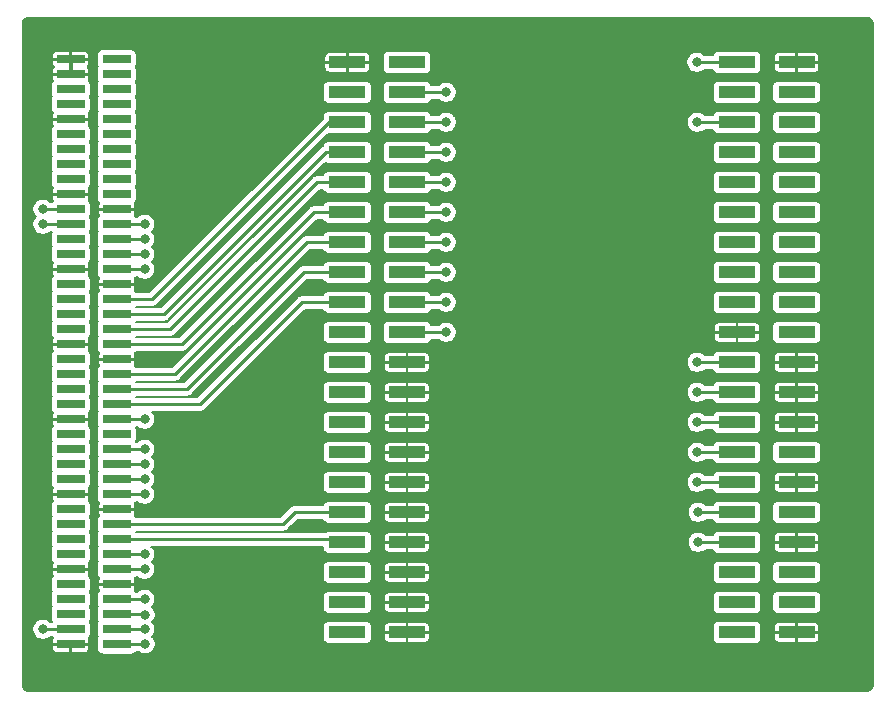
<source format=gbr>
G04 #@! TF.GenerationSoftware,KiCad,Pcbnew,5.1.5-52549c5~84~ubuntu18.04.1*
G04 #@! TF.CreationDate,2020-01-12T14:58:15-06:00*
G04 #@! TF.ProjectId,bloop-zturn-adapter,626c6f6f-702d-47a7-9475-726e2d616461,rev?*
G04 #@! TF.SameCoordinates,Original*
G04 #@! TF.FileFunction,Copper,L1,Top*
G04 #@! TF.FilePolarity,Positive*
%FSLAX46Y46*%
G04 Gerber Fmt 4.6, Leading zero omitted, Abs format (unit mm)*
G04 Created by KiCad (PCBNEW 5.1.5-52549c5~84~ubuntu18.04.1) date 2020-01-12 14:58:15*
%MOMM*%
%LPD*%
G04 APERTURE LIST*
%ADD10R,2.400000X0.740000*%
%ADD11R,3.150000X1.000000*%
%ADD12C,0.800000*%
%ADD13C,0.250000*%
%ADD14C,0.203200*%
G04 APERTURE END LIST*
D10*
X117350000Y-68755000D03*
X113450000Y-68755000D03*
X117350000Y-70025000D03*
X113450000Y-70025000D03*
X117350000Y-71295000D03*
X113450000Y-71295000D03*
X117350000Y-72565000D03*
X113450000Y-72565000D03*
X117350000Y-73835000D03*
X113450000Y-73835000D03*
X117350000Y-75105000D03*
X113450000Y-75105000D03*
X117350000Y-76375000D03*
X113450000Y-76375000D03*
X117350000Y-77645000D03*
X113450000Y-77645000D03*
X117350000Y-78915000D03*
X113450000Y-78915000D03*
X117350000Y-80185000D03*
X113450000Y-80185000D03*
X117350000Y-81455000D03*
X113450000Y-81455000D03*
X117350000Y-82725000D03*
X113450000Y-82725000D03*
X117350000Y-83995000D03*
X113450000Y-83995000D03*
X117350000Y-85265000D03*
X113450000Y-85265000D03*
X117350000Y-86535000D03*
X113450000Y-86535000D03*
X117350000Y-87805000D03*
X113450000Y-87805000D03*
X117350000Y-89075000D03*
X113450000Y-89075000D03*
X117350000Y-90345000D03*
X113450000Y-90345000D03*
X117350000Y-91615000D03*
X113450000Y-91615000D03*
X117350000Y-92885000D03*
X113450000Y-92885000D03*
X117350000Y-94155000D03*
X113450000Y-94155000D03*
X117350000Y-95425000D03*
X113450000Y-95425000D03*
X117350000Y-96695000D03*
X113450000Y-96695000D03*
X117350000Y-97965000D03*
X113450000Y-97965000D03*
X117350000Y-99235000D03*
X113450000Y-99235000D03*
X117350000Y-100505000D03*
X113450000Y-100505000D03*
X117350000Y-101775000D03*
X113450000Y-101775000D03*
X117350000Y-103045000D03*
X113450000Y-103045000D03*
X117350000Y-104315000D03*
X113450000Y-104315000D03*
X117350000Y-105585000D03*
X113450000Y-105585000D03*
X117350000Y-106855000D03*
X113450000Y-106855000D03*
X117350000Y-108125000D03*
X113450000Y-108125000D03*
X117350000Y-109395000D03*
X113450000Y-109395000D03*
X117350000Y-110665000D03*
X113450000Y-110665000D03*
X117350000Y-111935000D03*
X113450000Y-111935000D03*
X117350000Y-113205000D03*
X113450000Y-113205000D03*
X117350000Y-114475000D03*
X113450000Y-114475000D03*
X117350000Y-115745000D03*
X113450000Y-115745000D03*
X117350000Y-117015000D03*
X113450000Y-117015000D03*
X117350000Y-118285000D03*
X113450000Y-118285000D03*
D11*
X141913000Y-117269000D03*
X136863000Y-117269000D03*
X141913000Y-114729000D03*
X136863000Y-114729000D03*
X141913000Y-112189000D03*
X136863000Y-112189000D03*
X141913000Y-109649000D03*
X136863000Y-109649000D03*
X141913000Y-107109000D03*
X136863000Y-107109000D03*
X141913000Y-104569000D03*
X136863000Y-104569000D03*
X141913000Y-102029000D03*
X136863000Y-102029000D03*
X141913000Y-99489000D03*
X136863000Y-99489000D03*
X141913000Y-96949000D03*
X136863000Y-96949000D03*
X141913000Y-94409000D03*
X136863000Y-94409000D03*
X141913000Y-91869000D03*
X136863000Y-91869000D03*
X141913000Y-89329000D03*
X136863000Y-89329000D03*
X141913000Y-86789000D03*
X136863000Y-86789000D03*
X141913000Y-84249000D03*
X136863000Y-84249000D03*
X141913000Y-81709000D03*
X136863000Y-81709000D03*
X141913000Y-79169000D03*
X136863000Y-79169000D03*
X141913000Y-76629000D03*
X136863000Y-76629000D03*
X141913000Y-74089000D03*
X136863000Y-74089000D03*
X141913000Y-71549000D03*
X136863000Y-71549000D03*
X141913000Y-69009000D03*
X136863000Y-69009000D03*
X174907600Y-117269000D03*
X169857600Y-117269000D03*
X174907600Y-114729000D03*
X169857600Y-114729000D03*
X174907600Y-112189000D03*
X169857600Y-112189000D03*
X174907600Y-109649000D03*
X169857600Y-109649000D03*
X174907600Y-107109000D03*
X169857600Y-107109000D03*
X174907600Y-104569000D03*
X169857600Y-104569000D03*
X174907600Y-102029000D03*
X169857600Y-102029000D03*
X174907600Y-99489000D03*
X169857600Y-99489000D03*
X174907600Y-96949000D03*
X169857600Y-96949000D03*
X174907600Y-94409000D03*
X169857600Y-94409000D03*
X174907600Y-91869000D03*
X169857600Y-91869000D03*
X174907600Y-89329000D03*
X169857600Y-89329000D03*
X174907600Y-86789000D03*
X169857600Y-86789000D03*
X174907600Y-84249000D03*
X169857600Y-84249000D03*
X174907600Y-81709000D03*
X169857600Y-81709000D03*
X174907600Y-79169000D03*
X169857600Y-79169000D03*
X174907600Y-76629000D03*
X169857600Y-76629000D03*
X174907600Y-74089000D03*
X169857600Y-74089000D03*
X174907600Y-71549000D03*
X169857600Y-71549000D03*
X174907600Y-69009000D03*
X169857600Y-69009000D03*
D12*
X166479400Y-99489000D03*
X119718000Y-114475000D03*
X166479400Y-104569000D03*
X119718000Y-117015000D03*
X119743400Y-115770400D03*
X166504800Y-102029000D03*
X119692600Y-111935000D03*
X166479400Y-96949000D03*
X166479400Y-94409000D03*
X119692600Y-110665000D03*
X166555600Y-109649000D03*
X111082000Y-117015000D03*
X119750000Y-118250000D03*
X166555600Y-107109000D03*
X145245000Y-91869000D03*
X119718000Y-105585000D03*
X119718000Y-104315000D03*
X145245000Y-89329000D03*
X119718000Y-103045000D03*
X145245000Y-86789000D03*
X119718000Y-101775000D03*
X145245000Y-84249000D03*
X166454000Y-69009000D03*
X111082000Y-81455000D03*
X166504800Y-74089000D03*
X111082000Y-82725000D03*
X145245000Y-81709000D03*
X119718000Y-99235000D03*
X145245000Y-71549000D03*
X119718000Y-82725000D03*
X119718000Y-83995000D03*
X145245000Y-74089000D03*
X145245000Y-76629000D03*
X119718000Y-85265000D03*
X119718000Y-86535000D03*
X145245000Y-79169000D03*
D13*
X113450000Y-68755000D02*
X113450000Y-70025000D01*
X119718000Y-115745000D02*
X117350000Y-115745000D01*
X119718000Y-118285000D02*
X117350000Y-118285000D01*
X117350000Y-117015000D02*
X119718000Y-117015000D01*
X119718000Y-114475000D02*
X117350000Y-114475000D01*
X169857600Y-99489000D02*
X166479400Y-99489000D01*
X169857600Y-104569000D02*
X166479400Y-104569000D01*
X119718000Y-115745000D02*
X119743400Y-115770400D01*
X166504800Y-102029000D02*
X169857600Y-102029000D01*
X117350000Y-111935000D02*
X119692600Y-111935000D01*
X166479400Y-96949000D02*
X169857600Y-96949000D01*
X169857600Y-94409000D02*
X166479400Y-94409000D01*
X119692600Y-110665000D02*
X117350000Y-110665000D01*
X118800000Y-96695000D02*
X117350000Y-96695000D01*
X136863000Y-86789000D02*
X133180000Y-86789000D01*
X123274000Y-96695000D02*
X118800000Y-96695000D01*
X133180000Y-86789000D02*
X123274000Y-96695000D01*
X169857600Y-109649000D02*
X166555600Y-109649000D01*
X111082000Y-117015000D02*
X113450000Y-117015000D01*
X119718000Y-118285000D02*
X119718000Y-118282000D01*
X119718000Y-118282000D02*
X119750000Y-118250000D01*
X169857600Y-107109000D02*
X166555600Y-107109000D01*
X133053000Y-89329000D02*
X136863000Y-89329000D01*
X117350000Y-97965000D02*
X124417000Y-97965000D01*
X124417000Y-97965000D02*
X133053000Y-89329000D01*
X141913000Y-91869000D02*
X145245000Y-91869000D01*
X119718000Y-105585000D02*
X117350000Y-105585000D01*
X117350000Y-104315000D02*
X119718000Y-104315000D01*
X145245000Y-89329000D02*
X141913000Y-89329000D01*
X117350000Y-103045000D02*
X119718000Y-103045000D01*
X145245000Y-86789000D02*
X141913000Y-86789000D01*
X117350000Y-101775000D02*
X119718000Y-101775000D01*
X145245000Y-84249000D02*
X141913000Y-84249000D01*
X169857600Y-69009000D02*
X166454000Y-69009000D01*
X111082000Y-81455000D02*
X113450000Y-81455000D01*
X111082000Y-82725000D02*
X113450000Y-82725000D01*
X169857600Y-74089000D02*
X166504800Y-74089000D01*
X141913000Y-81709000D02*
X145245000Y-81709000D01*
X119718000Y-99235000D02*
X117350000Y-99235000D01*
X141913000Y-71549000D02*
X145245000Y-71549000D01*
X119718000Y-82725000D02*
X117350000Y-82725000D01*
X117350000Y-83995000D02*
X119718000Y-83995000D01*
X144679315Y-74089000D02*
X141913000Y-74089000D01*
X145245000Y-74089000D02*
X144679315Y-74089000D01*
X141913000Y-76629000D02*
X145245000Y-76629000D01*
X119718000Y-85265000D02*
X117350000Y-85265000D01*
X117350000Y-86535000D02*
X119718000Y-86535000D01*
X145245000Y-79169000D02*
X141913000Y-79169000D01*
X135339000Y-74089000D02*
X136863000Y-74089000D01*
X117350000Y-89075000D02*
X120353000Y-89075000D01*
X120353000Y-89075000D02*
X135339000Y-74089000D01*
X118800000Y-90345000D02*
X117350000Y-90345000D01*
X121322000Y-90345000D02*
X118800000Y-90345000D01*
X135038000Y-76629000D02*
X121322000Y-90345000D01*
X136863000Y-76629000D02*
X135038000Y-76629000D01*
X117350000Y-95425000D02*
X122258000Y-95425000D01*
X133434000Y-84249000D02*
X136863000Y-84249000D01*
X122258000Y-95425000D02*
X133434000Y-84249000D01*
X117350000Y-91615000D02*
X121877000Y-91615000D01*
X134323000Y-79169000D02*
X136863000Y-79169000D01*
X121877000Y-91615000D02*
X134323000Y-79169000D01*
X131402000Y-108125000D02*
X117350000Y-108125000D01*
X136863000Y-107109000D02*
X132418000Y-107109000D01*
X132418000Y-107109000D02*
X131402000Y-108125000D01*
X122893000Y-92885000D02*
X118800000Y-92885000D01*
X118800000Y-92885000D02*
X117350000Y-92885000D01*
X136863000Y-81709000D02*
X134069000Y-81709000D01*
X134069000Y-81709000D02*
X122893000Y-92885000D01*
X136609000Y-109395000D02*
X136863000Y-109649000D01*
X117350000Y-109395000D02*
X136609000Y-109395000D01*
D14*
G36*
X180952767Y-65248365D02*
G01*
X181044314Y-65276005D01*
X181128744Y-65320898D01*
X181202847Y-65381335D01*
X181263801Y-65455015D01*
X181309282Y-65539131D01*
X181337558Y-65630478D01*
X181350001Y-65748858D01*
X181350000Y-121704178D01*
X181338235Y-121824168D01*
X181310597Y-121915710D01*
X181265704Y-122000142D01*
X181205265Y-122074247D01*
X181131585Y-122135201D01*
X181047469Y-122180682D01*
X180956122Y-122208958D01*
X180837751Y-122221400D01*
X109882422Y-122221400D01*
X109762432Y-122209635D01*
X109670890Y-122181997D01*
X109586458Y-122137104D01*
X109512353Y-122076665D01*
X109451399Y-122002985D01*
X109405918Y-121918869D01*
X109377642Y-121827522D01*
X109365200Y-121709151D01*
X109365200Y-118655000D01*
X111892679Y-118655000D01*
X111899545Y-118724710D01*
X111919878Y-118791741D01*
X111952898Y-118853517D01*
X111997336Y-118907664D01*
X112051483Y-118952102D01*
X112113259Y-118985122D01*
X112180290Y-119005455D01*
X112250000Y-119012321D01*
X113335700Y-119010600D01*
X113424600Y-118921700D01*
X113424600Y-118310400D01*
X113475400Y-118310400D01*
X113475400Y-118921700D01*
X113564300Y-119010600D01*
X114650000Y-119012321D01*
X114719710Y-119005455D01*
X114786741Y-118985122D01*
X114848517Y-118952102D01*
X114902664Y-118907664D01*
X114947102Y-118853517D01*
X114980122Y-118791741D01*
X115000455Y-118724710D01*
X115007321Y-118655000D01*
X115005600Y-118399300D01*
X114916700Y-118310400D01*
X113475400Y-118310400D01*
X113424600Y-118310400D01*
X111983300Y-118310400D01*
X111894400Y-118399300D01*
X111892679Y-118655000D01*
X109365200Y-118655000D01*
X109365200Y-116928071D01*
X110199400Y-116928071D01*
X110199400Y-117101929D01*
X110233317Y-117272445D01*
X110299850Y-117433068D01*
X110396439Y-117577625D01*
X110519375Y-117700561D01*
X110663932Y-117797150D01*
X110824555Y-117863683D01*
X110995071Y-117897600D01*
X111168929Y-117897600D01*
X111339445Y-117863683D01*
X111500068Y-117797150D01*
X111644625Y-117700561D01*
X111722586Y-117622600D01*
X111829785Y-117622600D01*
X111846791Y-117654415D01*
X111907099Y-117727901D01*
X111934691Y-117750545D01*
X111919878Y-117778259D01*
X111899545Y-117845290D01*
X111892679Y-117915000D01*
X111894400Y-118170700D01*
X111983300Y-118259600D01*
X113424600Y-118259600D01*
X113424600Y-118239600D01*
X113475400Y-118239600D01*
X113475400Y-118259600D01*
X114916700Y-118259600D01*
X115005600Y-118170700D01*
X115007321Y-117915000D01*
X115000455Y-117845290D01*
X114980122Y-117778259D01*
X114965309Y-117750545D01*
X114992901Y-117727901D01*
X115053209Y-117654415D01*
X115098022Y-117570577D01*
X115125617Y-117479606D01*
X115134935Y-117385000D01*
X115134935Y-116645000D01*
X115125617Y-116550394D01*
X115098022Y-116459423D01*
X115055569Y-116380000D01*
X115098022Y-116300577D01*
X115125617Y-116209606D01*
X115134935Y-116115000D01*
X115134935Y-115375000D01*
X115125617Y-115280394D01*
X115098022Y-115189423D01*
X115055569Y-115110000D01*
X115098022Y-115030577D01*
X115125617Y-114939606D01*
X115134935Y-114845000D01*
X115134935Y-114105000D01*
X115665065Y-114105000D01*
X115665065Y-114845000D01*
X115674383Y-114939606D01*
X115701978Y-115030577D01*
X115744431Y-115110000D01*
X115701978Y-115189423D01*
X115674383Y-115280394D01*
X115665065Y-115375000D01*
X115665065Y-116115000D01*
X115674383Y-116209606D01*
X115701978Y-116300577D01*
X115744431Y-116380000D01*
X115701978Y-116459423D01*
X115674383Y-116550394D01*
X115665065Y-116645000D01*
X115665065Y-117385000D01*
X115674383Y-117479606D01*
X115701978Y-117570577D01*
X115744431Y-117650000D01*
X115701978Y-117729423D01*
X115674383Y-117820394D01*
X115665065Y-117915000D01*
X115665065Y-118655000D01*
X115674383Y-118749606D01*
X115701978Y-118840577D01*
X115746791Y-118924415D01*
X115807099Y-118997901D01*
X115880585Y-119058209D01*
X115964423Y-119103022D01*
X116055394Y-119130617D01*
X116150000Y-119139935D01*
X118550000Y-119139935D01*
X118644606Y-119130617D01*
X118735577Y-119103022D01*
X118819415Y-119058209D01*
X118892901Y-118997901D01*
X118953209Y-118924415D01*
X118970215Y-118892600D01*
X119144414Y-118892600D01*
X119187375Y-118935561D01*
X119331932Y-119032150D01*
X119492555Y-119098683D01*
X119663071Y-119132600D01*
X119836929Y-119132600D01*
X120007445Y-119098683D01*
X120168068Y-119032150D01*
X120312625Y-118935561D01*
X120435561Y-118812625D01*
X120532150Y-118668068D01*
X120598683Y-118507445D01*
X120632600Y-118336929D01*
X120632600Y-118163071D01*
X120598683Y-117992555D01*
X120532150Y-117831932D01*
X120435561Y-117687375D01*
X120364686Y-117616500D01*
X120403561Y-117577625D01*
X120500150Y-117433068D01*
X120566683Y-117272445D01*
X120600600Y-117101929D01*
X120600600Y-116928071D01*
X120568960Y-116769000D01*
X134803065Y-116769000D01*
X134803065Y-117769000D01*
X134812383Y-117863606D01*
X134839978Y-117954577D01*
X134884791Y-118038415D01*
X134945099Y-118111901D01*
X135018585Y-118172209D01*
X135102423Y-118217022D01*
X135193394Y-118244617D01*
X135288000Y-118253935D01*
X138438000Y-118253935D01*
X138532606Y-118244617D01*
X138623577Y-118217022D01*
X138707415Y-118172209D01*
X138780901Y-118111901D01*
X138841209Y-118038415D01*
X138886022Y-117954577D01*
X138913617Y-117863606D01*
X138922935Y-117769000D01*
X139980679Y-117769000D01*
X139987545Y-117838710D01*
X140007878Y-117905741D01*
X140040898Y-117967517D01*
X140085336Y-118021664D01*
X140139483Y-118066102D01*
X140201259Y-118099122D01*
X140268290Y-118119455D01*
X140338000Y-118126321D01*
X141798700Y-118124600D01*
X141887600Y-118035700D01*
X141887600Y-117294400D01*
X141938400Y-117294400D01*
X141938400Y-118035700D01*
X142027300Y-118124600D01*
X143488000Y-118126321D01*
X143557710Y-118119455D01*
X143624741Y-118099122D01*
X143686517Y-118066102D01*
X143740664Y-118021664D01*
X143785102Y-117967517D01*
X143818122Y-117905741D01*
X143838455Y-117838710D01*
X143845321Y-117769000D01*
X143843600Y-117383300D01*
X143754700Y-117294400D01*
X141938400Y-117294400D01*
X141887600Y-117294400D01*
X140071300Y-117294400D01*
X139982400Y-117383300D01*
X139980679Y-117769000D01*
X138922935Y-117769000D01*
X138922935Y-116769000D01*
X139980679Y-116769000D01*
X139982400Y-117154700D01*
X140071300Y-117243600D01*
X141887600Y-117243600D01*
X141887600Y-116502300D01*
X141938400Y-116502300D01*
X141938400Y-117243600D01*
X143754700Y-117243600D01*
X143843600Y-117154700D01*
X143845321Y-116769000D01*
X167797665Y-116769000D01*
X167797665Y-117769000D01*
X167806983Y-117863606D01*
X167834578Y-117954577D01*
X167879391Y-118038415D01*
X167939699Y-118111901D01*
X168013185Y-118172209D01*
X168097023Y-118217022D01*
X168187994Y-118244617D01*
X168282600Y-118253935D01*
X171432600Y-118253935D01*
X171527206Y-118244617D01*
X171618177Y-118217022D01*
X171702015Y-118172209D01*
X171775501Y-118111901D01*
X171835809Y-118038415D01*
X171880622Y-117954577D01*
X171908217Y-117863606D01*
X171917535Y-117769000D01*
X172975279Y-117769000D01*
X172982145Y-117838710D01*
X173002478Y-117905741D01*
X173035498Y-117967517D01*
X173079936Y-118021664D01*
X173134083Y-118066102D01*
X173195859Y-118099122D01*
X173262890Y-118119455D01*
X173332600Y-118126321D01*
X174793300Y-118124600D01*
X174882200Y-118035700D01*
X174882200Y-117294400D01*
X174933000Y-117294400D01*
X174933000Y-118035700D01*
X175021900Y-118124600D01*
X176482600Y-118126321D01*
X176552310Y-118119455D01*
X176619341Y-118099122D01*
X176681117Y-118066102D01*
X176735264Y-118021664D01*
X176779702Y-117967517D01*
X176812722Y-117905741D01*
X176833055Y-117838710D01*
X176839921Y-117769000D01*
X176838200Y-117383300D01*
X176749300Y-117294400D01*
X174933000Y-117294400D01*
X174882200Y-117294400D01*
X173065900Y-117294400D01*
X172977000Y-117383300D01*
X172975279Y-117769000D01*
X171917535Y-117769000D01*
X171917535Y-116769000D01*
X172975279Y-116769000D01*
X172977000Y-117154700D01*
X173065900Y-117243600D01*
X174882200Y-117243600D01*
X174882200Y-116502300D01*
X174933000Y-116502300D01*
X174933000Y-117243600D01*
X176749300Y-117243600D01*
X176838200Y-117154700D01*
X176839921Y-116769000D01*
X176833055Y-116699290D01*
X176812722Y-116632259D01*
X176779702Y-116570483D01*
X176735264Y-116516336D01*
X176681117Y-116471898D01*
X176619341Y-116438878D01*
X176552310Y-116418545D01*
X176482600Y-116411679D01*
X175021900Y-116413400D01*
X174933000Y-116502300D01*
X174882200Y-116502300D01*
X174793300Y-116413400D01*
X173332600Y-116411679D01*
X173262890Y-116418545D01*
X173195859Y-116438878D01*
X173134083Y-116471898D01*
X173079936Y-116516336D01*
X173035498Y-116570483D01*
X173002478Y-116632259D01*
X172982145Y-116699290D01*
X172975279Y-116769000D01*
X171917535Y-116769000D01*
X171908217Y-116674394D01*
X171880622Y-116583423D01*
X171835809Y-116499585D01*
X171775501Y-116426099D01*
X171702015Y-116365791D01*
X171618177Y-116320978D01*
X171527206Y-116293383D01*
X171432600Y-116284065D01*
X168282600Y-116284065D01*
X168187994Y-116293383D01*
X168097023Y-116320978D01*
X168013185Y-116365791D01*
X167939699Y-116426099D01*
X167879391Y-116499585D01*
X167834578Y-116583423D01*
X167806983Y-116674394D01*
X167797665Y-116769000D01*
X143845321Y-116769000D01*
X143838455Y-116699290D01*
X143818122Y-116632259D01*
X143785102Y-116570483D01*
X143740664Y-116516336D01*
X143686517Y-116471898D01*
X143624741Y-116438878D01*
X143557710Y-116418545D01*
X143488000Y-116411679D01*
X142027300Y-116413400D01*
X141938400Y-116502300D01*
X141887600Y-116502300D01*
X141798700Y-116413400D01*
X140338000Y-116411679D01*
X140268290Y-116418545D01*
X140201259Y-116438878D01*
X140139483Y-116471898D01*
X140085336Y-116516336D01*
X140040898Y-116570483D01*
X140007878Y-116632259D01*
X139987545Y-116699290D01*
X139980679Y-116769000D01*
X138922935Y-116769000D01*
X138913617Y-116674394D01*
X138886022Y-116583423D01*
X138841209Y-116499585D01*
X138780901Y-116426099D01*
X138707415Y-116365791D01*
X138623577Y-116320978D01*
X138532606Y-116293383D01*
X138438000Y-116284065D01*
X135288000Y-116284065D01*
X135193394Y-116293383D01*
X135102423Y-116320978D01*
X135018585Y-116365791D01*
X134945099Y-116426099D01*
X134884791Y-116499585D01*
X134839978Y-116583423D01*
X134812383Y-116674394D01*
X134803065Y-116769000D01*
X120568960Y-116769000D01*
X120566683Y-116757555D01*
X120500150Y-116596932D01*
X120403561Y-116452375D01*
X120356586Y-116405400D01*
X120428961Y-116333025D01*
X120525550Y-116188468D01*
X120592083Y-116027845D01*
X120626000Y-115857329D01*
X120626000Y-115683471D01*
X120592083Y-115512955D01*
X120525550Y-115352332D01*
X120428961Y-115207775D01*
X120331186Y-115110000D01*
X120403561Y-115037625D01*
X120500150Y-114893068D01*
X120566683Y-114732445D01*
X120600600Y-114561929D01*
X120600600Y-114388071D01*
X120568960Y-114229000D01*
X134803065Y-114229000D01*
X134803065Y-115229000D01*
X134812383Y-115323606D01*
X134839978Y-115414577D01*
X134884791Y-115498415D01*
X134945099Y-115571901D01*
X135018585Y-115632209D01*
X135102423Y-115677022D01*
X135193394Y-115704617D01*
X135288000Y-115713935D01*
X138438000Y-115713935D01*
X138532606Y-115704617D01*
X138623577Y-115677022D01*
X138707415Y-115632209D01*
X138780901Y-115571901D01*
X138841209Y-115498415D01*
X138886022Y-115414577D01*
X138913617Y-115323606D01*
X138922935Y-115229000D01*
X139980679Y-115229000D01*
X139987545Y-115298710D01*
X140007878Y-115365741D01*
X140040898Y-115427517D01*
X140085336Y-115481664D01*
X140139483Y-115526102D01*
X140201259Y-115559122D01*
X140268290Y-115579455D01*
X140338000Y-115586321D01*
X141798700Y-115584600D01*
X141887600Y-115495700D01*
X141887600Y-114754400D01*
X141938400Y-114754400D01*
X141938400Y-115495700D01*
X142027300Y-115584600D01*
X143488000Y-115586321D01*
X143557710Y-115579455D01*
X143624741Y-115559122D01*
X143686517Y-115526102D01*
X143740664Y-115481664D01*
X143785102Y-115427517D01*
X143818122Y-115365741D01*
X143838455Y-115298710D01*
X143845321Y-115229000D01*
X143843600Y-114843300D01*
X143754700Y-114754400D01*
X141938400Y-114754400D01*
X141887600Y-114754400D01*
X140071300Y-114754400D01*
X139982400Y-114843300D01*
X139980679Y-115229000D01*
X138922935Y-115229000D01*
X138922935Y-114229000D01*
X139980679Y-114229000D01*
X139982400Y-114614700D01*
X140071300Y-114703600D01*
X141887600Y-114703600D01*
X141887600Y-113962300D01*
X141938400Y-113962300D01*
X141938400Y-114703600D01*
X143754700Y-114703600D01*
X143843600Y-114614700D01*
X143845321Y-114229000D01*
X167797665Y-114229000D01*
X167797665Y-115229000D01*
X167806983Y-115323606D01*
X167834578Y-115414577D01*
X167879391Y-115498415D01*
X167939699Y-115571901D01*
X168013185Y-115632209D01*
X168097023Y-115677022D01*
X168187994Y-115704617D01*
X168282600Y-115713935D01*
X171432600Y-115713935D01*
X171527206Y-115704617D01*
X171618177Y-115677022D01*
X171702015Y-115632209D01*
X171775501Y-115571901D01*
X171835809Y-115498415D01*
X171880622Y-115414577D01*
X171908217Y-115323606D01*
X171917535Y-115229000D01*
X171917535Y-114229000D01*
X172847665Y-114229000D01*
X172847665Y-115229000D01*
X172856983Y-115323606D01*
X172884578Y-115414577D01*
X172929391Y-115498415D01*
X172989699Y-115571901D01*
X173063185Y-115632209D01*
X173147023Y-115677022D01*
X173237994Y-115704617D01*
X173332600Y-115713935D01*
X176482600Y-115713935D01*
X176577206Y-115704617D01*
X176668177Y-115677022D01*
X176752015Y-115632209D01*
X176825501Y-115571901D01*
X176885809Y-115498415D01*
X176930622Y-115414577D01*
X176958217Y-115323606D01*
X176967535Y-115229000D01*
X176967535Y-114229000D01*
X176958217Y-114134394D01*
X176930622Y-114043423D01*
X176885809Y-113959585D01*
X176825501Y-113886099D01*
X176752015Y-113825791D01*
X176668177Y-113780978D01*
X176577206Y-113753383D01*
X176482600Y-113744065D01*
X173332600Y-113744065D01*
X173237994Y-113753383D01*
X173147023Y-113780978D01*
X173063185Y-113825791D01*
X172989699Y-113886099D01*
X172929391Y-113959585D01*
X172884578Y-114043423D01*
X172856983Y-114134394D01*
X172847665Y-114229000D01*
X171917535Y-114229000D01*
X171908217Y-114134394D01*
X171880622Y-114043423D01*
X171835809Y-113959585D01*
X171775501Y-113886099D01*
X171702015Y-113825791D01*
X171618177Y-113780978D01*
X171527206Y-113753383D01*
X171432600Y-113744065D01*
X168282600Y-113744065D01*
X168187994Y-113753383D01*
X168097023Y-113780978D01*
X168013185Y-113825791D01*
X167939699Y-113886099D01*
X167879391Y-113959585D01*
X167834578Y-114043423D01*
X167806983Y-114134394D01*
X167797665Y-114229000D01*
X143845321Y-114229000D01*
X143838455Y-114159290D01*
X143818122Y-114092259D01*
X143785102Y-114030483D01*
X143740664Y-113976336D01*
X143686517Y-113931898D01*
X143624741Y-113898878D01*
X143557710Y-113878545D01*
X143488000Y-113871679D01*
X142027300Y-113873400D01*
X141938400Y-113962300D01*
X141887600Y-113962300D01*
X141798700Y-113873400D01*
X140338000Y-113871679D01*
X140268290Y-113878545D01*
X140201259Y-113898878D01*
X140139483Y-113931898D01*
X140085336Y-113976336D01*
X140040898Y-114030483D01*
X140007878Y-114092259D01*
X139987545Y-114159290D01*
X139980679Y-114229000D01*
X138922935Y-114229000D01*
X138913617Y-114134394D01*
X138886022Y-114043423D01*
X138841209Y-113959585D01*
X138780901Y-113886099D01*
X138707415Y-113825791D01*
X138623577Y-113780978D01*
X138532606Y-113753383D01*
X138438000Y-113744065D01*
X135288000Y-113744065D01*
X135193394Y-113753383D01*
X135102423Y-113780978D01*
X135018585Y-113825791D01*
X134945099Y-113886099D01*
X134884791Y-113959585D01*
X134839978Y-114043423D01*
X134812383Y-114134394D01*
X134803065Y-114229000D01*
X120568960Y-114229000D01*
X120566683Y-114217555D01*
X120500150Y-114056932D01*
X120403561Y-113912375D01*
X120280625Y-113789439D01*
X120136068Y-113692850D01*
X119975445Y-113626317D01*
X119804929Y-113592400D01*
X119631071Y-113592400D01*
X119460555Y-113626317D01*
X119299932Y-113692850D01*
X119155375Y-113789439D01*
X119077414Y-113867400D01*
X118970215Y-113867400D01*
X118953209Y-113835585D01*
X118892901Y-113762099D01*
X118865309Y-113739455D01*
X118880122Y-113711741D01*
X118900455Y-113644710D01*
X118907321Y-113575000D01*
X118905600Y-113319300D01*
X118816700Y-113230400D01*
X117375400Y-113230400D01*
X117375400Y-113250400D01*
X117324600Y-113250400D01*
X117324600Y-113230400D01*
X115883300Y-113230400D01*
X115794400Y-113319300D01*
X115792679Y-113575000D01*
X115799545Y-113644710D01*
X115819878Y-113711741D01*
X115834691Y-113739455D01*
X115807099Y-113762099D01*
X115746791Y-113835585D01*
X115701978Y-113919423D01*
X115674383Y-114010394D01*
X115665065Y-114105000D01*
X115134935Y-114105000D01*
X115125617Y-114010394D01*
X115098022Y-113919423D01*
X115055569Y-113840000D01*
X115098022Y-113760577D01*
X115125617Y-113669606D01*
X115134935Y-113575000D01*
X115134935Y-112835000D01*
X115125617Y-112740394D01*
X115098022Y-112649423D01*
X115053209Y-112565585D01*
X114992901Y-112492099D01*
X114965309Y-112469455D01*
X114980122Y-112441741D01*
X115000455Y-112374710D01*
X115007321Y-112305000D01*
X115005600Y-112049300D01*
X114916700Y-111960400D01*
X113475400Y-111960400D01*
X113475400Y-111980400D01*
X113424600Y-111980400D01*
X113424600Y-111960400D01*
X111983300Y-111960400D01*
X111894400Y-112049300D01*
X111892679Y-112305000D01*
X111899545Y-112374710D01*
X111919878Y-112441741D01*
X111934691Y-112469455D01*
X111907099Y-112492099D01*
X111846791Y-112565585D01*
X111801978Y-112649423D01*
X111774383Y-112740394D01*
X111765065Y-112835000D01*
X111765065Y-113575000D01*
X111774383Y-113669606D01*
X111801978Y-113760577D01*
X111844431Y-113840000D01*
X111801978Y-113919423D01*
X111774383Y-114010394D01*
X111765065Y-114105000D01*
X111765065Y-114845000D01*
X111774383Y-114939606D01*
X111801978Y-115030577D01*
X111844431Y-115110000D01*
X111801978Y-115189423D01*
X111774383Y-115280394D01*
X111765065Y-115375000D01*
X111765065Y-116115000D01*
X111774383Y-116209606D01*
X111801978Y-116300577D01*
X111844431Y-116380000D01*
X111829785Y-116407400D01*
X111722586Y-116407400D01*
X111644625Y-116329439D01*
X111500068Y-116232850D01*
X111339445Y-116166317D01*
X111168929Y-116132400D01*
X110995071Y-116132400D01*
X110824555Y-116166317D01*
X110663932Y-116232850D01*
X110519375Y-116329439D01*
X110396439Y-116452375D01*
X110299850Y-116596932D01*
X110233317Y-116757555D01*
X110199400Y-116928071D01*
X109365200Y-116928071D01*
X109365200Y-106485000D01*
X111765065Y-106485000D01*
X111765065Y-107225000D01*
X111774383Y-107319606D01*
X111801978Y-107410577D01*
X111844431Y-107490000D01*
X111801978Y-107569423D01*
X111774383Y-107660394D01*
X111765065Y-107755000D01*
X111765065Y-108495000D01*
X111774383Y-108589606D01*
X111801978Y-108680577D01*
X111844431Y-108760000D01*
X111801978Y-108839423D01*
X111774383Y-108930394D01*
X111765065Y-109025000D01*
X111765065Y-109765000D01*
X111774383Y-109859606D01*
X111801978Y-109950577D01*
X111844431Y-110030000D01*
X111801978Y-110109423D01*
X111774383Y-110200394D01*
X111765065Y-110295000D01*
X111765065Y-111035000D01*
X111774383Y-111129606D01*
X111801978Y-111220577D01*
X111846791Y-111304415D01*
X111907099Y-111377901D01*
X111934691Y-111400545D01*
X111919878Y-111428259D01*
X111899545Y-111495290D01*
X111892679Y-111565000D01*
X111894400Y-111820700D01*
X111983300Y-111909600D01*
X113424600Y-111909600D01*
X113424600Y-111889600D01*
X113475400Y-111889600D01*
X113475400Y-111909600D01*
X114916700Y-111909600D01*
X115005600Y-111820700D01*
X115007321Y-111565000D01*
X115000455Y-111495290D01*
X114980122Y-111428259D01*
X114965309Y-111400545D01*
X114992901Y-111377901D01*
X115053209Y-111304415D01*
X115098022Y-111220577D01*
X115125617Y-111129606D01*
X115134935Y-111035000D01*
X115134935Y-110295000D01*
X115125617Y-110200394D01*
X115098022Y-110109423D01*
X115055569Y-110030000D01*
X115098022Y-109950577D01*
X115125617Y-109859606D01*
X115134935Y-109765000D01*
X115134935Y-109025000D01*
X115125617Y-108930394D01*
X115098022Y-108839423D01*
X115055569Y-108760000D01*
X115098022Y-108680577D01*
X115125617Y-108589606D01*
X115134935Y-108495000D01*
X115134935Y-107755000D01*
X115665065Y-107755000D01*
X115665065Y-108495000D01*
X115674383Y-108589606D01*
X115701978Y-108680577D01*
X115744431Y-108760000D01*
X115701978Y-108839423D01*
X115674383Y-108930394D01*
X115665065Y-109025000D01*
X115665065Y-109765000D01*
X115674383Y-109859606D01*
X115701978Y-109950577D01*
X115744431Y-110030000D01*
X115701978Y-110109423D01*
X115674383Y-110200394D01*
X115665065Y-110295000D01*
X115665065Y-111035000D01*
X115674383Y-111129606D01*
X115701978Y-111220577D01*
X115744431Y-111300000D01*
X115701978Y-111379423D01*
X115674383Y-111470394D01*
X115665065Y-111565000D01*
X115665065Y-112305000D01*
X115674383Y-112399606D01*
X115701978Y-112490577D01*
X115746791Y-112574415D01*
X115807099Y-112647901D01*
X115834691Y-112670545D01*
X115819878Y-112698259D01*
X115799545Y-112765290D01*
X115792679Y-112835000D01*
X115794400Y-113090700D01*
X115883300Y-113179600D01*
X117324600Y-113179600D01*
X117324600Y-113159600D01*
X117375400Y-113159600D01*
X117375400Y-113179600D01*
X118816700Y-113179600D01*
X118905600Y-113090700D01*
X118907321Y-112835000D01*
X118900455Y-112765290D01*
X118880122Y-112698259D01*
X118865309Y-112670545D01*
X118892901Y-112647901D01*
X118953209Y-112574415D01*
X118970215Y-112542600D01*
X119052014Y-112542600D01*
X119129975Y-112620561D01*
X119274532Y-112717150D01*
X119435155Y-112783683D01*
X119605671Y-112817600D01*
X119779529Y-112817600D01*
X119950045Y-112783683D01*
X120110668Y-112717150D01*
X120255225Y-112620561D01*
X120378161Y-112497625D01*
X120474750Y-112353068D01*
X120541283Y-112192445D01*
X120575200Y-112021929D01*
X120575200Y-111848071D01*
X120543560Y-111689000D01*
X134803065Y-111689000D01*
X134803065Y-112689000D01*
X134812383Y-112783606D01*
X134839978Y-112874577D01*
X134884791Y-112958415D01*
X134945099Y-113031901D01*
X135018585Y-113092209D01*
X135102423Y-113137022D01*
X135193394Y-113164617D01*
X135288000Y-113173935D01*
X138438000Y-113173935D01*
X138532606Y-113164617D01*
X138623577Y-113137022D01*
X138707415Y-113092209D01*
X138780901Y-113031901D01*
X138841209Y-112958415D01*
X138886022Y-112874577D01*
X138913617Y-112783606D01*
X138922935Y-112689000D01*
X139980679Y-112689000D01*
X139987545Y-112758710D01*
X140007878Y-112825741D01*
X140040898Y-112887517D01*
X140085336Y-112941664D01*
X140139483Y-112986102D01*
X140201259Y-113019122D01*
X140268290Y-113039455D01*
X140338000Y-113046321D01*
X141798700Y-113044600D01*
X141887600Y-112955700D01*
X141887600Y-112214400D01*
X141938400Y-112214400D01*
X141938400Y-112955700D01*
X142027300Y-113044600D01*
X143488000Y-113046321D01*
X143557710Y-113039455D01*
X143624741Y-113019122D01*
X143686517Y-112986102D01*
X143740664Y-112941664D01*
X143785102Y-112887517D01*
X143818122Y-112825741D01*
X143838455Y-112758710D01*
X143845321Y-112689000D01*
X143843600Y-112303300D01*
X143754700Y-112214400D01*
X141938400Y-112214400D01*
X141887600Y-112214400D01*
X140071300Y-112214400D01*
X139982400Y-112303300D01*
X139980679Y-112689000D01*
X138922935Y-112689000D01*
X138922935Y-111689000D01*
X139980679Y-111689000D01*
X139982400Y-112074700D01*
X140071300Y-112163600D01*
X141887600Y-112163600D01*
X141887600Y-111422300D01*
X141938400Y-111422300D01*
X141938400Y-112163600D01*
X143754700Y-112163600D01*
X143843600Y-112074700D01*
X143845321Y-111689000D01*
X167797665Y-111689000D01*
X167797665Y-112689000D01*
X167806983Y-112783606D01*
X167834578Y-112874577D01*
X167879391Y-112958415D01*
X167939699Y-113031901D01*
X168013185Y-113092209D01*
X168097023Y-113137022D01*
X168187994Y-113164617D01*
X168282600Y-113173935D01*
X171432600Y-113173935D01*
X171527206Y-113164617D01*
X171618177Y-113137022D01*
X171702015Y-113092209D01*
X171775501Y-113031901D01*
X171835809Y-112958415D01*
X171880622Y-112874577D01*
X171908217Y-112783606D01*
X171917535Y-112689000D01*
X171917535Y-111689000D01*
X172847665Y-111689000D01*
X172847665Y-112689000D01*
X172856983Y-112783606D01*
X172884578Y-112874577D01*
X172929391Y-112958415D01*
X172989699Y-113031901D01*
X173063185Y-113092209D01*
X173147023Y-113137022D01*
X173237994Y-113164617D01*
X173332600Y-113173935D01*
X176482600Y-113173935D01*
X176577206Y-113164617D01*
X176668177Y-113137022D01*
X176752015Y-113092209D01*
X176825501Y-113031901D01*
X176885809Y-112958415D01*
X176930622Y-112874577D01*
X176958217Y-112783606D01*
X176967535Y-112689000D01*
X176967535Y-111689000D01*
X176958217Y-111594394D01*
X176930622Y-111503423D01*
X176885809Y-111419585D01*
X176825501Y-111346099D01*
X176752015Y-111285791D01*
X176668177Y-111240978D01*
X176577206Y-111213383D01*
X176482600Y-111204065D01*
X173332600Y-111204065D01*
X173237994Y-111213383D01*
X173147023Y-111240978D01*
X173063185Y-111285791D01*
X172989699Y-111346099D01*
X172929391Y-111419585D01*
X172884578Y-111503423D01*
X172856983Y-111594394D01*
X172847665Y-111689000D01*
X171917535Y-111689000D01*
X171908217Y-111594394D01*
X171880622Y-111503423D01*
X171835809Y-111419585D01*
X171775501Y-111346099D01*
X171702015Y-111285791D01*
X171618177Y-111240978D01*
X171527206Y-111213383D01*
X171432600Y-111204065D01*
X168282600Y-111204065D01*
X168187994Y-111213383D01*
X168097023Y-111240978D01*
X168013185Y-111285791D01*
X167939699Y-111346099D01*
X167879391Y-111419585D01*
X167834578Y-111503423D01*
X167806983Y-111594394D01*
X167797665Y-111689000D01*
X143845321Y-111689000D01*
X143838455Y-111619290D01*
X143818122Y-111552259D01*
X143785102Y-111490483D01*
X143740664Y-111436336D01*
X143686517Y-111391898D01*
X143624741Y-111358878D01*
X143557710Y-111338545D01*
X143488000Y-111331679D01*
X142027300Y-111333400D01*
X141938400Y-111422300D01*
X141887600Y-111422300D01*
X141798700Y-111333400D01*
X140338000Y-111331679D01*
X140268290Y-111338545D01*
X140201259Y-111358878D01*
X140139483Y-111391898D01*
X140085336Y-111436336D01*
X140040898Y-111490483D01*
X140007878Y-111552259D01*
X139987545Y-111619290D01*
X139980679Y-111689000D01*
X138922935Y-111689000D01*
X138913617Y-111594394D01*
X138886022Y-111503423D01*
X138841209Y-111419585D01*
X138780901Y-111346099D01*
X138707415Y-111285791D01*
X138623577Y-111240978D01*
X138532606Y-111213383D01*
X138438000Y-111204065D01*
X135288000Y-111204065D01*
X135193394Y-111213383D01*
X135102423Y-111240978D01*
X135018585Y-111285791D01*
X134945099Y-111346099D01*
X134884791Y-111419585D01*
X134839978Y-111503423D01*
X134812383Y-111594394D01*
X134803065Y-111689000D01*
X120543560Y-111689000D01*
X120541283Y-111677555D01*
X120474750Y-111516932D01*
X120378161Y-111372375D01*
X120305786Y-111300000D01*
X120378161Y-111227625D01*
X120474750Y-111083068D01*
X120541283Y-110922445D01*
X120575200Y-110751929D01*
X120575200Y-110578071D01*
X120541283Y-110407555D01*
X120474750Y-110246932D01*
X120378161Y-110102375D01*
X120278386Y-110002600D01*
X134803065Y-110002600D01*
X134803065Y-110149000D01*
X134812383Y-110243606D01*
X134839978Y-110334577D01*
X134884791Y-110418415D01*
X134945099Y-110491901D01*
X135018585Y-110552209D01*
X135102423Y-110597022D01*
X135193394Y-110624617D01*
X135288000Y-110633935D01*
X138438000Y-110633935D01*
X138532606Y-110624617D01*
X138623577Y-110597022D01*
X138707415Y-110552209D01*
X138780901Y-110491901D01*
X138841209Y-110418415D01*
X138886022Y-110334577D01*
X138913617Y-110243606D01*
X138922935Y-110149000D01*
X139980679Y-110149000D01*
X139987545Y-110218710D01*
X140007878Y-110285741D01*
X140040898Y-110347517D01*
X140085336Y-110401664D01*
X140139483Y-110446102D01*
X140201259Y-110479122D01*
X140268290Y-110499455D01*
X140338000Y-110506321D01*
X141798700Y-110504600D01*
X141887600Y-110415700D01*
X141887600Y-109674400D01*
X141938400Y-109674400D01*
X141938400Y-110415700D01*
X142027300Y-110504600D01*
X143488000Y-110506321D01*
X143557710Y-110499455D01*
X143624741Y-110479122D01*
X143686517Y-110446102D01*
X143740664Y-110401664D01*
X143785102Y-110347517D01*
X143818122Y-110285741D01*
X143838455Y-110218710D01*
X143845321Y-110149000D01*
X143843600Y-109763300D01*
X143754700Y-109674400D01*
X141938400Y-109674400D01*
X141887600Y-109674400D01*
X140071300Y-109674400D01*
X139982400Y-109763300D01*
X139980679Y-110149000D01*
X138922935Y-110149000D01*
X138922935Y-109149000D01*
X139980679Y-109149000D01*
X139982400Y-109534700D01*
X140071300Y-109623600D01*
X141887600Y-109623600D01*
X141887600Y-108882300D01*
X141938400Y-108882300D01*
X141938400Y-109623600D01*
X143754700Y-109623600D01*
X143816229Y-109562071D01*
X165673000Y-109562071D01*
X165673000Y-109735929D01*
X165706917Y-109906445D01*
X165773450Y-110067068D01*
X165870039Y-110211625D01*
X165992975Y-110334561D01*
X166137532Y-110431150D01*
X166298155Y-110497683D01*
X166468671Y-110531600D01*
X166642529Y-110531600D01*
X166813045Y-110497683D01*
X166973668Y-110431150D01*
X167118225Y-110334561D01*
X167196186Y-110256600D01*
X167810925Y-110256600D01*
X167834578Y-110334577D01*
X167879391Y-110418415D01*
X167939699Y-110491901D01*
X168013185Y-110552209D01*
X168097023Y-110597022D01*
X168187994Y-110624617D01*
X168282600Y-110633935D01*
X171432600Y-110633935D01*
X171527206Y-110624617D01*
X171618177Y-110597022D01*
X171702015Y-110552209D01*
X171775501Y-110491901D01*
X171835809Y-110418415D01*
X171880622Y-110334577D01*
X171908217Y-110243606D01*
X171917535Y-110149000D01*
X172975279Y-110149000D01*
X172982145Y-110218710D01*
X173002478Y-110285741D01*
X173035498Y-110347517D01*
X173079936Y-110401664D01*
X173134083Y-110446102D01*
X173195859Y-110479122D01*
X173262890Y-110499455D01*
X173332600Y-110506321D01*
X174793300Y-110504600D01*
X174882200Y-110415700D01*
X174882200Y-109674400D01*
X174933000Y-109674400D01*
X174933000Y-110415700D01*
X175021900Y-110504600D01*
X176482600Y-110506321D01*
X176552310Y-110499455D01*
X176619341Y-110479122D01*
X176681117Y-110446102D01*
X176735264Y-110401664D01*
X176779702Y-110347517D01*
X176812722Y-110285741D01*
X176833055Y-110218710D01*
X176839921Y-110149000D01*
X176838200Y-109763300D01*
X176749300Y-109674400D01*
X174933000Y-109674400D01*
X174882200Y-109674400D01*
X173065900Y-109674400D01*
X172977000Y-109763300D01*
X172975279Y-110149000D01*
X171917535Y-110149000D01*
X171917535Y-109149000D01*
X172975279Y-109149000D01*
X172977000Y-109534700D01*
X173065900Y-109623600D01*
X174882200Y-109623600D01*
X174882200Y-108882300D01*
X174933000Y-108882300D01*
X174933000Y-109623600D01*
X176749300Y-109623600D01*
X176838200Y-109534700D01*
X176839921Y-109149000D01*
X176833055Y-109079290D01*
X176812722Y-109012259D01*
X176779702Y-108950483D01*
X176735264Y-108896336D01*
X176681117Y-108851898D01*
X176619341Y-108818878D01*
X176552310Y-108798545D01*
X176482600Y-108791679D01*
X175021900Y-108793400D01*
X174933000Y-108882300D01*
X174882200Y-108882300D01*
X174793300Y-108793400D01*
X173332600Y-108791679D01*
X173262890Y-108798545D01*
X173195859Y-108818878D01*
X173134083Y-108851898D01*
X173079936Y-108896336D01*
X173035498Y-108950483D01*
X173002478Y-109012259D01*
X172982145Y-109079290D01*
X172975279Y-109149000D01*
X171917535Y-109149000D01*
X171908217Y-109054394D01*
X171880622Y-108963423D01*
X171835809Y-108879585D01*
X171775501Y-108806099D01*
X171702015Y-108745791D01*
X171618177Y-108700978D01*
X171527206Y-108673383D01*
X171432600Y-108664065D01*
X168282600Y-108664065D01*
X168187994Y-108673383D01*
X168097023Y-108700978D01*
X168013185Y-108745791D01*
X167939699Y-108806099D01*
X167879391Y-108879585D01*
X167834578Y-108963423D01*
X167810925Y-109041400D01*
X167196186Y-109041400D01*
X167118225Y-108963439D01*
X166973668Y-108866850D01*
X166813045Y-108800317D01*
X166642529Y-108766400D01*
X166468671Y-108766400D01*
X166298155Y-108800317D01*
X166137532Y-108866850D01*
X165992975Y-108963439D01*
X165870039Y-109086375D01*
X165773450Y-109230932D01*
X165706917Y-109391555D01*
X165673000Y-109562071D01*
X143816229Y-109562071D01*
X143843600Y-109534700D01*
X143845321Y-109149000D01*
X143838455Y-109079290D01*
X143818122Y-109012259D01*
X143785102Y-108950483D01*
X143740664Y-108896336D01*
X143686517Y-108851898D01*
X143624741Y-108818878D01*
X143557710Y-108798545D01*
X143488000Y-108791679D01*
X142027300Y-108793400D01*
X141938400Y-108882300D01*
X141887600Y-108882300D01*
X141798700Y-108793400D01*
X140338000Y-108791679D01*
X140268290Y-108798545D01*
X140201259Y-108818878D01*
X140139483Y-108851898D01*
X140085336Y-108896336D01*
X140040898Y-108950483D01*
X140007878Y-109012259D01*
X139987545Y-109079290D01*
X139980679Y-109149000D01*
X138922935Y-109149000D01*
X138913617Y-109054394D01*
X138886022Y-108963423D01*
X138841209Y-108879585D01*
X138780901Y-108806099D01*
X138707415Y-108745791D01*
X138623577Y-108700978D01*
X138532606Y-108673383D01*
X138438000Y-108664065D01*
X135288000Y-108664065D01*
X135193394Y-108673383D01*
X135102423Y-108700978D01*
X135018585Y-108745791D01*
X134967884Y-108787400D01*
X118970215Y-108787400D01*
X118955569Y-108760000D01*
X118970215Y-108732600D01*
X131372169Y-108732600D01*
X131402000Y-108735538D01*
X131431831Y-108732600D01*
X131431841Y-108732600D01*
X131521110Y-108723808D01*
X131635643Y-108689064D01*
X131741197Y-108632645D01*
X131833716Y-108556716D01*
X131852742Y-108533533D01*
X132669676Y-107716600D01*
X134816325Y-107716600D01*
X134839978Y-107794577D01*
X134884791Y-107878415D01*
X134945099Y-107951901D01*
X135018585Y-108012209D01*
X135102423Y-108057022D01*
X135193394Y-108084617D01*
X135288000Y-108093935D01*
X138438000Y-108093935D01*
X138532606Y-108084617D01*
X138623577Y-108057022D01*
X138707415Y-108012209D01*
X138780901Y-107951901D01*
X138841209Y-107878415D01*
X138886022Y-107794577D01*
X138913617Y-107703606D01*
X138922935Y-107609000D01*
X139980679Y-107609000D01*
X139987545Y-107678710D01*
X140007878Y-107745741D01*
X140040898Y-107807517D01*
X140085336Y-107861664D01*
X140139483Y-107906102D01*
X140201259Y-107939122D01*
X140268290Y-107959455D01*
X140338000Y-107966321D01*
X141798700Y-107964600D01*
X141887600Y-107875700D01*
X141887600Y-107134400D01*
X141938400Y-107134400D01*
X141938400Y-107875700D01*
X142027300Y-107964600D01*
X143488000Y-107966321D01*
X143557710Y-107959455D01*
X143624741Y-107939122D01*
X143686517Y-107906102D01*
X143740664Y-107861664D01*
X143785102Y-107807517D01*
X143818122Y-107745741D01*
X143838455Y-107678710D01*
X143845321Y-107609000D01*
X143843600Y-107223300D01*
X143754700Y-107134400D01*
X141938400Y-107134400D01*
X141887600Y-107134400D01*
X140071300Y-107134400D01*
X139982400Y-107223300D01*
X139980679Y-107609000D01*
X138922935Y-107609000D01*
X138922935Y-106609000D01*
X139980679Y-106609000D01*
X139982400Y-106994700D01*
X140071300Y-107083600D01*
X141887600Y-107083600D01*
X141887600Y-106342300D01*
X141938400Y-106342300D01*
X141938400Y-107083600D01*
X143754700Y-107083600D01*
X143816229Y-107022071D01*
X165673000Y-107022071D01*
X165673000Y-107195929D01*
X165706917Y-107366445D01*
X165773450Y-107527068D01*
X165870039Y-107671625D01*
X165992975Y-107794561D01*
X166137532Y-107891150D01*
X166298155Y-107957683D01*
X166468671Y-107991600D01*
X166642529Y-107991600D01*
X166813045Y-107957683D01*
X166973668Y-107891150D01*
X167118225Y-107794561D01*
X167196186Y-107716600D01*
X167810925Y-107716600D01*
X167834578Y-107794577D01*
X167879391Y-107878415D01*
X167939699Y-107951901D01*
X168013185Y-108012209D01*
X168097023Y-108057022D01*
X168187994Y-108084617D01*
X168282600Y-108093935D01*
X171432600Y-108093935D01*
X171527206Y-108084617D01*
X171618177Y-108057022D01*
X171702015Y-108012209D01*
X171775501Y-107951901D01*
X171835809Y-107878415D01*
X171880622Y-107794577D01*
X171908217Y-107703606D01*
X171917535Y-107609000D01*
X171917535Y-106609000D01*
X172847665Y-106609000D01*
X172847665Y-107609000D01*
X172856983Y-107703606D01*
X172884578Y-107794577D01*
X172929391Y-107878415D01*
X172989699Y-107951901D01*
X173063185Y-108012209D01*
X173147023Y-108057022D01*
X173237994Y-108084617D01*
X173332600Y-108093935D01*
X176482600Y-108093935D01*
X176577206Y-108084617D01*
X176668177Y-108057022D01*
X176752015Y-108012209D01*
X176825501Y-107951901D01*
X176885809Y-107878415D01*
X176930622Y-107794577D01*
X176958217Y-107703606D01*
X176967535Y-107609000D01*
X176967535Y-106609000D01*
X176958217Y-106514394D01*
X176930622Y-106423423D01*
X176885809Y-106339585D01*
X176825501Y-106266099D01*
X176752015Y-106205791D01*
X176668177Y-106160978D01*
X176577206Y-106133383D01*
X176482600Y-106124065D01*
X173332600Y-106124065D01*
X173237994Y-106133383D01*
X173147023Y-106160978D01*
X173063185Y-106205791D01*
X172989699Y-106266099D01*
X172929391Y-106339585D01*
X172884578Y-106423423D01*
X172856983Y-106514394D01*
X172847665Y-106609000D01*
X171917535Y-106609000D01*
X171908217Y-106514394D01*
X171880622Y-106423423D01*
X171835809Y-106339585D01*
X171775501Y-106266099D01*
X171702015Y-106205791D01*
X171618177Y-106160978D01*
X171527206Y-106133383D01*
X171432600Y-106124065D01*
X168282600Y-106124065D01*
X168187994Y-106133383D01*
X168097023Y-106160978D01*
X168013185Y-106205791D01*
X167939699Y-106266099D01*
X167879391Y-106339585D01*
X167834578Y-106423423D01*
X167810925Y-106501400D01*
X167196186Y-106501400D01*
X167118225Y-106423439D01*
X166973668Y-106326850D01*
X166813045Y-106260317D01*
X166642529Y-106226400D01*
X166468671Y-106226400D01*
X166298155Y-106260317D01*
X166137532Y-106326850D01*
X165992975Y-106423439D01*
X165870039Y-106546375D01*
X165773450Y-106690932D01*
X165706917Y-106851555D01*
X165673000Y-107022071D01*
X143816229Y-107022071D01*
X143843600Y-106994700D01*
X143845321Y-106609000D01*
X143838455Y-106539290D01*
X143818122Y-106472259D01*
X143785102Y-106410483D01*
X143740664Y-106356336D01*
X143686517Y-106311898D01*
X143624741Y-106278878D01*
X143557710Y-106258545D01*
X143488000Y-106251679D01*
X142027300Y-106253400D01*
X141938400Y-106342300D01*
X141887600Y-106342300D01*
X141798700Y-106253400D01*
X140338000Y-106251679D01*
X140268290Y-106258545D01*
X140201259Y-106278878D01*
X140139483Y-106311898D01*
X140085336Y-106356336D01*
X140040898Y-106410483D01*
X140007878Y-106472259D01*
X139987545Y-106539290D01*
X139980679Y-106609000D01*
X138922935Y-106609000D01*
X138913617Y-106514394D01*
X138886022Y-106423423D01*
X138841209Y-106339585D01*
X138780901Y-106266099D01*
X138707415Y-106205791D01*
X138623577Y-106160978D01*
X138532606Y-106133383D01*
X138438000Y-106124065D01*
X135288000Y-106124065D01*
X135193394Y-106133383D01*
X135102423Y-106160978D01*
X135018585Y-106205791D01*
X134945099Y-106266099D01*
X134884791Y-106339585D01*
X134839978Y-106423423D01*
X134816325Y-106501400D01*
X132447831Y-106501400D01*
X132418000Y-106498462D01*
X132388169Y-106501400D01*
X132388159Y-106501400D01*
X132298890Y-106510192D01*
X132184357Y-106544936D01*
X132078803Y-106601355D01*
X131986284Y-106677284D01*
X131967263Y-106700461D01*
X131150325Y-107517400D01*
X118970215Y-107517400D01*
X118953209Y-107485585D01*
X118892901Y-107412099D01*
X118865309Y-107389455D01*
X118880122Y-107361741D01*
X118900455Y-107294710D01*
X118907321Y-107225000D01*
X118905600Y-106969300D01*
X118816700Y-106880400D01*
X117375400Y-106880400D01*
X117375400Y-106900400D01*
X117324600Y-106900400D01*
X117324600Y-106880400D01*
X115883300Y-106880400D01*
X115794400Y-106969300D01*
X115792679Y-107225000D01*
X115799545Y-107294710D01*
X115819878Y-107361741D01*
X115834691Y-107389455D01*
X115807099Y-107412099D01*
X115746791Y-107485585D01*
X115701978Y-107569423D01*
X115674383Y-107660394D01*
X115665065Y-107755000D01*
X115134935Y-107755000D01*
X115125617Y-107660394D01*
X115098022Y-107569423D01*
X115055569Y-107490000D01*
X115098022Y-107410577D01*
X115125617Y-107319606D01*
X115134935Y-107225000D01*
X115134935Y-106485000D01*
X115125617Y-106390394D01*
X115098022Y-106299423D01*
X115053209Y-106215585D01*
X114992901Y-106142099D01*
X114965309Y-106119455D01*
X114980122Y-106091741D01*
X115000455Y-106024710D01*
X115007321Y-105955000D01*
X115005600Y-105699300D01*
X114916700Y-105610400D01*
X113475400Y-105610400D01*
X113475400Y-105630400D01*
X113424600Y-105630400D01*
X113424600Y-105610400D01*
X111983300Y-105610400D01*
X111894400Y-105699300D01*
X111892679Y-105955000D01*
X111899545Y-106024710D01*
X111919878Y-106091741D01*
X111934691Y-106119455D01*
X111907099Y-106142099D01*
X111846791Y-106215585D01*
X111801978Y-106299423D01*
X111774383Y-106390394D01*
X111765065Y-106485000D01*
X109365200Y-106485000D01*
X109365200Y-100135000D01*
X111765065Y-100135000D01*
X111765065Y-100875000D01*
X111774383Y-100969606D01*
X111801978Y-101060577D01*
X111844431Y-101140000D01*
X111801978Y-101219423D01*
X111774383Y-101310394D01*
X111765065Y-101405000D01*
X111765065Y-102145000D01*
X111774383Y-102239606D01*
X111801978Y-102330577D01*
X111844431Y-102410000D01*
X111801978Y-102489423D01*
X111774383Y-102580394D01*
X111765065Y-102675000D01*
X111765065Y-103415000D01*
X111774383Y-103509606D01*
X111801978Y-103600577D01*
X111844431Y-103680000D01*
X111801978Y-103759423D01*
X111774383Y-103850394D01*
X111765065Y-103945000D01*
X111765065Y-104685000D01*
X111774383Y-104779606D01*
X111801978Y-104870577D01*
X111846791Y-104954415D01*
X111907099Y-105027901D01*
X111934691Y-105050545D01*
X111919878Y-105078259D01*
X111899545Y-105145290D01*
X111892679Y-105215000D01*
X111894400Y-105470700D01*
X111983300Y-105559600D01*
X113424600Y-105559600D01*
X113424600Y-105539600D01*
X113475400Y-105539600D01*
X113475400Y-105559600D01*
X114916700Y-105559600D01*
X115005600Y-105470700D01*
X115007321Y-105215000D01*
X115000455Y-105145290D01*
X114980122Y-105078259D01*
X114965309Y-105050545D01*
X114992901Y-105027901D01*
X115053209Y-104954415D01*
X115098022Y-104870577D01*
X115125617Y-104779606D01*
X115134935Y-104685000D01*
X115134935Y-103945000D01*
X115125617Y-103850394D01*
X115098022Y-103759423D01*
X115055569Y-103680000D01*
X115098022Y-103600577D01*
X115125617Y-103509606D01*
X115134935Y-103415000D01*
X115134935Y-102675000D01*
X115125617Y-102580394D01*
X115098022Y-102489423D01*
X115055569Y-102410000D01*
X115098022Y-102330577D01*
X115125617Y-102239606D01*
X115134935Y-102145000D01*
X115134935Y-101405000D01*
X115125617Y-101310394D01*
X115098022Y-101219423D01*
X115055569Y-101140000D01*
X115098022Y-101060577D01*
X115125617Y-100969606D01*
X115134935Y-100875000D01*
X115134935Y-100135000D01*
X115125617Y-100040394D01*
X115098022Y-99949423D01*
X115053209Y-99865585D01*
X114992901Y-99792099D01*
X114965309Y-99769455D01*
X114980122Y-99741741D01*
X115000455Y-99674710D01*
X115007321Y-99605000D01*
X115005600Y-99349300D01*
X114916700Y-99260400D01*
X113475400Y-99260400D01*
X113475400Y-99280400D01*
X113424600Y-99280400D01*
X113424600Y-99260400D01*
X111983300Y-99260400D01*
X111894400Y-99349300D01*
X111892679Y-99605000D01*
X111899545Y-99674710D01*
X111919878Y-99741741D01*
X111934691Y-99769455D01*
X111907099Y-99792099D01*
X111846791Y-99865585D01*
X111801978Y-99949423D01*
X111774383Y-100040394D01*
X111765065Y-100135000D01*
X109365200Y-100135000D01*
X109365200Y-93785000D01*
X111765065Y-93785000D01*
X111765065Y-94525000D01*
X111774383Y-94619606D01*
X111801978Y-94710577D01*
X111844431Y-94790000D01*
X111801978Y-94869423D01*
X111774383Y-94960394D01*
X111765065Y-95055000D01*
X111765065Y-95795000D01*
X111774383Y-95889606D01*
X111801978Y-95980577D01*
X111844431Y-96060000D01*
X111801978Y-96139423D01*
X111774383Y-96230394D01*
X111765065Y-96325000D01*
X111765065Y-97065000D01*
X111774383Y-97159606D01*
X111801978Y-97250577D01*
X111844431Y-97330000D01*
X111801978Y-97409423D01*
X111774383Y-97500394D01*
X111765065Y-97595000D01*
X111765065Y-98335000D01*
X111774383Y-98429606D01*
X111801978Y-98520577D01*
X111846791Y-98604415D01*
X111907099Y-98677901D01*
X111934691Y-98700545D01*
X111919878Y-98728259D01*
X111899545Y-98795290D01*
X111892679Y-98865000D01*
X111894400Y-99120700D01*
X111983300Y-99209600D01*
X113424600Y-99209600D01*
X113424600Y-99189600D01*
X113475400Y-99189600D01*
X113475400Y-99209600D01*
X114916700Y-99209600D01*
X115005600Y-99120700D01*
X115007321Y-98865000D01*
X115000455Y-98795290D01*
X114980122Y-98728259D01*
X114965309Y-98700545D01*
X114992901Y-98677901D01*
X115053209Y-98604415D01*
X115098022Y-98520577D01*
X115125617Y-98429606D01*
X115134935Y-98335000D01*
X115134935Y-97595000D01*
X115125617Y-97500394D01*
X115098022Y-97409423D01*
X115055569Y-97330000D01*
X115098022Y-97250577D01*
X115125617Y-97159606D01*
X115134935Y-97065000D01*
X115134935Y-96325000D01*
X115125617Y-96230394D01*
X115098022Y-96139423D01*
X115055569Y-96060000D01*
X115098022Y-95980577D01*
X115125617Y-95889606D01*
X115134935Y-95795000D01*
X115134935Y-95055000D01*
X115665065Y-95055000D01*
X115665065Y-95795000D01*
X115674383Y-95889606D01*
X115701978Y-95980577D01*
X115744431Y-96060000D01*
X115701978Y-96139423D01*
X115674383Y-96230394D01*
X115665065Y-96325000D01*
X115665065Y-97065000D01*
X115674383Y-97159606D01*
X115701978Y-97250577D01*
X115744431Y-97330000D01*
X115701978Y-97409423D01*
X115674383Y-97500394D01*
X115665065Y-97595000D01*
X115665065Y-98335000D01*
X115674383Y-98429606D01*
X115701978Y-98520577D01*
X115744431Y-98600000D01*
X115701978Y-98679423D01*
X115674383Y-98770394D01*
X115665065Y-98865000D01*
X115665065Y-99605000D01*
X115674383Y-99699606D01*
X115701978Y-99790577D01*
X115744431Y-99870000D01*
X115701978Y-99949423D01*
X115674383Y-100040394D01*
X115665065Y-100135000D01*
X115665065Y-100875000D01*
X115674383Y-100969606D01*
X115701978Y-101060577D01*
X115744431Y-101140000D01*
X115701978Y-101219423D01*
X115674383Y-101310394D01*
X115665065Y-101405000D01*
X115665065Y-102145000D01*
X115674383Y-102239606D01*
X115701978Y-102330577D01*
X115744431Y-102410000D01*
X115701978Y-102489423D01*
X115674383Y-102580394D01*
X115665065Y-102675000D01*
X115665065Y-103415000D01*
X115674383Y-103509606D01*
X115701978Y-103600577D01*
X115744431Y-103680000D01*
X115701978Y-103759423D01*
X115674383Y-103850394D01*
X115665065Y-103945000D01*
X115665065Y-104685000D01*
X115674383Y-104779606D01*
X115701978Y-104870577D01*
X115744431Y-104950000D01*
X115701978Y-105029423D01*
X115674383Y-105120394D01*
X115665065Y-105215000D01*
X115665065Y-105955000D01*
X115674383Y-106049606D01*
X115701978Y-106140577D01*
X115746791Y-106224415D01*
X115807099Y-106297901D01*
X115834691Y-106320545D01*
X115819878Y-106348259D01*
X115799545Y-106415290D01*
X115792679Y-106485000D01*
X115794400Y-106740700D01*
X115883300Y-106829600D01*
X117324600Y-106829600D01*
X117324600Y-106809600D01*
X117375400Y-106809600D01*
X117375400Y-106829600D01*
X118816700Y-106829600D01*
X118905600Y-106740700D01*
X118907321Y-106485000D01*
X118900455Y-106415290D01*
X118880122Y-106348259D01*
X118865309Y-106320545D01*
X118892901Y-106297901D01*
X118953209Y-106224415D01*
X118970215Y-106192600D01*
X119077414Y-106192600D01*
X119155375Y-106270561D01*
X119299932Y-106367150D01*
X119460555Y-106433683D01*
X119631071Y-106467600D01*
X119804929Y-106467600D01*
X119975445Y-106433683D01*
X120136068Y-106367150D01*
X120280625Y-106270561D01*
X120403561Y-106147625D01*
X120500150Y-106003068D01*
X120566683Y-105842445D01*
X120600600Y-105671929D01*
X120600600Y-105498071D01*
X120566683Y-105327555D01*
X120500150Y-105166932D01*
X120403561Y-105022375D01*
X120331186Y-104950000D01*
X120403561Y-104877625D01*
X120500150Y-104733068D01*
X120566683Y-104572445D01*
X120600600Y-104401929D01*
X120600600Y-104228071D01*
X120568960Y-104069000D01*
X134803065Y-104069000D01*
X134803065Y-105069000D01*
X134812383Y-105163606D01*
X134839978Y-105254577D01*
X134884791Y-105338415D01*
X134945099Y-105411901D01*
X135018585Y-105472209D01*
X135102423Y-105517022D01*
X135193394Y-105544617D01*
X135288000Y-105553935D01*
X138438000Y-105553935D01*
X138532606Y-105544617D01*
X138623577Y-105517022D01*
X138707415Y-105472209D01*
X138780901Y-105411901D01*
X138841209Y-105338415D01*
X138886022Y-105254577D01*
X138913617Y-105163606D01*
X138922935Y-105069000D01*
X139980679Y-105069000D01*
X139987545Y-105138710D01*
X140007878Y-105205741D01*
X140040898Y-105267517D01*
X140085336Y-105321664D01*
X140139483Y-105366102D01*
X140201259Y-105399122D01*
X140268290Y-105419455D01*
X140338000Y-105426321D01*
X141798700Y-105424600D01*
X141887600Y-105335700D01*
X141887600Y-104594400D01*
X141938400Y-104594400D01*
X141938400Y-105335700D01*
X142027300Y-105424600D01*
X143488000Y-105426321D01*
X143557710Y-105419455D01*
X143624741Y-105399122D01*
X143686517Y-105366102D01*
X143740664Y-105321664D01*
X143785102Y-105267517D01*
X143818122Y-105205741D01*
X143838455Y-105138710D01*
X143845321Y-105069000D01*
X143843600Y-104683300D01*
X143754700Y-104594400D01*
X141938400Y-104594400D01*
X141887600Y-104594400D01*
X140071300Y-104594400D01*
X139982400Y-104683300D01*
X139980679Y-105069000D01*
X138922935Y-105069000D01*
X138922935Y-104069000D01*
X139980679Y-104069000D01*
X139982400Y-104454700D01*
X140071300Y-104543600D01*
X141887600Y-104543600D01*
X141887600Y-103802300D01*
X141938400Y-103802300D01*
X141938400Y-104543600D01*
X143754700Y-104543600D01*
X143816229Y-104482071D01*
X165596800Y-104482071D01*
X165596800Y-104655929D01*
X165630717Y-104826445D01*
X165697250Y-104987068D01*
X165793839Y-105131625D01*
X165916775Y-105254561D01*
X166061332Y-105351150D01*
X166221955Y-105417683D01*
X166392471Y-105451600D01*
X166566329Y-105451600D01*
X166736845Y-105417683D01*
X166897468Y-105351150D01*
X167042025Y-105254561D01*
X167119986Y-105176600D01*
X167810925Y-105176600D01*
X167834578Y-105254577D01*
X167879391Y-105338415D01*
X167939699Y-105411901D01*
X168013185Y-105472209D01*
X168097023Y-105517022D01*
X168187994Y-105544617D01*
X168282600Y-105553935D01*
X171432600Y-105553935D01*
X171527206Y-105544617D01*
X171618177Y-105517022D01*
X171702015Y-105472209D01*
X171775501Y-105411901D01*
X171835809Y-105338415D01*
X171880622Y-105254577D01*
X171908217Y-105163606D01*
X171917535Y-105069000D01*
X172975279Y-105069000D01*
X172982145Y-105138710D01*
X173002478Y-105205741D01*
X173035498Y-105267517D01*
X173079936Y-105321664D01*
X173134083Y-105366102D01*
X173195859Y-105399122D01*
X173262890Y-105419455D01*
X173332600Y-105426321D01*
X174793300Y-105424600D01*
X174882200Y-105335700D01*
X174882200Y-104594400D01*
X174933000Y-104594400D01*
X174933000Y-105335700D01*
X175021900Y-105424600D01*
X176482600Y-105426321D01*
X176552310Y-105419455D01*
X176619341Y-105399122D01*
X176681117Y-105366102D01*
X176735264Y-105321664D01*
X176779702Y-105267517D01*
X176812722Y-105205741D01*
X176833055Y-105138710D01*
X176839921Y-105069000D01*
X176838200Y-104683300D01*
X176749300Y-104594400D01*
X174933000Y-104594400D01*
X174882200Y-104594400D01*
X173065900Y-104594400D01*
X172977000Y-104683300D01*
X172975279Y-105069000D01*
X171917535Y-105069000D01*
X171917535Y-104069000D01*
X172975279Y-104069000D01*
X172977000Y-104454700D01*
X173065900Y-104543600D01*
X174882200Y-104543600D01*
X174882200Y-103802300D01*
X174933000Y-103802300D01*
X174933000Y-104543600D01*
X176749300Y-104543600D01*
X176838200Y-104454700D01*
X176839921Y-104069000D01*
X176833055Y-103999290D01*
X176812722Y-103932259D01*
X176779702Y-103870483D01*
X176735264Y-103816336D01*
X176681117Y-103771898D01*
X176619341Y-103738878D01*
X176552310Y-103718545D01*
X176482600Y-103711679D01*
X175021900Y-103713400D01*
X174933000Y-103802300D01*
X174882200Y-103802300D01*
X174793300Y-103713400D01*
X173332600Y-103711679D01*
X173262890Y-103718545D01*
X173195859Y-103738878D01*
X173134083Y-103771898D01*
X173079936Y-103816336D01*
X173035498Y-103870483D01*
X173002478Y-103932259D01*
X172982145Y-103999290D01*
X172975279Y-104069000D01*
X171917535Y-104069000D01*
X171908217Y-103974394D01*
X171880622Y-103883423D01*
X171835809Y-103799585D01*
X171775501Y-103726099D01*
X171702015Y-103665791D01*
X171618177Y-103620978D01*
X171527206Y-103593383D01*
X171432600Y-103584065D01*
X168282600Y-103584065D01*
X168187994Y-103593383D01*
X168097023Y-103620978D01*
X168013185Y-103665791D01*
X167939699Y-103726099D01*
X167879391Y-103799585D01*
X167834578Y-103883423D01*
X167810925Y-103961400D01*
X167119986Y-103961400D01*
X167042025Y-103883439D01*
X166897468Y-103786850D01*
X166736845Y-103720317D01*
X166566329Y-103686400D01*
X166392471Y-103686400D01*
X166221955Y-103720317D01*
X166061332Y-103786850D01*
X165916775Y-103883439D01*
X165793839Y-104006375D01*
X165697250Y-104150932D01*
X165630717Y-104311555D01*
X165596800Y-104482071D01*
X143816229Y-104482071D01*
X143843600Y-104454700D01*
X143845321Y-104069000D01*
X143838455Y-103999290D01*
X143818122Y-103932259D01*
X143785102Y-103870483D01*
X143740664Y-103816336D01*
X143686517Y-103771898D01*
X143624741Y-103738878D01*
X143557710Y-103718545D01*
X143488000Y-103711679D01*
X142027300Y-103713400D01*
X141938400Y-103802300D01*
X141887600Y-103802300D01*
X141798700Y-103713400D01*
X140338000Y-103711679D01*
X140268290Y-103718545D01*
X140201259Y-103738878D01*
X140139483Y-103771898D01*
X140085336Y-103816336D01*
X140040898Y-103870483D01*
X140007878Y-103932259D01*
X139987545Y-103999290D01*
X139980679Y-104069000D01*
X138922935Y-104069000D01*
X138913617Y-103974394D01*
X138886022Y-103883423D01*
X138841209Y-103799585D01*
X138780901Y-103726099D01*
X138707415Y-103665791D01*
X138623577Y-103620978D01*
X138532606Y-103593383D01*
X138438000Y-103584065D01*
X135288000Y-103584065D01*
X135193394Y-103593383D01*
X135102423Y-103620978D01*
X135018585Y-103665791D01*
X134945099Y-103726099D01*
X134884791Y-103799585D01*
X134839978Y-103883423D01*
X134812383Y-103974394D01*
X134803065Y-104069000D01*
X120568960Y-104069000D01*
X120566683Y-104057555D01*
X120500150Y-103896932D01*
X120403561Y-103752375D01*
X120331186Y-103680000D01*
X120403561Y-103607625D01*
X120500150Y-103463068D01*
X120566683Y-103302445D01*
X120600600Y-103131929D01*
X120600600Y-102958071D01*
X120566683Y-102787555D01*
X120500150Y-102626932D01*
X120403561Y-102482375D01*
X120331186Y-102410000D01*
X120403561Y-102337625D01*
X120500150Y-102193068D01*
X120566683Y-102032445D01*
X120600600Y-101861929D01*
X120600600Y-101688071D01*
X120568960Y-101529000D01*
X134803065Y-101529000D01*
X134803065Y-102529000D01*
X134812383Y-102623606D01*
X134839978Y-102714577D01*
X134884791Y-102798415D01*
X134945099Y-102871901D01*
X135018585Y-102932209D01*
X135102423Y-102977022D01*
X135193394Y-103004617D01*
X135288000Y-103013935D01*
X138438000Y-103013935D01*
X138532606Y-103004617D01*
X138623577Y-102977022D01*
X138707415Y-102932209D01*
X138780901Y-102871901D01*
X138841209Y-102798415D01*
X138886022Y-102714577D01*
X138913617Y-102623606D01*
X138922935Y-102529000D01*
X139980679Y-102529000D01*
X139987545Y-102598710D01*
X140007878Y-102665741D01*
X140040898Y-102727517D01*
X140085336Y-102781664D01*
X140139483Y-102826102D01*
X140201259Y-102859122D01*
X140268290Y-102879455D01*
X140338000Y-102886321D01*
X141798700Y-102884600D01*
X141887600Y-102795700D01*
X141887600Y-102054400D01*
X141938400Y-102054400D01*
X141938400Y-102795700D01*
X142027300Y-102884600D01*
X143488000Y-102886321D01*
X143557710Y-102879455D01*
X143624741Y-102859122D01*
X143686517Y-102826102D01*
X143740664Y-102781664D01*
X143785102Y-102727517D01*
X143818122Y-102665741D01*
X143838455Y-102598710D01*
X143845321Y-102529000D01*
X143843600Y-102143300D01*
X143754700Y-102054400D01*
X141938400Y-102054400D01*
X141887600Y-102054400D01*
X140071300Y-102054400D01*
X139982400Y-102143300D01*
X139980679Y-102529000D01*
X138922935Y-102529000D01*
X138922935Y-101529000D01*
X139980679Y-101529000D01*
X139982400Y-101914700D01*
X140071300Y-102003600D01*
X141887600Y-102003600D01*
X141887600Y-101262300D01*
X141938400Y-101262300D01*
X141938400Y-102003600D01*
X143754700Y-102003600D01*
X143816229Y-101942071D01*
X165622200Y-101942071D01*
X165622200Y-102115929D01*
X165656117Y-102286445D01*
X165722650Y-102447068D01*
X165819239Y-102591625D01*
X165942175Y-102714561D01*
X166086732Y-102811150D01*
X166247355Y-102877683D01*
X166417871Y-102911600D01*
X166591729Y-102911600D01*
X166762245Y-102877683D01*
X166922868Y-102811150D01*
X167067425Y-102714561D01*
X167145386Y-102636600D01*
X167810925Y-102636600D01*
X167834578Y-102714577D01*
X167879391Y-102798415D01*
X167939699Y-102871901D01*
X168013185Y-102932209D01*
X168097023Y-102977022D01*
X168187994Y-103004617D01*
X168282600Y-103013935D01*
X171432600Y-103013935D01*
X171527206Y-103004617D01*
X171618177Y-102977022D01*
X171702015Y-102932209D01*
X171775501Y-102871901D01*
X171835809Y-102798415D01*
X171880622Y-102714577D01*
X171908217Y-102623606D01*
X171917535Y-102529000D01*
X171917535Y-101529000D01*
X172847665Y-101529000D01*
X172847665Y-102529000D01*
X172856983Y-102623606D01*
X172884578Y-102714577D01*
X172929391Y-102798415D01*
X172989699Y-102871901D01*
X173063185Y-102932209D01*
X173147023Y-102977022D01*
X173237994Y-103004617D01*
X173332600Y-103013935D01*
X176482600Y-103013935D01*
X176577206Y-103004617D01*
X176668177Y-102977022D01*
X176752015Y-102932209D01*
X176825501Y-102871901D01*
X176885809Y-102798415D01*
X176930622Y-102714577D01*
X176958217Y-102623606D01*
X176967535Y-102529000D01*
X176967535Y-101529000D01*
X176958217Y-101434394D01*
X176930622Y-101343423D01*
X176885809Y-101259585D01*
X176825501Y-101186099D01*
X176752015Y-101125791D01*
X176668177Y-101080978D01*
X176577206Y-101053383D01*
X176482600Y-101044065D01*
X173332600Y-101044065D01*
X173237994Y-101053383D01*
X173147023Y-101080978D01*
X173063185Y-101125791D01*
X172989699Y-101186099D01*
X172929391Y-101259585D01*
X172884578Y-101343423D01*
X172856983Y-101434394D01*
X172847665Y-101529000D01*
X171917535Y-101529000D01*
X171908217Y-101434394D01*
X171880622Y-101343423D01*
X171835809Y-101259585D01*
X171775501Y-101186099D01*
X171702015Y-101125791D01*
X171618177Y-101080978D01*
X171527206Y-101053383D01*
X171432600Y-101044065D01*
X168282600Y-101044065D01*
X168187994Y-101053383D01*
X168097023Y-101080978D01*
X168013185Y-101125791D01*
X167939699Y-101186099D01*
X167879391Y-101259585D01*
X167834578Y-101343423D01*
X167810925Y-101421400D01*
X167145386Y-101421400D01*
X167067425Y-101343439D01*
X166922868Y-101246850D01*
X166762245Y-101180317D01*
X166591729Y-101146400D01*
X166417871Y-101146400D01*
X166247355Y-101180317D01*
X166086732Y-101246850D01*
X165942175Y-101343439D01*
X165819239Y-101466375D01*
X165722650Y-101610932D01*
X165656117Y-101771555D01*
X165622200Y-101942071D01*
X143816229Y-101942071D01*
X143843600Y-101914700D01*
X143845321Y-101529000D01*
X143838455Y-101459290D01*
X143818122Y-101392259D01*
X143785102Y-101330483D01*
X143740664Y-101276336D01*
X143686517Y-101231898D01*
X143624741Y-101198878D01*
X143557710Y-101178545D01*
X143488000Y-101171679D01*
X142027300Y-101173400D01*
X141938400Y-101262300D01*
X141887600Y-101262300D01*
X141798700Y-101173400D01*
X140338000Y-101171679D01*
X140268290Y-101178545D01*
X140201259Y-101198878D01*
X140139483Y-101231898D01*
X140085336Y-101276336D01*
X140040898Y-101330483D01*
X140007878Y-101392259D01*
X139987545Y-101459290D01*
X139980679Y-101529000D01*
X138922935Y-101529000D01*
X138913617Y-101434394D01*
X138886022Y-101343423D01*
X138841209Y-101259585D01*
X138780901Y-101186099D01*
X138707415Y-101125791D01*
X138623577Y-101080978D01*
X138532606Y-101053383D01*
X138438000Y-101044065D01*
X135288000Y-101044065D01*
X135193394Y-101053383D01*
X135102423Y-101080978D01*
X135018585Y-101125791D01*
X134945099Y-101186099D01*
X134884791Y-101259585D01*
X134839978Y-101343423D01*
X134812383Y-101434394D01*
X134803065Y-101529000D01*
X120568960Y-101529000D01*
X120566683Y-101517555D01*
X120500150Y-101356932D01*
X120403561Y-101212375D01*
X120280625Y-101089439D01*
X120136068Y-100992850D01*
X119975445Y-100926317D01*
X119804929Y-100892400D01*
X119631071Y-100892400D01*
X119460555Y-100926317D01*
X119299932Y-100992850D01*
X119155375Y-101089439D01*
X119077414Y-101167400D01*
X118970215Y-101167400D01*
X118955569Y-101140000D01*
X118998022Y-101060577D01*
X119025617Y-100969606D01*
X119034935Y-100875000D01*
X119034935Y-100135000D01*
X119025617Y-100040394D01*
X118998022Y-99949423D01*
X118955569Y-99870000D01*
X118970215Y-99842600D01*
X119077414Y-99842600D01*
X119155375Y-99920561D01*
X119299932Y-100017150D01*
X119460555Y-100083683D01*
X119631071Y-100117600D01*
X119804929Y-100117600D01*
X119975445Y-100083683D01*
X120136068Y-100017150D01*
X120280625Y-99920561D01*
X120403561Y-99797625D01*
X120500150Y-99653068D01*
X120566683Y-99492445D01*
X120600600Y-99321929D01*
X120600600Y-99148071D01*
X120568960Y-98989000D01*
X134803065Y-98989000D01*
X134803065Y-99989000D01*
X134812383Y-100083606D01*
X134839978Y-100174577D01*
X134884791Y-100258415D01*
X134945099Y-100331901D01*
X135018585Y-100392209D01*
X135102423Y-100437022D01*
X135193394Y-100464617D01*
X135288000Y-100473935D01*
X138438000Y-100473935D01*
X138532606Y-100464617D01*
X138623577Y-100437022D01*
X138707415Y-100392209D01*
X138780901Y-100331901D01*
X138841209Y-100258415D01*
X138886022Y-100174577D01*
X138913617Y-100083606D01*
X138922935Y-99989000D01*
X139980679Y-99989000D01*
X139987545Y-100058710D01*
X140007878Y-100125741D01*
X140040898Y-100187517D01*
X140085336Y-100241664D01*
X140139483Y-100286102D01*
X140201259Y-100319122D01*
X140268290Y-100339455D01*
X140338000Y-100346321D01*
X141798700Y-100344600D01*
X141887600Y-100255700D01*
X141887600Y-99514400D01*
X141938400Y-99514400D01*
X141938400Y-100255700D01*
X142027300Y-100344600D01*
X143488000Y-100346321D01*
X143557710Y-100339455D01*
X143624741Y-100319122D01*
X143686517Y-100286102D01*
X143740664Y-100241664D01*
X143785102Y-100187517D01*
X143818122Y-100125741D01*
X143838455Y-100058710D01*
X143845321Y-99989000D01*
X143843600Y-99603300D01*
X143754700Y-99514400D01*
X141938400Y-99514400D01*
X141887600Y-99514400D01*
X140071300Y-99514400D01*
X139982400Y-99603300D01*
X139980679Y-99989000D01*
X138922935Y-99989000D01*
X138922935Y-98989000D01*
X139980679Y-98989000D01*
X139982400Y-99374700D01*
X140071300Y-99463600D01*
X141887600Y-99463600D01*
X141887600Y-98722300D01*
X141938400Y-98722300D01*
X141938400Y-99463600D01*
X143754700Y-99463600D01*
X143816229Y-99402071D01*
X165596800Y-99402071D01*
X165596800Y-99575929D01*
X165630717Y-99746445D01*
X165697250Y-99907068D01*
X165793839Y-100051625D01*
X165916775Y-100174561D01*
X166061332Y-100271150D01*
X166221955Y-100337683D01*
X166392471Y-100371600D01*
X166566329Y-100371600D01*
X166736845Y-100337683D01*
X166897468Y-100271150D01*
X167042025Y-100174561D01*
X167119986Y-100096600D01*
X167810925Y-100096600D01*
X167834578Y-100174577D01*
X167879391Y-100258415D01*
X167939699Y-100331901D01*
X168013185Y-100392209D01*
X168097023Y-100437022D01*
X168187994Y-100464617D01*
X168282600Y-100473935D01*
X171432600Y-100473935D01*
X171527206Y-100464617D01*
X171618177Y-100437022D01*
X171702015Y-100392209D01*
X171775501Y-100331901D01*
X171835809Y-100258415D01*
X171880622Y-100174577D01*
X171908217Y-100083606D01*
X171917535Y-99989000D01*
X172975279Y-99989000D01*
X172982145Y-100058710D01*
X173002478Y-100125741D01*
X173035498Y-100187517D01*
X173079936Y-100241664D01*
X173134083Y-100286102D01*
X173195859Y-100319122D01*
X173262890Y-100339455D01*
X173332600Y-100346321D01*
X174793300Y-100344600D01*
X174882200Y-100255700D01*
X174882200Y-99514400D01*
X174933000Y-99514400D01*
X174933000Y-100255700D01*
X175021900Y-100344600D01*
X176482600Y-100346321D01*
X176552310Y-100339455D01*
X176619341Y-100319122D01*
X176681117Y-100286102D01*
X176735264Y-100241664D01*
X176779702Y-100187517D01*
X176812722Y-100125741D01*
X176833055Y-100058710D01*
X176839921Y-99989000D01*
X176838200Y-99603300D01*
X176749300Y-99514400D01*
X174933000Y-99514400D01*
X174882200Y-99514400D01*
X173065900Y-99514400D01*
X172977000Y-99603300D01*
X172975279Y-99989000D01*
X171917535Y-99989000D01*
X171917535Y-98989000D01*
X172975279Y-98989000D01*
X172977000Y-99374700D01*
X173065900Y-99463600D01*
X174882200Y-99463600D01*
X174882200Y-98722300D01*
X174933000Y-98722300D01*
X174933000Y-99463600D01*
X176749300Y-99463600D01*
X176838200Y-99374700D01*
X176839921Y-98989000D01*
X176833055Y-98919290D01*
X176812722Y-98852259D01*
X176779702Y-98790483D01*
X176735264Y-98736336D01*
X176681117Y-98691898D01*
X176619341Y-98658878D01*
X176552310Y-98638545D01*
X176482600Y-98631679D01*
X175021900Y-98633400D01*
X174933000Y-98722300D01*
X174882200Y-98722300D01*
X174793300Y-98633400D01*
X173332600Y-98631679D01*
X173262890Y-98638545D01*
X173195859Y-98658878D01*
X173134083Y-98691898D01*
X173079936Y-98736336D01*
X173035498Y-98790483D01*
X173002478Y-98852259D01*
X172982145Y-98919290D01*
X172975279Y-98989000D01*
X171917535Y-98989000D01*
X171908217Y-98894394D01*
X171880622Y-98803423D01*
X171835809Y-98719585D01*
X171775501Y-98646099D01*
X171702015Y-98585791D01*
X171618177Y-98540978D01*
X171527206Y-98513383D01*
X171432600Y-98504065D01*
X168282600Y-98504065D01*
X168187994Y-98513383D01*
X168097023Y-98540978D01*
X168013185Y-98585791D01*
X167939699Y-98646099D01*
X167879391Y-98719585D01*
X167834578Y-98803423D01*
X167810925Y-98881400D01*
X167119986Y-98881400D01*
X167042025Y-98803439D01*
X166897468Y-98706850D01*
X166736845Y-98640317D01*
X166566329Y-98606400D01*
X166392471Y-98606400D01*
X166221955Y-98640317D01*
X166061332Y-98706850D01*
X165916775Y-98803439D01*
X165793839Y-98926375D01*
X165697250Y-99070932D01*
X165630717Y-99231555D01*
X165596800Y-99402071D01*
X143816229Y-99402071D01*
X143843600Y-99374700D01*
X143845321Y-98989000D01*
X143838455Y-98919290D01*
X143818122Y-98852259D01*
X143785102Y-98790483D01*
X143740664Y-98736336D01*
X143686517Y-98691898D01*
X143624741Y-98658878D01*
X143557710Y-98638545D01*
X143488000Y-98631679D01*
X142027300Y-98633400D01*
X141938400Y-98722300D01*
X141887600Y-98722300D01*
X141798700Y-98633400D01*
X140338000Y-98631679D01*
X140268290Y-98638545D01*
X140201259Y-98658878D01*
X140139483Y-98691898D01*
X140085336Y-98736336D01*
X140040898Y-98790483D01*
X140007878Y-98852259D01*
X139987545Y-98919290D01*
X139980679Y-98989000D01*
X138922935Y-98989000D01*
X138913617Y-98894394D01*
X138886022Y-98803423D01*
X138841209Y-98719585D01*
X138780901Y-98646099D01*
X138707415Y-98585791D01*
X138623577Y-98540978D01*
X138532606Y-98513383D01*
X138438000Y-98504065D01*
X135288000Y-98504065D01*
X135193394Y-98513383D01*
X135102423Y-98540978D01*
X135018585Y-98585791D01*
X134945099Y-98646099D01*
X134884791Y-98719585D01*
X134839978Y-98803423D01*
X134812383Y-98894394D01*
X134803065Y-98989000D01*
X120568960Y-98989000D01*
X120566683Y-98977555D01*
X120500150Y-98816932D01*
X120403561Y-98672375D01*
X120303786Y-98572600D01*
X124387169Y-98572600D01*
X124417000Y-98575538D01*
X124446831Y-98572600D01*
X124446841Y-98572600D01*
X124536110Y-98563808D01*
X124650643Y-98529064D01*
X124756197Y-98472645D01*
X124848716Y-98396716D01*
X124867742Y-98373533D01*
X126792275Y-96449000D01*
X134803065Y-96449000D01*
X134803065Y-97449000D01*
X134812383Y-97543606D01*
X134839978Y-97634577D01*
X134884791Y-97718415D01*
X134945099Y-97791901D01*
X135018585Y-97852209D01*
X135102423Y-97897022D01*
X135193394Y-97924617D01*
X135288000Y-97933935D01*
X138438000Y-97933935D01*
X138532606Y-97924617D01*
X138623577Y-97897022D01*
X138707415Y-97852209D01*
X138780901Y-97791901D01*
X138841209Y-97718415D01*
X138886022Y-97634577D01*
X138913617Y-97543606D01*
X138922935Y-97449000D01*
X139980679Y-97449000D01*
X139987545Y-97518710D01*
X140007878Y-97585741D01*
X140040898Y-97647517D01*
X140085336Y-97701664D01*
X140139483Y-97746102D01*
X140201259Y-97779122D01*
X140268290Y-97799455D01*
X140338000Y-97806321D01*
X141798700Y-97804600D01*
X141887600Y-97715700D01*
X141887600Y-96974400D01*
X141938400Y-96974400D01*
X141938400Y-97715700D01*
X142027300Y-97804600D01*
X143488000Y-97806321D01*
X143557710Y-97799455D01*
X143624741Y-97779122D01*
X143686517Y-97746102D01*
X143740664Y-97701664D01*
X143785102Y-97647517D01*
X143818122Y-97585741D01*
X143838455Y-97518710D01*
X143845321Y-97449000D01*
X143843600Y-97063300D01*
X143754700Y-96974400D01*
X141938400Y-96974400D01*
X141887600Y-96974400D01*
X140071300Y-96974400D01*
X139982400Y-97063300D01*
X139980679Y-97449000D01*
X138922935Y-97449000D01*
X138922935Y-96449000D01*
X139980679Y-96449000D01*
X139982400Y-96834700D01*
X140071300Y-96923600D01*
X141887600Y-96923600D01*
X141887600Y-96182300D01*
X141938400Y-96182300D01*
X141938400Y-96923600D01*
X143754700Y-96923600D01*
X143816229Y-96862071D01*
X165596800Y-96862071D01*
X165596800Y-97035929D01*
X165630717Y-97206445D01*
X165697250Y-97367068D01*
X165793839Y-97511625D01*
X165916775Y-97634561D01*
X166061332Y-97731150D01*
X166221955Y-97797683D01*
X166392471Y-97831600D01*
X166566329Y-97831600D01*
X166736845Y-97797683D01*
X166897468Y-97731150D01*
X167042025Y-97634561D01*
X167119986Y-97556600D01*
X167810925Y-97556600D01*
X167834578Y-97634577D01*
X167879391Y-97718415D01*
X167939699Y-97791901D01*
X168013185Y-97852209D01*
X168097023Y-97897022D01*
X168187994Y-97924617D01*
X168282600Y-97933935D01*
X171432600Y-97933935D01*
X171527206Y-97924617D01*
X171618177Y-97897022D01*
X171702015Y-97852209D01*
X171775501Y-97791901D01*
X171835809Y-97718415D01*
X171880622Y-97634577D01*
X171908217Y-97543606D01*
X171917535Y-97449000D01*
X172975279Y-97449000D01*
X172982145Y-97518710D01*
X173002478Y-97585741D01*
X173035498Y-97647517D01*
X173079936Y-97701664D01*
X173134083Y-97746102D01*
X173195859Y-97779122D01*
X173262890Y-97799455D01*
X173332600Y-97806321D01*
X174793300Y-97804600D01*
X174882200Y-97715700D01*
X174882200Y-96974400D01*
X174933000Y-96974400D01*
X174933000Y-97715700D01*
X175021900Y-97804600D01*
X176482600Y-97806321D01*
X176552310Y-97799455D01*
X176619341Y-97779122D01*
X176681117Y-97746102D01*
X176735264Y-97701664D01*
X176779702Y-97647517D01*
X176812722Y-97585741D01*
X176833055Y-97518710D01*
X176839921Y-97449000D01*
X176838200Y-97063300D01*
X176749300Y-96974400D01*
X174933000Y-96974400D01*
X174882200Y-96974400D01*
X173065900Y-96974400D01*
X172977000Y-97063300D01*
X172975279Y-97449000D01*
X171917535Y-97449000D01*
X171917535Y-96449000D01*
X172975279Y-96449000D01*
X172977000Y-96834700D01*
X173065900Y-96923600D01*
X174882200Y-96923600D01*
X174882200Y-96182300D01*
X174933000Y-96182300D01*
X174933000Y-96923600D01*
X176749300Y-96923600D01*
X176838200Y-96834700D01*
X176839921Y-96449000D01*
X176833055Y-96379290D01*
X176812722Y-96312259D01*
X176779702Y-96250483D01*
X176735264Y-96196336D01*
X176681117Y-96151898D01*
X176619341Y-96118878D01*
X176552310Y-96098545D01*
X176482600Y-96091679D01*
X175021900Y-96093400D01*
X174933000Y-96182300D01*
X174882200Y-96182300D01*
X174793300Y-96093400D01*
X173332600Y-96091679D01*
X173262890Y-96098545D01*
X173195859Y-96118878D01*
X173134083Y-96151898D01*
X173079936Y-96196336D01*
X173035498Y-96250483D01*
X173002478Y-96312259D01*
X172982145Y-96379290D01*
X172975279Y-96449000D01*
X171917535Y-96449000D01*
X171908217Y-96354394D01*
X171880622Y-96263423D01*
X171835809Y-96179585D01*
X171775501Y-96106099D01*
X171702015Y-96045791D01*
X171618177Y-96000978D01*
X171527206Y-95973383D01*
X171432600Y-95964065D01*
X168282600Y-95964065D01*
X168187994Y-95973383D01*
X168097023Y-96000978D01*
X168013185Y-96045791D01*
X167939699Y-96106099D01*
X167879391Y-96179585D01*
X167834578Y-96263423D01*
X167810925Y-96341400D01*
X167119986Y-96341400D01*
X167042025Y-96263439D01*
X166897468Y-96166850D01*
X166736845Y-96100317D01*
X166566329Y-96066400D01*
X166392471Y-96066400D01*
X166221955Y-96100317D01*
X166061332Y-96166850D01*
X165916775Y-96263439D01*
X165793839Y-96386375D01*
X165697250Y-96530932D01*
X165630717Y-96691555D01*
X165596800Y-96862071D01*
X143816229Y-96862071D01*
X143843600Y-96834700D01*
X143845321Y-96449000D01*
X143838455Y-96379290D01*
X143818122Y-96312259D01*
X143785102Y-96250483D01*
X143740664Y-96196336D01*
X143686517Y-96151898D01*
X143624741Y-96118878D01*
X143557710Y-96098545D01*
X143488000Y-96091679D01*
X142027300Y-96093400D01*
X141938400Y-96182300D01*
X141887600Y-96182300D01*
X141798700Y-96093400D01*
X140338000Y-96091679D01*
X140268290Y-96098545D01*
X140201259Y-96118878D01*
X140139483Y-96151898D01*
X140085336Y-96196336D01*
X140040898Y-96250483D01*
X140007878Y-96312259D01*
X139987545Y-96379290D01*
X139980679Y-96449000D01*
X138922935Y-96449000D01*
X138913617Y-96354394D01*
X138886022Y-96263423D01*
X138841209Y-96179585D01*
X138780901Y-96106099D01*
X138707415Y-96045791D01*
X138623577Y-96000978D01*
X138532606Y-95973383D01*
X138438000Y-95964065D01*
X135288000Y-95964065D01*
X135193394Y-95973383D01*
X135102423Y-96000978D01*
X135018585Y-96045791D01*
X134945099Y-96106099D01*
X134884791Y-96179585D01*
X134839978Y-96263423D01*
X134812383Y-96354394D01*
X134803065Y-96449000D01*
X126792275Y-96449000D01*
X129332275Y-93909000D01*
X134803065Y-93909000D01*
X134803065Y-94909000D01*
X134812383Y-95003606D01*
X134839978Y-95094577D01*
X134884791Y-95178415D01*
X134945099Y-95251901D01*
X135018585Y-95312209D01*
X135102423Y-95357022D01*
X135193394Y-95384617D01*
X135288000Y-95393935D01*
X138438000Y-95393935D01*
X138532606Y-95384617D01*
X138623577Y-95357022D01*
X138707415Y-95312209D01*
X138780901Y-95251901D01*
X138841209Y-95178415D01*
X138886022Y-95094577D01*
X138913617Y-95003606D01*
X138922935Y-94909000D01*
X139980679Y-94909000D01*
X139987545Y-94978710D01*
X140007878Y-95045741D01*
X140040898Y-95107517D01*
X140085336Y-95161664D01*
X140139483Y-95206102D01*
X140201259Y-95239122D01*
X140268290Y-95259455D01*
X140338000Y-95266321D01*
X141798700Y-95264600D01*
X141887600Y-95175700D01*
X141887600Y-94434400D01*
X141938400Y-94434400D01*
X141938400Y-95175700D01*
X142027300Y-95264600D01*
X143488000Y-95266321D01*
X143557710Y-95259455D01*
X143624741Y-95239122D01*
X143686517Y-95206102D01*
X143740664Y-95161664D01*
X143785102Y-95107517D01*
X143818122Y-95045741D01*
X143838455Y-94978710D01*
X143845321Y-94909000D01*
X143843600Y-94523300D01*
X143754700Y-94434400D01*
X141938400Y-94434400D01*
X141887600Y-94434400D01*
X140071300Y-94434400D01*
X139982400Y-94523300D01*
X139980679Y-94909000D01*
X138922935Y-94909000D01*
X138922935Y-93909000D01*
X139980679Y-93909000D01*
X139982400Y-94294700D01*
X140071300Y-94383600D01*
X141887600Y-94383600D01*
X141887600Y-93642300D01*
X141938400Y-93642300D01*
X141938400Y-94383600D01*
X143754700Y-94383600D01*
X143816229Y-94322071D01*
X165596800Y-94322071D01*
X165596800Y-94495929D01*
X165630717Y-94666445D01*
X165697250Y-94827068D01*
X165793839Y-94971625D01*
X165916775Y-95094561D01*
X166061332Y-95191150D01*
X166221955Y-95257683D01*
X166392471Y-95291600D01*
X166566329Y-95291600D01*
X166736845Y-95257683D01*
X166897468Y-95191150D01*
X167042025Y-95094561D01*
X167119986Y-95016600D01*
X167810925Y-95016600D01*
X167834578Y-95094577D01*
X167879391Y-95178415D01*
X167939699Y-95251901D01*
X168013185Y-95312209D01*
X168097023Y-95357022D01*
X168187994Y-95384617D01*
X168282600Y-95393935D01*
X171432600Y-95393935D01*
X171527206Y-95384617D01*
X171618177Y-95357022D01*
X171702015Y-95312209D01*
X171775501Y-95251901D01*
X171835809Y-95178415D01*
X171880622Y-95094577D01*
X171908217Y-95003606D01*
X171917535Y-94909000D01*
X172975279Y-94909000D01*
X172982145Y-94978710D01*
X173002478Y-95045741D01*
X173035498Y-95107517D01*
X173079936Y-95161664D01*
X173134083Y-95206102D01*
X173195859Y-95239122D01*
X173262890Y-95259455D01*
X173332600Y-95266321D01*
X174793300Y-95264600D01*
X174882200Y-95175700D01*
X174882200Y-94434400D01*
X174933000Y-94434400D01*
X174933000Y-95175700D01*
X175021900Y-95264600D01*
X176482600Y-95266321D01*
X176552310Y-95259455D01*
X176619341Y-95239122D01*
X176681117Y-95206102D01*
X176735264Y-95161664D01*
X176779702Y-95107517D01*
X176812722Y-95045741D01*
X176833055Y-94978710D01*
X176839921Y-94909000D01*
X176838200Y-94523300D01*
X176749300Y-94434400D01*
X174933000Y-94434400D01*
X174882200Y-94434400D01*
X173065900Y-94434400D01*
X172977000Y-94523300D01*
X172975279Y-94909000D01*
X171917535Y-94909000D01*
X171917535Y-93909000D01*
X172975279Y-93909000D01*
X172977000Y-94294700D01*
X173065900Y-94383600D01*
X174882200Y-94383600D01*
X174882200Y-93642300D01*
X174933000Y-93642300D01*
X174933000Y-94383600D01*
X176749300Y-94383600D01*
X176838200Y-94294700D01*
X176839921Y-93909000D01*
X176833055Y-93839290D01*
X176812722Y-93772259D01*
X176779702Y-93710483D01*
X176735264Y-93656336D01*
X176681117Y-93611898D01*
X176619341Y-93578878D01*
X176552310Y-93558545D01*
X176482600Y-93551679D01*
X175021900Y-93553400D01*
X174933000Y-93642300D01*
X174882200Y-93642300D01*
X174793300Y-93553400D01*
X173332600Y-93551679D01*
X173262890Y-93558545D01*
X173195859Y-93578878D01*
X173134083Y-93611898D01*
X173079936Y-93656336D01*
X173035498Y-93710483D01*
X173002478Y-93772259D01*
X172982145Y-93839290D01*
X172975279Y-93909000D01*
X171917535Y-93909000D01*
X171908217Y-93814394D01*
X171880622Y-93723423D01*
X171835809Y-93639585D01*
X171775501Y-93566099D01*
X171702015Y-93505791D01*
X171618177Y-93460978D01*
X171527206Y-93433383D01*
X171432600Y-93424065D01*
X168282600Y-93424065D01*
X168187994Y-93433383D01*
X168097023Y-93460978D01*
X168013185Y-93505791D01*
X167939699Y-93566099D01*
X167879391Y-93639585D01*
X167834578Y-93723423D01*
X167810925Y-93801400D01*
X167119986Y-93801400D01*
X167042025Y-93723439D01*
X166897468Y-93626850D01*
X166736845Y-93560317D01*
X166566329Y-93526400D01*
X166392471Y-93526400D01*
X166221955Y-93560317D01*
X166061332Y-93626850D01*
X165916775Y-93723439D01*
X165793839Y-93846375D01*
X165697250Y-93990932D01*
X165630717Y-94151555D01*
X165596800Y-94322071D01*
X143816229Y-94322071D01*
X143843600Y-94294700D01*
X143845321Y-93909000D01*
X143838455Y-93839290D01*
X143818122Y-93772259D01*
X143785102Y-93710483D01*
X143740664Y-93656336D01*
X143686517Y-93611898D01*
X143624741Y-93578878D01*
X143557710Y-93558545D01*
X143488000Y-93551679D01*
X142027300Y-93553400D01*
X141938400Y-93642300D01*
X141887600Y-93642300D01*
X141798700Y-93553400D01*
X140338000Y-93551679D01*
X140268290Y-93558545D01*
X140201259Y-93578878D01*
X140139483Y-93611898D01*
X140085336Y-93656336D01*
X140040898Y-93710483D01*
X140007878Y-93772259D01*
X139987545Y-93839290D01*
X139980679Y-93909000D01*
X138922935Y-93909000D01*
X138913617Y-93814394D01*
X138886022Y-93723423D01*
X138841209Y-93639585D01*
X138780901Y-93566099D01*
X138707415Y-93505791D01*
X138623577Y-93460978D01*
X138532606Y-93433383D01*
X138438000Y-93424065D01*
X135288000Y-93424065D01*
X135193394Y-93433383D01*
X135102423Y-93460978D01*
X135018585Y-93505791D01*
X134945099Y-93566099D01*
X134884791Y-93639585D01*
X134839978Y-93723423D01*
X134812383Y-93814394D01*
X134803065Y-93909000D01*
X129332275Y-93909000D01*
X131872275Y-91369000D01*
X134803065Y-91369000D01*
X134803065Y-92369000D01*
X134812383Y-92463606D01*
X134839978Y-92554577D01*
X134884791Y-92638415D01*
X134945099Y-92711901D01*
X135018585Y-92772209D01*
X135102423Y-92817022D01*
X135193394Y-92844617D01*
X135288000Y-92853935D01*
X138438000Y-92853935D01*
X138532606Y-92844617D01*
X138623577Y-92817022D01*
X138707415Y-92772209D01*
X138780901Y-92711901D01*
X138841209Y-92638415D01*
X138886022Y-92554577D01*
X138913617Y-92463606D01*
X138922935Y-92369000D01*
X138922935Y-91369000D01*
X139853065Y-91369000D01*
X139853065Y-92369000D01*
X139862383Y-92463606D01*
X139889978Y-92554577D01*
X139934791Y-92638415D01*
X139995099Y-92711901D01*
X140068585Y-92772209D01*
X140152423Y-92817022D01*
X140243394Y-92844617D01*
X140338000Y-92853935D01*
X143488000Y-92853935D01*
X143582606Y-92844617D01*
X143673577Y-92817022D01*
X143757415Y-92772209D01*
X143830901Y-92711901D01*
X143891209Y-92638415D01*
X143936022Y-92554577D01*
X143959675Y-92476600D01*
X144604414Y-92476600D01*
X144682375Y-92554561D01*
X144826932Y-92651150D01*
X144987555Y-92717683D01*
X145158071Y-92751600D01*
X145331929Y-92751600D01*
X145502445Y-92717683D01*
X145663068Y-92651150D01*
X145807625Y-92554561D01*
X145930561Y-92431625D01*
X145972405Y-92369000D01*
X167925279Y-92369000D01*
X167932145Y-92438710D01*
X167952478Y-92505741D01*
X167985498Y-92567517D01*
X168029936Y-92621664D01*
X168084083Y-92666102D01*
X168145859Y-92699122D01*
X168212890Y-92719455D01*
X168282600Y-92726321D01*
X169743300Y-92724600D01*
X169832200Y-92635700D01*
X169832200Y-91894400D01*
X169883000Y-91894400D01*
X169883000Y-92635700D01*
X169971900Y-92724600D01*
X171432600Y-92726321D01*
X171502310Y-92719455D01*
X171569341Y-92699122D01*
X171631117Y-92666102D01*
X171685264Y-92621664D01*
X171729702Y-92567517D01*
X171762722Y-92505741D01*
X171783055Y-92438710D01*
X171789921Y-92369000D01*
X171788200Y-91983300D01*
X171699300Y-91894400D01*
X169883000Y-91894400D01*
X169832200Y-91894400D01*
X168015900Y-91894400D01*
X167927000Y-91983300D01*
X167925279Y-92369000D01*
X145972405Y-92369000D01*
X146027150Y-92287068D01*
X146093683Y-92126445D01*
X146127600Y-91955929D01*
X146127600Y-91782071D01*
X146093683Y-91611555D01*
X146027150Y-91450932D01*
X145972406Y-91369000D01*
X167925279Y-91369000D01*
X167927000Y-91754700D01*
X168015900Y-91843600D01*
X169832200Y-91843600D01*
X169832200Y-91102300D01*
X169883000Y-91102300D01*
X169883000Y-91843600D01*
X171699300Y-91843600D01*
X171788200Y-91754700D01*
X171789921Y-91369000D01*
X172847665Y-91369000D01*
X172847665Y-92369000D01*
X172856983Y-92463606D01*
X172884578Y-92554577D01*
X172929391Y-92638415D01*
X172989699Y-92711901D01*
X173063185Y-92772209D01*
X173147023Y-92817022D01*
X173237994Y-92844617D01*
X173332600Y-92853935D01*
X176482600Y-92853935D01*
X176577206Y-92844617D01*
X176668177Y-92817022D01*
X176752015Y-92772209D01*
X176825501Y-92711901D01*
X176885809Y-92638415D01*
X176930622Y-92554577D01*
X176958217Y-92463606D01*
X176967535Y-92369000D01*
X176967535Y-91369000D01*
X176958217Y-91274394D01*
X176930622Y-91183423D01*
X176885809Y-91099585D01*
X176825501Y-91026099D01*
X176752015Y-90965791D01*
X176668177Y-90920978D01*
X176577206Y-90893383D01*
X176482600Y-90884065D01*
X173332600Y-90884065D01*
X173237994Y-90893383D01*
X173147023Y-90920978D01*
X173063185Y-90965791D01*
X172989699Y-91026099D01*
X172929391Y-91099585D01*
X172884578Y-91183423D01*
X172856983Y-91274394D01*
X172847665Y-91369000D01*
X171789921Y-91369000D01*
X171783055Y-91299290D01*
X171762722Y-91232259D01*
X171729702Y-91170483D01*
X171685264Y-91116336D01*
X171631117Y-91071898D01*
X171569341Y-91038878D01*
X171502310Y-91018545D01*
X171432600Y-91011679D01*
X169971900Y-91013400D01*
X169883000Y-91102300D01*
X169832200Y-91102300D01*
X169743300Y-91013400D01*
X168282600Y-91011679D01*
X168212890Y-91018545D01*
X168145859Y-91038878D01*
X168084083Y-91071898D01*
X168029936Y-91116336D01*
X167985498Y-91170483D01*
X167952478Y-91232259D01*
X167932145Y-91299290D01*
X167925279Y-91369000D01*
X145972406Y-91369000D01*
X145930561Y-91306375D01*
X145807625Y-91183439D01*
X145663068Y-91086850D01*
X145502445Y-91020317D01*
X145331929Y-90986400D01*
X145158071Y-90986400D01*
X144987555Y-91020317D01*
X144826932Y-91086850D01*
X144682375Y-91183439D01*
X144604414Y-91261400D01*
X143959675Y-91261400D01*
X143936022Y-91183423D01*
X143891209Y-91099585D01*
X143830901Y-91026099D01*
X143757415Y-90965791D01*
X143673577Y-90920978D01*
X143582606Y-90893383D01*
X143488000Y-90884065D01*
X140338000Y-90884065D01*
X140243394Y-90893383D01*
X140152423Y-90920978D01*
X140068585Y-90965791D01*
X139995099Y-91026099D01*
X139934791Y-91099585D01*
X139889978Y-91183423D01*
X139862383Y-91274394D01*
X139853065Y-91369000D01*
X138922935Y-91369000D01*
X138913617Y-91274394D01*
X138886022Y-91183423D01*
X138841209Y-91099585D01*
X138780901Y-91026099D01*
X138707415Y-90965791D01*
X138623577Y-90920978D01*
X138532606Y-90893383D01*
X138438000Y-90884065D01*
X135288000Y-90884065D01*
X135193394Y-90893383D01*
X135102423Y-90920978D01*
X135018585Y-90965791D01*
X134945099Y-91026099D01*
X134884791Y-91099585D01*
X134839978Y-91183423D01*
X134812383Y-91274394D01*
X134803065Y-91369000D01*
X131872275Y-91369000D01*
X133304676Y-89936600D01*
X134816325Y-89936600D01*
X134839978Y-90014577D01*
X134884791Y-90098415D01*
X134945099Y-90171901D01*
X135018585Y-90232209D01*
X135102423Y-90277022D01*
X135193394Y-90304617D01*
X135288000Y-90313935D01*
X138438000Y-90313935D01*
X138532606Y-90304617D01*
X138623577Y-90277022D01*
X138707415Y-90232209D01*
X138780901Y-90171901D01*
X138841209Y-90098415D01*
X138886022Y-90014577D01*
X138913617Y-89923606D01*
X138922935Y-89829000D01*
X138922935Y-88829000D01*
X139853065Y-88829000D01*
X139853065Y-89829000D01*
X139862383Y-89923606D01*
X139889978Y-90014577D01*
X139934791Y-90098415D01*
X139995099Y-90171901D01*
X140068585Y-90232209D01*
X140152423Y-90277022D01*
X140243394Y-90304617D01*
X140338000Y-90313935D01*
X143488000Y-90313935D01*
X143582606Y-90304617D01*
X143673577Y-90277022D01*
X143757415Y-90232209D01*
X143830901Y-90171901D01*
X143891209Y-90098415D01*
X143936022Y-90014577D01*
X143959675Y-89936600D01*
X144604414Y-89936600D01*
X144682375Y-90014561D01*
X144826932Y-90111150D01*
X144987555Y-90177683D01*
X145158071Y-90211600D01*
X145331929Y-90211600D01*
X145502445Y-90177683D01*
X145663068Y-90111150D01*
X145807625Y-90014561D01*
X145930561Y-89891625D01*
X146027150Y-89747068D01*
X146093683Y-89586445D01*
X146127600Y-89415929D01*
X146127600Y-89242071D01*
X146093683Y-89071555D01*
X146027150Y-88910932D01*
X145972406Y-88829000D01*
X167797665Y-88829000D01*
X167797665Y-89829000D01*
X167806983Y-89923606D01*
X167834578Y-90014577D01*
X167879391Y-90098415D01*
X167939699Y-90171901D01*
X168013185Y-90232209D01*
X168097023Y-90277022D01*
X168187994Y-90304617D01*
X168282600Y-90313935D01*
X171432600Y-90313935D01*
X171527206Y-90304617D01*
X171618177Y-90277022D01*
X171702015Y-90232209D01*
X171775501Y-90171901D01*
X171835809Y-90098415D01*
X171880622Y-90014577D01*
X171908217Y-89923606D01*
X171917535Y-89829000D01*
X171917535Y-88829000D01*
X172847665Y-88829000D01*
X172847665Y-89829000D01*
X172856983Y-89923606D01*
X172884578Y-90014577D01*
X172929391Y-90098415D01*
X172989699Y-90171901D01*
X173063185Y-90232209D01*
X173147023Y-90277022D01*
X173237994Y-90304617D01*
X173332600Y-90313935D01*
X176482600Y-90313935D01*
X176577206Y-90304617D01*
X176668177Y-90277022D01*
X176752015Y-90232209D01*
X176825501Y-90171901D01*
X176885809Y-90098415D01*
X176930622Y-90014577D01*
X176958217Y-89923606D01*
X176967535Y-89829000D01*
X176967535Y-88829000D01*
X176958217Y-88734394D01*
X176930622Y-88643423D01*
X176885809Y-88559585D01*
X176825501Y-88486099D01*
X176752015Y-88425791D01*
X176668177Y-88380978D01*
X176577206Y-88353383D01*
X176482600Y-88344065D01*
X173332600Y-88344065D01*
X173237994Y-88353383D01*
X173147023Y-88380978D01*
X173063185Y-88425791D01*
X172989699Y-88486099D01*
X172929391Y-88559585D01*
X172884578Y-88643423D01*
X172856983Y-88734394D01*
X172847665Y-88829000D01*
X171917535Y-88829000D01*
X171908217Y-88734394D01*
X171880622Y-88643423D01*
X171835809Y-88559585D01*
X171775501Y-88486099D01*
X171702015Y-88425791D01*
X171618177Y-88380978D01*
X171527206Y-88353383D01*
X171432600Y-88344065D01*
X168282600Y-88344065D01*
X168187994Y-88353383D01*
X168097023Y-88380978D01*
X168013185Y-88425791D01*
X167939699Y-88486099D01*
X167879391Y-88559585D01*
X167834578Y-88643423D01*
X167806983Y-88734394D01*
X167797665Y-88829000D01*
X145972406Y-88829000D01*
X145930561Y-88766375D01*
X145807625Y-88643439D01*
X145663068Y-88546850D01*
X145502445Y-88480317D01*
X145331929Y-88446400D01*
X145158071Y-88446400D01*
X144987555Y-88480317D01*
X144826932Y-88546850D01*
X144682375Y-88643439D01*
X144604414Y-88721400D01*
X143959675Y-88721400D01*
X143936022Y-88643423D01*
X143891209Y-88559585D01*
X143830901Y-88486099D01*
X143757415Y-88425791D01*
X143673577Y-88380978D01*
X143582606Y-88353383D01*
X143488000Y-88344065D01*
X140338000Y-88344065D01*
X140243394Y-88353383D01*
X140152423Y-88380978D01*
X140068585Y-88425791D01*
X139995099Y-88486099D01*
X139934791Y-88559585D01*
X139889978Y-88643423D01*
X139862383Y-88734394D01*
X139853065Y-88829000D01*
X138922935Y-88829000D01*
X138913617Y-88734394D01*
X138886022Y-88643423D01*
X138841209Y-88559585D01*
X138780901Y-88486099D01*
X138707415Y-88425791D01*
X138623577Y-88380978D01*
X138532606Y-88353383D01*
X138438000Y-88344065D01*
X135288000Y-88344065D01*
X135193394Y-88353383D01*
X135102423Y-88380978D01*
X135018585Y-88425791D01*
X134945099Y-88486099D01*
X134884791Y-88559585D01*
X134839978Y-88643423D01*
X134816325Y-88721400D01*
X133082830Y-88721400D01*
X133052999Y-88718462D01*
X133023168Y-88721400D01*
X133023159Y-88721400D01*
X132933890Y-88730192D01*
X132819357Y-88764936D01*
X132713803Y-88821355D01*
X132621284Y-88897284D01*
X132602263Y-88920461D01*
X124165325Y-97357400D01*
X118970215Y-97357400D01*
X118955569Y-97330000D01*
X118970215Y-97302600D01*
X123244169Y-97302600D01*
X123274000Y-97305538D01*
X123303831Y-97302600D01*
X123303841Y-97302600D01*
X123393110Y-97293808D01*
X123507643Y-97259064D01*
X123613197Y-97202645D01*
X123705716Y-97126716D01*
X123724742Y-97103533D01*
X133431676Y-87396600D01*
X134816325Y-87396600D01*
X134839978Y-87474577D01*
X134884791Y-87558415D01*
X134945099Y-87631901D01*
X135018585Y-87692209D01*
X135102423Y-87737022D01*
X135193394Y-87764617D01*
X135288000Y-87773935D01*
X138438000Y-87773935D01*
X138532606Y-87764617D01*
X138623577Y-87737022D01*
X138707415Y-87692209D01*
X138780901Y-87631901D01*
X138841209Y-87558415D01*
X138886022Y-87474577D01*
X138913617Y-87383606D01*
X138922935Y-87289000D01*
X138922935Y-86289000D01*
X139853065Y-86289000D01*
X139853065Y-87289000D01*
X139862383Y-87383606D01*
X139889978Y-87474577D01*
X139934791Y-87558415D01*
X139995099Y-87631901D01*
X140068585Y-87692209D01*
X140152423Y-87737022D01*
X140243394Y-87764617D01*
X140338000Y-87773935D01*
X143488000Y-87773935D01*
X143582606Y-87764617D01*
X143673577Y-87737022D01*
X143757415Y-87692209D01*
X143830901Y-87631901D01*
X143891209Y-87558415D01*
X143936022Y-87474577D01*
X143959675Y-87396600D01*
X144604414Y-87396600D01*
X144682375Y-87474561D01*
X144826932Y-87571150D01*
X144987555Y-87637683D01*
X145158071Y-87671600D01*
X145331929Y-87671600D01*
X145502445Y-87637683D01*
X145663068Y-87571150D01*
X145807625Y-87474561D01*
X145930561Y-87351625D01*
X146027150Y-87207068D01*
X146093683Y-87046445D01*
X146127600Y-86875929D01*
X146127600Y-86702071D01*
X146093683Y-86531555D01*
X146027150Y-86370932D01*
X145972406Y-86289000D01*
X167797665Y-86289000D01*
X167797665Y-87289000D01*
X167806983Y-87383606D01*
X167834578Y-87474577D01*
X167879391Y-87558415D01*
X167939699Y-87631901D01*
X168013185Y-87692209D01*
X168097023Y-87737022D01*
X168187994Y-87764617D01*
X168282600Y-87773935D01*
X171432600Y-87773935D01*
X171527206Y-87764617D01*
X171618177Y-87737022D01*
X171702015Y-87692209D01*
X171775501Y-87631901D01*
X171835809Y-87558415D01*
X171880622Y-87474577D01*
X171908217Y-87383606D01*
X171917535Y-87289000D01*
X171917535Y-86289000D01*
X172847665Y-86289000D01*
X172847665Y-87289000D01*
X172856983Y-87383606D01*
X172884578Y-87474577D01*
X172929391Y-87558415D01*
X172989699Y-87631901D01*
X173063185Y-87692209D01*
X173147023Y-87737022D01*
X173237994Y-87764617D01*
X173332600Y-87773935D01*
X176482600Y-87773935D01*
X176577206Y-87764617D01*
X176668177Y-87737022D01*
X176752015Y-87692209D01*
X176825501Y-87631901D01*
X176885809Y-87558415D01*
X176930622Y-87474577D01*
X176958217Y-87383606D01*
X176967535Y-87289000D01*
X176967535Y-86289000D01*
X176958217Y-86194394D01*
X176930622Y-86103423D01*
X176885809Y-86019585D01*
X176825501Y-85946099D01*
X176752015Y-85885791D01*
X176668177Y-85840978D01*
X176577206Y-85813383D01*
X176482600Y-85804065D01*
X173332600Y-85804065D01*
X173237994Y-85813383D01*
X173147023Y-85840978D01*
X173063185Y-85885791D01*
X172989699Y-85946099D01*
X172929391Y-86019585D01*
X172884578Y-86103423D01*
X172856983Y-86194394D01*
X172847665Y-86289000D01*
X171917535Y-86289000D01*
X171908217Y-86194394D01*
X171880622Y-86103423D01*
X171835809Y-86019585D01*
X171775501Y-85946099D01*
X171702015Y-85885791D01*
X171618177Y-85840978D01*
X171527206Y-85813383D01*
X171432600Y-85804065D01*
X168282600Y-85804065D01*
X168187994Y-85813383D01*
X168097023Y-85840978D01*
X168013185Y-85885791D01*
X167939699Y-85946099D01*
X167879391Y-86019585D01*
X167834578Y-86103423D01*
X167806983Y-86194394D01*
X167797665Y-86289000D01*
X145972406Y-86289000D01*
X145930561Y-86226375D01*
X145807625Y-86103439D01*
X145663068Y-86006850D01*
X145502445Y-85940317D01*
X145331929Y-85906400D01*
X145158071Y-85906400D01*
X144987555Y-85940317D01*
X144826932Y-86006850D01*
X144682375Y-86103439D01*
X144604414Y-86181400D01*
X143959675Y-86181400D01*
X143936022Y-86103423D01*
X143891209Y-86019585D01*
X143830901Y-85946099D01*
X143757415Y-85885791D01*
X143673577Y-85840978D01*
X143582606Y-85813383D01*
X143488000Y-85804065D01*
X140338000Y-85804065D01*
X140243394Y-85813383D01*
X140152423Y-85840978D01*
X140068585Y-85885791D01*
X139995099Y-85946099D01*
X139934791Y-86019585D01*
X139889978Y-86103423D01*
X139862383Y-86194394D01*
X139853065Y-86289000D01*
X138922935Y-86289000D01*
X138913617Y-86194394D01*
X138886022Y-86103423D01*
X138841209Y-86019585D01*
X138780901Y-85946099D01*
X138707415Y-85885791D01*
X138623577Y-85840978D01*
X138532606Y-85813383D01*
X138438000Y-85804065D01*
X135288000Y-85804065D01*
X135193394Y-85813383D01*
X135102423Y-85840978D01*
X135018585Y-85885791D01*
X134945099Y-85946099D01*
X134884791Y-86019585D01*
X134839978Y-86103423D01*
X134816325Y-86181400D01*
X133209834Y-86181400D01*
X133180000Y-86178462D01*
X133150166Y-86181400D01*
X133150159Y-86181400D01*
X133071516Y-86189145D01*
X133060889Y-86190192D01*
X132946357Y-86224936D01*
X132840802Y-86281355D01*
X132771463Y-86338261D01*
X132748284Y-86357284D01*
X132729263Y-86380461D01*
X123022325Y-96087400D01*
X118970215Y-96087400D01*
X118955569Y-96060000D01*
X118970215Y-96032600D01*
X122228169Y-96032600D01*
X122258000Y-96035538D01*
X122287831Y-96032600D01*
X122287841Y-96032600D01*
X122377110Y-96023808D01*
X122491643Y-95989064D01*
X122597197Y-95932645D01*
X122689716Y-95856716D01*
X122708742Y-95833533D01*
X133685677Y-84856600D01*
X134816325Y-84856600D01*
X134839978Y-84934577D01*
X134884791Y-85018415D01*
X134945099Y-85091901D01*
X135018585Y-85152209D01*
X135102423Y-85197022D01*
X135193394Y-85224617D01*
X135288000Y-85233935D01*
X138438000Y-85233935D01*
X138532606Y-85224617D01*
X138623577Y-85197022D01*
X138707415Y-85152209D01*
X138780901Y-85091901D01*
X138841209Y-85018415D01*
X138886022Y-84934577D01*
X138913617Y-84843606D01*
X138922935Y-84749000D01*
X138922935Y-83749000D01*
X139853065Y-83749000D01*
X139853065Y-84749000D01*
X139862383Y-84843606D01*
X139889978Y-84934577D01*
X139934791Y-85018415D01*
X139995099Y-85091901D01*
X140068585Y-85152209D01*
X140152423Y-85197022D01*
X140243394Y-85224617D01*
X140338000Y-85233935D01*
X143488000Y-85233935D01*
X143582606Y-85224617D01*
X143673577Y-85197022D01*
X143757415Y-85152209D01*
X143830901Y-85091901D01*
X143891209Y-85018415D01*
X143936022Y-84934577D01*
X143959675Y-84856600D01*
X144604414Y-84856600D01*
X144682375Y-84934561D01*
X144826932Y-85031150D01*
X144987555Y-85097683D01*
X145158071Y-85131600D01*
X145331929Y-85131600D01*
X145502445Y-85097683D01*
X145663068Y-85031150D01*
X145807625Y-84934561D01*
X145930561Y-84811625D01*
X146027150Y-84667068D01*
X146093683Y-84506445D01*
X146127600Y-84335929D01*
X146127600Y-84162071D01*
X146093683Y-83991555D01*
X146027150Y-83830932D01*
X145972406Y-83749000D01*
X167797665Y-83749000D01*
X167797665Y-84749000D01*
X167806983Y-84843606D01*
X167834578Y-84934577D01*
X167879391Y-85018415D01*
X167939699Y-85091901D01*
X168013185Y-85152209D01*
X168097023Y-85197022D01*
X168187994Y-85224617D01*
X168282600Y-85233935D01*
X171432600Y-85233935D01*
X171527206Y-85224617D01*
X171618177Y-85197022D01*
X171702015Y-85152209D01*
X171775501Y-85091901D01*
X171835809Y-85018415D01*
X171880622Y-84934577D01*
X171908217Y-84843606D01*
X171917535Y-84749000D01*
X171917535Y-83749000D01*
X172847665Y-83749000D01*
X172847665Y-84749000D01*
X172856983Y-84843606D01*
X172884578Y-84934577D01*
X172929391Y-85018415D01*
X172989699Y-85091901D01*
X173063185Y-85152209D01*
X173147023Y-85197022D01*
X173237994Y-85224617D01*
X173332600Y-85233935D01*
X176482600Y-85233935D01*
X176577206Y-85224617D01*
X176668177Y-85197022D01*
X176752015Y-85152209D01*
X176825501Y-85091901D01*
X176885809Y-85018415D01*
X176930622Y-84934577D01*
X176958217Y-84843606D01*
X176967535Y-84749000D01*
X176967535Y-83749000D01*
X176958217Y-83654394D01*
X176930622Y-83563423D01*
X176885809Y-83479585D01*
X176825501Y-83406099D01*
X176752015Y-83345791D01*
X176668177Y-83300978D01*
X176577206Y-83273383D01*
X176482600Y-83264065D01*
X173332600Y-83264065D01*
X173237994Y-83273383D01*
X173147023Y-83300978D01*
X173063185Y-83345791D01*
X172989699Y-83406099D01*
X172929391Y-83479585D01*
X172884578Y-83563423D01*
X172856983Y-83654394D01*
X172847665Y-83749000D01*
X171917535Y-83749000D01*
X171908217Y-83654394D01*
X171880622Y-83563423D01*
X171835809Y-83479585D01*
X171775501Y-83406099D01*
X171702015Y-83345791D01*
X171618177Y-83300978D01*
X171527206Y-83273383D01*
X171432600Y-83264065D01*
X168282600Y-83264065D01*
X168187994Y-83273383D01*
X168097023Y-83300978D01*
X168013185Y-83345791D01*
X167939699Y-83406099D01*
X167879391Y-83479585D01*
X167834578Y-83563423D01*
X167806983Y-83654394D01*
X167797665Y-83749000D01*
X145972406Y-83749000D01*
X145930561Y-83686375D01*
X145807625Y-83563439D01*
X145663068Y-83466850D01*
X145502445Y-83400317D01*
X145331929Y-83366400D01*
X145158071Y-83366400D01*
X144987555Y-83400317D01*
X144826932Y-83466850D01*
X144682375Y-83563439D01*
X144604414Y-83641400D01*
X143959675Y-83641400D01*
X143936022Y-83563423D01*
X143891209Y-83479585D01*
X143830901Y-83406099D01*
X143757415Y-83345791D01*
X143673577Y-83300978D01*
X143582606Y-83273383D01*
X143488000Y-83264065D01*
X140338000Y-83264065D01*
X140243394Y-83273383D01*
X140152423Y-83300978D01*
X140068585Y-83345791D01*
X139995099Y-83406099D01*
X139934791Y-83479585D01*
X139889978Y-83563423D01*
X139862383Y-83654394D01*
X139853065Y-83749000D01*
X138922935Y-83749000D01*
X138913617Y-83654394D01*
X138886022Y-83563423D01*
X138841209Y-83479585D01*
X138780901Y-83406099D01*
X138707415Y-83345791D01*
X138623577Y-83300978D01*
X138532606Y-83273383D01*
X138438000Y-83264065D01*
X135288000Y-83264065D01*
X135193394Y-83273383D01*
X135102423Y-83300978D01*
X135018585Y-83345791D01*
X134945099Y-83406099D01*
X134884791Y-83479585D01*
X134839978Y-83563423D01*
X134816325Y-83641400D01*
X133463831Y-83641400D01*
X133434000Y-83638462D01*
X133404169Y-83641400D01*
X133404159Y-83641400D01*
X133314890Y-83650192D01*
X133200357Y-83684936D01*
X133094803Y-83741355D01*
X133094801Y-83741356D01*
X133094802Y-83741356D01*
X133025462Y-83798261D01*
X133025456Y-83798267D01*
X133002284Y-83817284D01*
X132983267Y-83840456D01*
X122006325Y-94817400D01*
X118970215Y-94817400D01*
X118953209Y-94785585D01*
X118892901Y-94712099D01*
X118865309Y-94689455D01*
X118880122Y-94661741D01*
X118900455Y-94594710D01*
X118907321Y-94525000D01*
X118905600Y-94269300D01*
X118816700Y-94180400D01*
X117375400Y-94180400D01*
X117375400Y-94200400D01*
X117324600Y-94200400D01*
X117324600Y-94180400D01*
X115883300Y-94180400D01*
X115794400Y-94269300D01*
X115792679Y-94525000D01*
X115799545Y-94594710D01*
X115819878Y-94661741D01*
X115834691Y-94689455D01*
X115807099Y-94712099D01*
X115746791Y-94785585D01*
X115701978Y-94869423D01*
X115674383Y-94960394D01*
X115665065Y-95055000D01*
X115134935Y-95055000D01*
X115125617Y-94960394D01*
X115098022Y-94869423D01*
X115055569Y-94790000D01*
X115098022Y-94710577D01*
X115125617Y-94619606D01*
X115134935Y-94525000D01*
X115134935Y-93785000D01*
X115125617Y-93690394D01*
X115098022Y-93599423D01*
X115053209Y-93515585D01*
X114992901Y-93442099D01*
X114965309Y-93419455D01*
X114980122Y-93391741D01*
X115000455Y-93324710D01*
X115007321Y-93255000D01*
X115005600Y-92999300D01*
X114916700Y-92910400D01*
X113475400Y-92910400D01*
X113475400Y-92930400D01*
X113424600Y-92930400D01*
X113424600Y-92910400D01*
X111983300Y-92910400D01*
X111894400Y-92999300D01*
X111892679Y-93255000D01*
X111899545Y-93324710D01*
X111919878Y-93391741D01*
X111934691Y-93419455D01*
X111907099Y-93442099D01*
X111846791Y-93515585D01*
X111801978Y-93599423D01*
X111774383Y-93690394D01*
X111765065Y-93785000D01*
X109365200Y-93785000D01*
X109365200Y-87435000D01*
X111765065Y-87435000D01*
X111765065Y-88175000D01*
X111774383Y-88269606D01*
X111801978Y-88360577D01*
X111844431Y-88440000D01*
X111801978Y-88519423D01*
X111774383Y-88610394D01*
X111765065Y-88705000D01*
X111765065Y-89445000D01*
X111774383Y-89539606D01*
X111801978Y-89630577D01*
X111844431Y-89710000D01*
X111801978Y-89789423D01*
X111774383Y-89880394D01*
X111765065Y-89975000D01*
X111765065Y-90715000D01*
X111774383Y-90809606D01*
X111801978Y-90900577D01*
X111844431Y-90980000D01*
X111801978Y-91059423D01*
X111774383Y-91150394D01*
X111765065Y-91245000D01*
X111765065Y-91985000D01*
X111774383Y-92079606D01*
X111801978Y-92170577D01*
X111846791Y-92254415D01*
X111907099Y-92327901D01*
X111934691Y-92350545D01*
X111919878Y-92378259D01*
X111899545Y-92445290D01*
X111892679Y-92515000D01*
X111894400Y-92770700D01*
X111983300Y-92859600D01*
X113424600Y-92859600D01*
X113424600Y-92839600D01*
X113475400Y-92839600D01*
X113475400Y-92859600D01*
X114916700Y-92859600D01*
X115005600Y-92770700D01*
X115007321Y-92515000D01*
X115000455Y-92445290D01*
X114980122Y-92378259D01*
X114965309Y-92350545D01*
X114992901Y-92327901D01*
X115053209Y-92254415D01*
X115098022Y-92170577D01*
X115125617Y-92079606D01*
X115134935Y-91985000D01*
X115134935Y-91245000D01*
X115125617Y-91150394D01*
X115098022Y-91059423D01*
X115055569Y-90980000D01*
X115098022Y-90900577D01*
X115125617Y-90809606D01*
X115134935Y-90715000D01*
X115134935Y-89975000D01*
X115125617Y-89880394D01*
X115098022Y-89789423D01*
X115055569Y-89710000D01*
X115098022Y-89630577D01*
X115125617Y-89539606D01*
X115134935Y-89445000D01*
X115134935Y-88705000D01*
X115665065Y-88705000D01*
X115665065Y-89445000D01*
X115674383Y-89539606D01*
X115701978Y-89630577D01*
X115744431Y-89710000D01*
X115701978Y-89789423D01*
X115674383Y-89880394D01*
X115665065Y-89975000D01*
X115665065Y-90715000D01*
X115674383Y-90809606D01*
X115701978Y-90900577D01*
X115744431Y-90980000D01*
X115701978Y-91059423D01*
X115674383Y-91150394D01*
X115665065Y-91245000D01*
X115665065Y-91985000D01*
X115674383Y-92079606D01*
X115701978Y-92170577D01*
X115744431Y-92250000D01*
X115701978Y-92329423D01*
X115674383Y-92420394D01*
X115665065Y-92515000D01*
X115665065Y-93255000D01*
X115674383Y-93349606D01*
X115701978Y-93440577D01*
X115746791Y-93524415D01*
X115807099Y-93597901D01*
X115834691Y-93620545D01*
X115819878Y-93648259D01*
X115799545Y-93715290D01*
X115792679Y-93785000D01*
X115794400Y-94040700D01*
X115883300Y-94129600D01*
X117324600Y-94129600D01*
X117324600Y-94109600D01*
X117375400Y-94109600D01*
X117375400Y-94129600D01*
X118816700Y-94129600D01*
X118905600Y-94040700D01*
X118907321Y-93785000D01*
X118900455Y-93715290D01*
X118880122Y-93648259D01*
X118865309Y-93620545D01*
X118892901Y-93597901D01*
X118953209Y-93524415D01*
X118970215Y-93492600D01*
X122863169Y-93492600D01*
X122893000Y-93495538D01*
X122922831Y-93492600D01*
X122922841Y-93492600D01*
X123012110Y-93483808D01*
X123126643Y-93449064D01*
X123232197Y-93392645D01*
X123324716Y-93316716D01*
X123343742Y-93293533D01*
X134320677Y-82316600D01*
X134816325Y-82316600D01*
X134839978Y-82394577D01*
X134884791Y-82478415D01*
X134945099Y-82551901D01*
X135018585Y-82612209D01*
X135102423Y-82657022D01*
X135193394Y-82684617D01*
X135288000Y-82693935D01*
X138438000Y-82693935D01*
X138532606Y-82684617D01*
X138623577Y-82657022D01*
X138707415Y-82612209D01*
X138780901Y-82551901D01*
X138841209Y-82478415D01*
X138886022Y-82394577D01*
X138913617Y-82303606D01*
X138922935Y-82209000D01*
X138922935Y-81209000D01*
X139853065Y-81209000D01*
X139853065Y-82209000D01*
X139862383Y-82303606D01*
X139889978Y-82394577D01*
X139934791Y-82478415D01*
X139995099Y-82551901D01*
X140068585Y-82612209D01*
X140152423Y-82657022D01*
X140243394Y-82684617D01*
X140338000Y-82693935D01*
X143488000Y-82693935D01*
X143582606Y-82684617D01*
X143673577Y-82657022D01*
X143757415Y-82612209D01*
X143830901Y-82551901D01*
X143891209Y-82478415D01*
X143936022Y-82394577D01*
X143959675Y-82316600D01*
X144604414Y-82316600D01*
X144682375Y-82394561D01*
X144826932Y-82491150D01*
X144987555Y-82557683D01*
X145158071Y-82591600D01*
X145331929Y-82591600D01*
X145502445Y-82557683D01*
X145663068Y-82491150D01*
X145807625Y-82394561D01*
X145930561Y-82271625D01*
X146027150Y-82127068D01*
X146093683Y-81966445D01*
X146127600Y-81795929D01*
X146127600Y-81622071D01*
X146093683Y-81451555D01*
X146027150Y-81290932D01*
X145972406Y-81209000D01*
X167797665Y-81209000D01*
X167797665Y-82209000D01*
X167806983Y-82303606D01*
X167834578Y-82394577D01*
X167879391Y-82478415D01*
X167939699Y-82551901D01*
X168013185Y-82612209D01*
X168097023Y-82657022D01*
X168187994Y-82684617D01*
X168282600Y-82693935D01*
X171432600Y-82693935D01*
X171527206Y-82684617D01*
X171618177Y-82657022D01*
X171702015Y-82612209D01*
X171775501Y-82551901D01*
X171835809Y-82478415D01*
X171880622Y-82394577D01*
X171908217Y-82303606D01*
X171917535Y-82209000D01*
X171917535Y-81209000D01*
X172847665Y-81209000D01*
X172847665Y-82209000D01*
X172856983Y-82303606D01*
X172884578Y-82394577D01*
X172929391Y-82478415D01*
X172989699Y-82551901D01*
X173063185Y-82612209D01*
X173147023Y-82657022D01*
X173237994Y-82684617D01*
X173332600Y-82693935D01*
X176482600Y-82693935D01*
X176577206Y-82684617D01*
X176668177Y-82657022D01*
X176752015Y-82612209D01*
X176825501Y-82551901D01*
X176885809Y-82478415D01*
X176930622Y-82394577D01*
X176958217Y-82303606D01*
X176967535Y-82209000D01*
X176967535Y-81209000D01*
X176958217Y-81114394D01*
X176930622Y-81023423D01*
X176885809Y-80939585D01*
X176825501Y-80866099D01*
X176752015Y-80805791D01*
X176668177Y-80760978D01*
X176577206Y-80733383D01*
X176482600Y-80724065D01*
X173332600Y-80724065D01*
X173237994Y-80733383D01*
X173147023Y-80760978D01*
X173063185Y-80805791D01*
X172989699Y-80866099D01*
X172929391Y-80939585D01*
X172884578Y-81023423D01*
X172856983Y-81114394D01*
X172847665Y-81209000D01*
X171917535Y-81209000D01*
X171908217Y-81114394D01*
X171880622Y-81023423D01*
X171835809Y-80939585D01*
X171775501Y-80866099D01*
X171702015Y-80805791D01*
X171618177Y-80760978D01*
X171527206Y-80733383D01*
X171432600Y-80724065D01*
X168282600Y-80724065D01*
X168187994Y-80733383D01*
X168097023Y-80760978D01*
X168013185Y-80805791D01*
X167939699Y-80866099D01*
X167879391Y-80939585D01*
X167834578Y-81023423D01*
X167806983Y-81114394D01*
X167797665Y-81209000D01*
X145972406Y-81209000D01*
X145930561Y-81146375D01*
X145807625Y-81023439D01*
X145663068Y-80926850D01*
X145502445Y-80860317D01*
X145331929Y-80826400D01*
X145158071Y-80826400D01*
X144987555Y-80860317D01*
X144826932Y-80926850D01*
X144682375Y-81023439D01*
X144604414Y-81101400D01*
X143959675Y-81101400D01*
X143936022Y-81023423D01*
X143891209Y-80939585D01*
X143830901Y-80866099D01*
X143757415Y-80805791D01*
X143673577Y-80760978D01*
X143582606Y-80733383D01*
X143488000Y-80724065D01*
X140338000Y-80724065D01*
X140243394Y-80733383D01*
X140152423Y-80760978D01*
X140068585Y-80805791D01*
X139995099Y-80866099D01*
X139934791Y-80939585D01*
X139889978Y-81023423D01*
X139862383Y-81114394D01*
X139853065Y-81209000D01*
X138922935Y-81209000D01*
X138913617Y-81114394D01*
X138886022Y-81023423D01*
X138841209Y-80939585D01*
X138780901Y-80866099D01*
X138707415Y-80805791D01*
X138623577Y-80760978D01*
X138532606Y-80733383D01*
X138438000Y-80724065D01*
X135288000Y-80724065D01*
X135193394Y-80733383D01*
X135102423Y-80760978D01*
X135018585Y-80805791D01*
X134945099Y-80866099D01*
X134884791Y-80939585D01*
X134839978Y-81023423D01*
X134816325Y-81101400D01*
X134098831Y-81101400D01*
X134069000Y-81098462D01*
X134039169Y-81101400D01*
X134039159Y-81101400D01*
X133949890Y-81110192D01*
X133835357Y-81144936D01*
X133729803Y-81201355D01*
X133729801Y-81201356D01*
X133729802Y-81201356D01*
X133660462Y-81258261D01*
X133660456Y-81258267D01*
X133637284Y-81277284D01*
X133618267Y-81300456D01*
X122641325Y-92277400D01*
X118970215Y-92277400D01*
X118955569Y-92250000D01*
X118970215Y-92222600D01*
X121847169Y-92222600D01*
X121877000Y-92225538D01*
X121906831Y-92222600D01*
X121906841Y-92222600D01*
X121996110Y-92213808D01*
X122110643Y-92179064D01*
X122216197Y-92122645D01*
X122308716Y-92046716D01*
X122327742Y-92023533D01*
X134574676Y-79776600D01*
X134816325Y-79776600D01*
X134839978Y-79854577D01*
X134884791Y-79938415D01*
X134945099Y-80011901D01*
X135018585Y-80072209D01*
X135102423Y-80117022D01*
X135193394Y-80144617D01*
X135288000Y-80153935D01*
X138438000Y-80153935D01*
X138532606Y-80144617D01*
X138623577Y-80117022D01*
X138707415Y-80072209D01*
X138780901Y-80011901D01*
X138841209Y-79938415D01*
X138886022Y-79854577D01*
X138913617Y-79763606D01*
X138922935Y-79669000D01*
X138922935Y-78669000D01*
X139853065Y-78669000D01*
X139853065Y-79669000D01*
X139862383Y-79763606D01*
X139889978Y-79854577D01*
X139934791Y-79938415D01*
X139995099Y-80011901D01*
X140068585Y-80072209D01*
X140152423Y-80117022D01*
X140243394Y-80144617D01*
X140338000Y-80153935D01*
X143488000Y-80153935D01*
X143582606Y-80144617D01*
X143673577Y-80117022D01*
X143757415Y-80072209D01*
X143830901Y-80011901D01*
X143891209Y-79938415D01*
X143936022Y-79854577D01*
X143959675Y-79776600D01*
X144604414Y-79776600D01*
X144682375Y-79854561D01*
X144826932Y-79951150D01*
X144987555Y-80017683D01*
X145158071Y-80051600D01*
X145331929Y-80051600D01*
X145502445Y-80017683D01*
X145663068Y-79951150D01*
X145807625Y-79854561D01*
X145930561Y-79731625D01*
X146027150Y-79587068D01*
X146093683Y-79426445D01*
X146127600Y-79255929D01*
X146127600Y-79082071D01*
X146093683Y-78911555D01*
X146027150Y-78750932D01*
X145972406Y-78669000D01*
X167797665Y-78669000D01*
X167797665Y-79669000D01*
X167806983Y-79763606D01*
X167834578Y-79854577D01*
X167879391Y-79938415D01*
X167939699Y-80011901D01*
X168013185Y-80072209D01*
X168097023Y-80117022D01*
X168187994Y-80144617D01*
X168282600Y-80153935D01*
X171432600Y-80153935D01*
X171527206Y-80144617D01*
X171618177Y-80117022D01*
X171702015Y-80072209D01*
X171775501Y-80011901D01*
X171835809Y-79938415D01*
X171880622Y-79854577D01*
X171908217Y-79763606D01*
X171917535Y-79669000D01*
X171917535Y-78669000D01*
X172847665Y-78669000D01*
X172847665Y-79669000D01*
X172856983Y-79763606D01*
X172884578Y-79854577D01*
X172929391Y-79938415D01*
X172989699Y-80011901D01*
X173063185Y-80072209D01*
X173147023Y-80117022D01*
X173237994Y-80144617D01*
X173332600Y-80153935D01*
X176482600Y-80153935D01*
X176577206Y-80144617D01*
X176668177Y-80117022D01*
X176752015Y-80072209D01*
X176825501Y-80011901D01*
X176885809Y-79938415D01*
X176930622Y-79854577D01*
X176958217Y-79763606D01*
X176967535Y-79669000D01*
X176967535Y-78669000D01*
X176958217Y-78574394D01*
X176930622Y-78483423D01*
X176885809Y-78399585D01*
X176825501Y-78326099D01*
X176752015Y-78265791D01*
X176668177Y-78220978D01*
X176577206Y-78193383D01*
X176482600Y-78184065D01*
X173332600Y-78184065D01*
X173237994Y-78193383D01*
X173147023Y-78220978D01*
X173063185Y-78265791D01*
X172989699Y-78326099D01*
X172929391Y-78399585D01*
X172884578Y-78483423D01*
X172856983Y-78574394D01*
X172847665Y-78669000D01*
X171917535Y-78669000D01*
X171908217Y-78574394D01*
X171880622Y-78483423D01*
X171835809Y-78399585D01*
X171775501Y-78326099D01*
X171702015Y-78265791D01*
X171618177Y-78220978D01*
X171527206Y-78193383D01*
X171432600Y-78184065D01*
X168282600Y-78184065D01*
X168187994Y-78193383D01*
X168097023Y-78220978D01*
X168013185Y-78265791D01*
X167939699Y-78326099D01*
X167879391Y-78399585D01*
X167834578Y-78483423D01*
X167806983Y-78574394D01*
X167797665Y-78669000D01*
X145972406Y-78669000D01*
X145930561Y-78606375D01*
X145807625Y-78483439D01*
X145663068Y-78386850D01*
X145502445Y-78320317D01*
X145331929Y-78286400D01*
X145158071Y-78286400D01*
X144987555Y-78320317D01*
X144826932Y-78386850D01*
X144682375Y-78483439D01*
X144604414Y-78561400D01*
X143959675Y-78561400D01*
X143936022Y-78483423D01*
X143891209Y-78399585D01*
X143830901Y-78326099D01*
X143757415Y-78265791D01*
X143673577Y-78220978D01*
X143582606Y-78193383D01*
X143488000Y-78184065D01*
X140338000Y-78184065D01*
X140243394Y-78193383D01*
X140152423Y-78220978D01*
X140068585Y-78265791D01*
X139995099Y-78326099D01*
X139934791Y-78399585D01*
X139889978Y-78483423D01*
X139862383Y-78574394D01*
X139853065Y-78669000D01*
X138922935Y-78669000D01*
X138913617Y-78574394D01*
X138886022Y-78483423D01*
X138841209Y-78399585D01*
X138780901Y-78326099D01*
X138707415Y-78265791D01*
X138623577Y-78220978D01*
X138532606Y-78193383D01*
X138438000Y-78184065D01*
X135288000Y-78184065D01*
X135193394Y-78193383D01*
X135102423Y-78220978D01*
X135018585Y-78265791D01*
X134945099Y-78326099D01*
X134884791Y-78399585D01*
X134839978Y-78483423D01*
X134816325Y-78561400D01*
X134352831Y-78561400D01*
X134323000Y-78558462D01*
X134293169Y-78561400D01*
X134293159Y-78561400D01*
X134203890Y-78570192D01*
X134089357Y-78604936D01*
X133983803Y-78661355D01*
X133891284Y-78737284D01*
X133872263Y-78760461D01*
X121625325Y-91007400D01*
X118970215Y-91007400D01*
X118955569Y-90980000D01*
X118970215Y-90952600D01*
X121292169Y-90952600D01*
X121322000Y-90955538D01*
X121351831Y-90952600D01*
X121351841Y-90952600D01*
X121441110Y-90943808D01*
X121555643Y-90909064D01*
X121661197Y-90852645D01*
X121753716Y-90776716D01*
X121772742Y-90753533D01*
X135005119Y-77521157D01*
X135018585Y-77532209D01*
X135102423Y-77577022D01*
X135193394Y-77604617D01*
X135288000Y-77613935D01*
X138438000Y-77613935D01*
X138532606Y-77604617D01*
X138623577Y-77577022D01*
X138707415Y-77532209D01*
X138780901Y-77471901D01*
X138841209Y-77398415D01*
X138886022Y-77314577D01*
X138913617Y-77223606D01*
X138922935Y-77129000D01*
X138922935Y-76129000D01*
X139853065Y-76129000D01*
X139853065Y-77129000D01*
X139862383Y-77223606D01*
X139889978Y-77314577D01*
X139934791Y-77398415D01*
X139995099Y-77471901D01*
X140068585Y-77532209D01*
X140152423Y-77577022D01*
X140243394Y-77604617D01*
X140338000Y-77613935D01*
X143488000Y-77613935D01*
X143582606Y-77604617D01*
X143673577Y-77577022D01*
X143757415Y-77532209D01*
X143830901Y-77471901D01*
X143891209Y-77398415D01*
X143936022Y-77314577D01*
X143959675Y-77236600D01*
X144604414Y-77236600D01*
X144682375Y-77314561D01*
X144826932Y-77411150D01*
X144987555Y-77477683D01*
X145158071Y-77511600D01*
X145331929Y-77511600D01*
X145502445Y-77477683D01*
X145663068Y-77411150D01*
X145807625Y-77314561D01*
X145930561Y-77191625D01*
X146027150Y-77047068D01*
X146093683Y-76886445D01*
X146127600Y-76715929D01*
X146127600Y-76542071D01*
X146093683Y-76371555D01*
X146027150Y-76210932D01*
X145972406Y-76129000D01*
X167797665Y-76129000D01*
X167797665Y-77129000D01*
X167806983Y-77223606D01*
X167834578Y-77314577D01*
X167879391Y-77398415D01*
X167939699Y-77471901D01*
X168013185Y-77532209D01*
X168097023Y-77577022D01*
X168187994Y-77604617D01*
X168282600Y-77613935D01*
X171432600Y-77613935D01*
X171527206Y-77604617D01*
X171618177Y-77577022D01*
X171702015Y-77532209D01*
X171775501Y-77471901D01*
X171835809Y-77398415D01*
X171880622Y-77314577D01*
X171908217Y-77223606D01*
X171917535Y-77129000D01*
X171917535Y-76129000D01*
X172847665Y-76129000D01*
X172847665Y-77129000D01*
X172856983Y-77223606D01*
X172884578Y-77314577D01*
X172929391Y-77398415D01*
X172989699Y-77471901D01*
X173063185Y-77532209D01*
X173147023Y-77577022D01*
X173237994Y-77604617D01*
X173332600Y-77613935D01*
X176482600Y-77613935D01*
X176577206Y-77604617D01*
X176668177Y-77577022D01*
X176752015Y-77532209D01*
X176825501Y-77471901D01*
X176885809Y-77398415D01*
X176930622Y-77314577D01*
X176958217Y-77223606D01*
X176967535Y-77129000D01*
X176967535Y-76129000D01*
X176958217Y-76034394D01*
X176930622Y-75943423D01*
X176885809Y-75859585D01*
X176825501Y-75786099D01*
X176752015Y-75725791D01*
X176668177Y-75680978D01*
X176577206Y-75653383D01*
X176482600Y-75644065D01*
X173332600Y-75644065D01*
X173237994Y-75653383D01*
X173147023Y-75680978D01*
X173063185Y-75725791D01*
X172989699Y-75786099D01*
X172929391Y-75859585D01*
X172884578Y-75943423D01*
X172856983Y-76034394D01*
X172847665Y-76129000D01*
X171917535Y-76129000D01*
X171908217Y-76034394D01*
X171880622Y-75943423D01*
X171835809Y-75859585D01*
X171775501Y-75786099D01*
X171702015Y-75725791D01*
X171618177Y-75680978D01*
X171527206Y-75653383D01*
X171432600Y-75644065D01*
X168282600Y-75644065D01*
X168187994Y-75653383D01*
X168097023Y-75680978D01*
X168013185Y-75725791D01*
X167939699Y-75786099D01*
X167879391Y-75859585D01*
X167834578Y-75943423D01*
X167806983Y-76034394D01*
X167797665Y-76129000D01*
X145972406Y-76129000D01*
X145930561Y-76066375D01*
X145807625Y-75943439D01*
X145663068Y-75846850D01*
X145502445Y-75780317D01*
X145331929Y-75746400D01*
X145158071Y-75746400D01*
X144987555Y-75780317D01*
X144826932Y-75846850D01*
X144682375Y-75943439D01*
X144604414Y-76021400D01*
X143959675Y-76021400D01*
X143936022Y-75943423D01*
X143891209Y-75859585D01*
X143830901Y-75786099D01*
X143757415Y-75725791D01*
X143673577Y-75680978D01*
X143582606Y-75653383D01*
X143488000Y-75644065D01*
X140338000Y-75644065D01*
X140243394Y-75653383D01*
X140152423Y-75680978D01*
X140068585Y-75725791D01*
X139995099Y-75786099D01*
X139934791Y-75859585D01*
X139889978Y-75943423D01*
X139862383Y-76034394D01*
X139853065Y-76129000D01*
X138922935Y-76129000D01*
X138913617Y-76034394D01*
X138886022Y-75943423D01*
X138841209Y-75859585D01*
X138780901Y-75786099D01*
X138707415Y-75725791D01*
X138623577Y-75680978D01*
X138532606Y-75653383D01*
X138438000Y-75644065D01*
X135288000Y-75644065D01*
X135193394Y-75653383D01*
X135102423Y-75680978D01*
X135018585Y-75725791D01*
X134945099Y-75786099D01*
X134884791Y-75859585D01*
X134839978Y-75943423D01*
X134812383Y-76034394D01*
X134809529Y-76063367D01*
X134804357Y-76064936D01*
X134698803Y-76121355D01*
X134606284Y-76197284D01*
X134587263Y-76220461D01*
X121070325Y-89737400D01*
X118970215Y-89737400D01*
X118955569Y-89710000D01*
X118970215Y-89682600D01*
X120323169Y-89682600D01*
X120353000Y-89685538D01*
X120382831Y-89682600D01*
X120382841Y-89682600D01*
X120472110Y-89673808D01*
X120586643Y-89639064D01*
X120692197Y-89582645D01*
X120784716Y-89506716D01*
X120803742Y-89483533D01*
X135220035Y-75067241D01*
X135288000Y-75073935D01*
X138438000Y-75073935D01*
X138532606Y-75064617D01*
X138623577Y-75037022D01*
X138707415Y-74992209D01*
X138780901Y-74931901D01*
X138841209Y-74858415D01*
X138886022Y-74774577D01*
X138913617Y-74683606D01*
X138922935Y-74589000D01*
X138922935Y-73589000D01*
X139853065Y-73589000D01*
X139853065Y-74589000D01*
X139862383Y-74683606D01*
X139889978Y-74774577D01*
X139934791Y-74858415D01*
X139995099Y-74931901D01*
X140068585Y-74992209D01*
X140152423Y-75037022D01*
X140243394Y-75064617D01*
X140338000Y-75073935D01*
X143488000Y-75073935D01*
X143582606Y-75064617D01*
X143673577Y-75037022D01*
X143757415Y-74992209D01*
X143830901Y-74931901D01*
X143891209Y-74858415D01*
X143936022Y-74774577D01*
X143959675Y-74696600D01*
X144604414Y-74696600D01*
X144682375Y-74774561D01*
X144826932Y-74871150D01*
X144987555Y-74937683D01*
X145158071Y-74971600D01*
X145331929Y-74971600D01*
X145502445Y-74937683D01*
X145663068Y-74871150D01*
X145807625Y-74774561D01*
X145930561Y-74651625D01*
X146027150Y-74507068D01*
X146093683Y-74346445D01*
X146127600Y-74175929D01*
X146127600Y-74002071D01*
X165622200Y-74002071D01*
X165622200Y-74175929D01*
X165656117Y-74346445D01*
X165722650Y-74507068D01*
X165819239Y-74651625D01*
X165942175Y-74774561D01*
X166086732Y-74871150D01*
X166247355Y-74937683D01*
X166417871Y-74971600D01*
X166591729Y-74971600D01*
X166762245Y-74937683D01*
X166922868Y-74871150D01*
X167067425Y-74774561D01*
X167145386Y-74696600D01*
X167810925Y-74696600D01*
X167834578Y-74774577D01*
X167879391Y-74858415D01*
X167939699Y-74931901D01*
X168013185Y-74992209D01*
X168097023Y-75037022D01*
X168187994Y-75064617D01*
X168282600Y-75073935D01*
X171432600Y-75073935D01*
X171527206Y-75064617D01*
X171618177Y-75037022D01*
X171702015Y-74992209D01*
X171775501Y-74931901D01*
X171835809Y-74858415D01*
X171880622Y-74774577D01*
X171908217Y-74683606D01*
X171917535Y-74589000D01*
X171917535Y-73589000D01*
X172847665Y-73589000D01*
X172847665Y-74589000D01*
X172856983Y-74683606D01*
X172884578Y-74774577D01*
X172929391Y-74858415D01*
X172989699Y-74931901D01*
X173063185Y-74992209D01*
X173147023Y-75037022D01*
X173237994Y-75064617D01*
X173332600Y-75073935D01*
X176482600Y-75073935D01*
X176577206Y-75064617D01*
X176668177Y-75037022D01*
X176752015Y-74992209D01*
X176825501Y-74931901D01*
X176885809Y-74858415D01*
X176930622Y-74774577D01*
X176958217Y-74683606D01*
X176967535Y-74589000D01*
X176967535Y-73589000D01*
X176958217Y-73494394D01*
X176930622Y-73403423D01*
X176885809Y-73319585D01*
X176825501Y-73246099D01*
X176752015Y-73185791D01*
X176668177Y-73140978D01*
X176577206Y-73113383D01*
X176482600Y-73104065D01*
X173332600Y-73104065D01*
X173237994Y-73113383D01*
X173147023Y-73140978D01*
X173063185Y-73185791D01*
X172989699Y-73246099D01*
X172929391Y-73319585D01*
X172884578Y-73403423D01*
X172856983Y-73494394D01*
X172847665Y-73589000D01*
X171917535Y-73589000D01*
X171908217Y-73494394D01*
X171880622Y-73403423D01*
X171835809Y-73319585D01*
X171775501Y-73246099D01*
X171702015Y-73185791D01*
X171618177Y-73140978D01*
X171527206Y-73113383D01*
X171432600Y-73104065D01*
X168282600Y-73104065D01*
X168187994Y-73113383D01*
X168097023Y-73140978D01*
X168013185Y-73185791D01*
X167939699Y-73246099D01*
X167879391Y-73319585D01*
X167834578Y-73403423D01*
X167810925Y-73481400D01*
X167145386Y-73481400D01*
X167067425Y-73403439D01*
X166922868Y-73306850D01*
X166762245Y-73240317D01*
X166591729Y-73206400D01*
X166417871Y-73206400D01*
X166247355Y-73240317D01*
X166086732Y-73306850D01*
X165942175Y-73403439D01*
X165819239Y-73526375D01*
X165722650Y-73670932D01*
X165656117Y-73831555D01*
X165622200Y-74002071D01*
X146127600Y-74002071D01*
X146093683Y-73831555D01*
X146027150Y-73670932D01*
X145930561Y-73526375D01*
X145807625Y-73403439D01*
X145663068Y-73306850D01*
X145502445Y-73240317D01*
X145331929Y-73206400D01*
X145158071Y-73206400D01*
X144987555Y-73240317D01*
X144826932Y-73306850D01*
X144682375Y-73403439D01*
X144604414Y-73481400D01*
X143959675Y-73481400D01*
X143936022Y-73403423D01*
X143891209Y-73319585D01*
X143830901Y-73246099D01*
X143757415Y-73185791D01*
X143673577Y-73140978D01*
X143582606Y-73113383D01*
X143488000Y-73104065D01*
X140338000Y-73104065D01*
X140243394Y-73113383D01*
X140152423Y-73140978D01*
X140068585Y-73185791D01*
X139995099Y-73246099D01*
X139934791Y-73319585D01*
X139889978Y-73403423D01*
X139862383Y-73494394D01*
X139853065Y-73589000D01*
X138922935Y-73589000D01*
X138913617Y-73494394D01*
X138886022Y-73403423D01*
X138841209Y-73319585D01*
X138780901Y-73246099D01*
X138707415Y-73185791D01*
X138623577Y-73140978D01*
X138532606Y-73113383D01*
X138438000Y-73104065D01*
X135288000Y-73104065D01*
X135193394Y-73113383D01*
X135102423Y-73140978D01*
X135018585Y-73185791D01*
X134945099Y-73246099D01*
X134884791Y-73319585D01*
X134839978Y-73403423D01*
X134812383Y-73494394D01*
X134803065Y-73589000D01*
X134803065Y-73765659D01*
X120101325Y-88467400D01*
X118970215Y-88467400D01*
X118953209Y-88435585D01*
X118892901Y-88362099D01*
X118865309Y-88339455D01*
X118880122Y-88311741D01*
X118900455Y-88244710D01*
X118907321Y-88175000D01*
X118905600Y-87919300D01*
X118816700Y-87830400D01*
X117375400Y-87830400D01*
X117375400Y-87850400D01*
X117324600Y-87850400D01*
X117324600Y-87830400D01*
X115883300Y-87830400D01*
X115794400Y-87919300D01*
X115792679Y-88175000D01*
X115799545Y-88244710D01*
X115819878Y-88311741D01*
X115834691Y-88339455D01*
X115807099Y-88362099D01*
X115746791Y-88435585D01*
X115701978Y-88519423D01*
X115674383Y-88610394D01*
X115665065Y-88705000D01*
X115134935Y-88705000D01*
X115125617Y-88610394D01*
X115098022Y-88519423D01*
X115055569Y-88440000D01*
X115098022Y-88360577D01*
X115125617Y-88269606D01*
X115134935Y-88175000D01*
X115134935Y-87435000D01*
X115125617Y-87340394D01*
X115098022Y-87249423D01*
X115053209Y-87165585D01*
X114992901Y-87092099D01*
X114965309Y-87069455D01*
X114980122Y-87041741D01*
X115000455Y-86974710D01*
X115007321Y-86905000D01*
X115005600Y-86649300D01*
X114916700Y-86560400D01*
X113475400Y-86560400D01*
X113475400Y-86580400D01*
X113424600Y-86580400D01*
X113424600Y-86560400D01*
X111983300Y-86560400D01*
X111894400Y-86649300D01*
X111892679Y-86905000D01*
X111899545Y-86974710D01*
X111919878Y-87041741D01*
X111934691Y-87069455D01*
X111907099Y-87092099D01*
X111846791Y-87165585D01*
X111801978Y-87249423D01*
X111774383Y-87340394D01*
X111765065Y-87435000D01*
X109365200Y-87435000D01*
X109365200Y-81368071D01*
X110199400Y-81368071D01*
X110199400Y-81541929D01*
X110233317Y-81712445D01*
X110299850Y-81873068D01*
X110396439Y-82017625D01*
X110468814Y-82090000D01*
X110396439Y-82162375D01*
X110299850Y-82306932D01*
X110233317Y-82467555D01*
X110199400Y-82638071D01*
X110199400Y-82811929D01*
X110233317Y-82982445D01*
X110299850Y-83143068D01*
X110396439Y-83287625D01*
X110519375Y-83410561D01*
X110663932Y-83507150D01*
X110824555Y-83573683D01*
X110995071Y-83607600D01*
X111168929Y-83607600D01*
X111339445Y-83573683D01*
X111500068Y-83507150D01*
X111644625Y-83410561D01*
X111722586Y-83332600D01*
X111829785Y-83332600D01*
X111844431Y-83360000D01*
X111801978Y-83439423D01*
X111774383Y-83530394D01*
X111765065Y-83625000D01*
X111765065Y-84365000D01*
X111774383Y-84459606D01*
X111801978Y-84550577D01*
X111844431Y-84630000D01*
X111801978Y-84709423D01*
X111774383Y-84800394D01*
X111765065Y-84895000D01*
X111765065Y-85635000D01*
X111774383Y-85729606D01*
X111801978Y-85820577D01*
X111846791Y-85904415D01*
X111907099Y-85977901D01*
X111934691Y-86000545D01*
X111919878Y-86028259D01*
X111899545Y-86095290D01*
X111892679Y-86165000D01*
X111894400Y-86420700D01*
X111983300Y-86509600D01*
X113424600Y-86509600D01*
X113424600Y-86489600D01*
X113475400Y-86489600D01*
X113475400Y-86509600D01*
X114916700Y-86509600D01*
X115005600Y-86420700D01*
X115007321Y-86165000D01*
X115000455Y-86095290D01*
X114980122Y-86028259D01*
X114965309Y-86000545D01*
X114992901Y-85977901D01*
X115053209Y-85904415D01*
X115098022Y-85820577D01*
X115125617Y-85729606D01*
X115134935Y-85635000D01*
X115134935Y-84895000D01*
X115125617Y-84800394D01*
X115098022Y-84709423D01*
X115055569Y-84630000D01*
X115098022Y-84550577D01*
X115125617Y-84459606D01*
X115134935Y-84365000D01*
X115134935Y-83625000D01*
X115125617Y-83530394D01*
X115098022Y-83439423D01*
X115055569Y-83360000D01*
X115098022Y-83280577D01*
X115125617Y-83189606D01*
X115134935Y-83095000D01*
X115134935Y-82355000D01*
X115665065Y-82355000D01*
X115665065Y-83095000D01*
X115674383Y-83189606D01*
X115701978Y-83280577D01*
X115744431Y-83360000D01*
X115701978Y-83439423D01*
X115674383Y-83530394D01*
X115665065Y-83625000D01*
X115665065Y-84365000D01*
X115674383Y-84459606D01*
X115701978Y-84550577D01*
X115744431Y-84630000D01*
X115701978Y-84709423D01*
X115674383Y-84800394D01*
X115665065Y-84895000D01*
X115665065Y-85635000D01*
X115674383Y-85729606D01*
X115701978Y-85820577D01*
X115744431Y-85900000D01*
X115701978Y-85979423D01*
X115674383Y-86070394D01*
X115665065Y-86165000D01*
X115665065Y-86905000D01*
X115674383Y-86999606D01*
X115701978Y-87090577D01*
X115746791Y-87174415D01*
X115807099Y-87247901D01*
X115834691Y-87270545D01*
X115819878Y-87298259D01*
X115799545Y-87365290D01*
X115792679Y-87435000D01*
X115794400Y-87690700D01*
X115883300Y-87779600D01*
X117324600Y-87779600D01*
X117324600Y-87759600D01*
X117375400Y-87759600D01*
X117375400Y-87779600D01*
X118816700Y-87779600D01*
X118905600Y-87690700D01*
X118907321Y-87435000D01*
X118900455Y-87365290D01*
X118880122Y-87298259D01*
X118865309Y-87270545D01*
X118892901Y-87247901D01*
X118953209Y-87174415D01*
X118970215Y-87142600D01*
X119077414Y-87142600D01*
X119155375Y-87220561D01*
X119299932Y-87317150D01*
X119460555Y-87383683D01*
X119631071Y-87417600D01*
X119804929Y-87417600D01*
X119975445Y-87383683D01*
X120136068Y-87317150D01*
X120280625Y-87220561D01*
X120403561Y-87097625D01*
X120500150Y-86953068D01*
X120566683Y-86792445D01*
X120600600Y-86621929D01*
X120600600Y-86448071D01*
X120566683Y-86277555D01*
X120500150Y-86116932D01*
X120403561Y-85972375D01*
X120331186Y-85900000D01*
X120403561Y-85827625D01*
X120500150Y-85683068D01*
X120566683Y-85522445D01*
X120600600Y-85351929D01*
X120600600Y-85178071D01*
X120566683Y-85007555D01*
X120500150Y-84846932D01*
X120403561Y-84702375D01*
X120331186Y-84630000D01*
X120403561Y-84557625D01*
X120500150Y-84413068D01*
X120566683Y-84252445D01*
X120600600Y-84081929D01*
X120600600Y-83908071D01*
X120566683Y-83737555D01*
X120500150Y-83576932D01*
X120403561Y-83432375D01*
X120331186Y-83360000D01*
X120403561Y-83287625D01*
X120500150Y-83143068D01*
X120566683Y-82982445D01*
X120600600Y-82811929D01*
X120600600Y-82638071D01*
X120566683Y-82467555D01*
X120500150Y-82306932D01*
X120403561Y-82162375D01*
X120280625Y-82039439D01*
X120136068Y-81942850D01*
X119975445Y-81876317D01*
X119804929Y-81842400D01*
X119631071Y-81842400D01*
X119460555Y-81876317D01*
X119299932Y-81942850D01*
X119155375Y-82039439D01*
X119077414Y-82117400D01*
X118970215Y-82117400D01*
X118953209Y-82085585D01*
X118892901Y-82012099D01*
X118865309Y-81989455D01*
X118880122Y-81961741D01*
X118900455Y-81894710D01*
X118907321Y-81825000D01*
X118905600Y-81569300D01*
X118816700Y-81480400D01*
X117375400Y-81480400D01*
X117375400Y-81500400D01*
X117324600Y-81500400D01*
X117324600Y-81480400D01*
X115883300Y-81480400D01*
X115794400Y-81569300D01*
X115792679Y-81825000D01*
X115799545Y-81894710D01*
X115819878Y-81961741D01*
X115834691Y-81989455D01*
X115807099Y-82012099D01*
X115746791Y-82085585D01*
X115701978Y-82169423D01*
X115674383Y-82260394D01*
X115665065Y-82355000D01*
X115134935Y-82355000D01*
X115125617Y-82260394D01*
X115098022Y-82169423D01*
X115055569Y-82090000D01*
X115098022Y-82010577D01*
X115125617Y-81919606D01*
X115134935Y-81825000D01*
X115134935Y-81085000D01*
X115125617Y-80990394D01*
X115098022Y-80899423D01*
X115053209Y-80815585D01*
X114992901Y-80742099D01*
X114965309Y-80719455D01*
X114980122Y-80691741D01*
X115000455Y-80624710D01*
X115007321Y-80555000D01*
X115005600Y-80299300D01*
X114916700Y-80210400D01*
X113475400Y-80210400D01*
X113475400Y-80230400D01*
X113424600Y-80230400D01*
X113424600Y-80210400D01*
X111983300Y-80210400D01*
X111894400Y-80299300D01*
X111892679Y-80555000D01*
X111899545Y-80624710D01*
X111919878Y-80691741D01*
X111934691Y-80719455D01*
X111907099Y-80742099D01*
X111846791Y-80815585D01*
X111829785Y-80847400D01*
X111722586Y-80847400D01*
X111644625Y-80769439D01*
X111500068Y-80672850D01*
X111339445Y-80606317D01*
X111168929Y-80572400D01*
X110995071Y-80572400D01*
X110824555Y-80606317D01*
X110663932Y-80672850D01*
X110519375Y-80769439D01*
X110396439Y-80892375D01*
X110299850Y-81036932D01*
X110233317Y-81197555D01*
X110199400Y-81368071D01*
X109365200Y-81368071D01*
X109365200Y-74735000D01*
X111765065Y-74735000D01*
X111765065Y-75475000D01*
X111774383Y-75569606D01*
X111801978Y-75660577D01*
X111844431Y-75740000D01*
X111801978Y-75819423D01*
X111774383Y-75910394D01*
X111765065Y-76005000D01*
X111765065Y-76745000D01*
X111774383Y-76839606D01*
X111801978Y-76930577D01*
X111844431Y-77010000D01*
X111801978Y-77089423D01*
X111774383Y-77180394D01*
X111765065Y-77275000D01*
X111765065Y-78015000D01*
X111774383Y-78109606D01*
X111801978Y-78200577D01*
X111844431Y-78280000D01*
X111801978Y-78359423D01*
X111774383Y-78450394D01*
X111765065Y-78545000D01*
X111765065Y-79285000D01*
X111774383Y-79379606D01*
X111801978Y-79470577D01*
X111846791Y-79554415D01*
X111907099Y-79627901D01*
X111934691Y-79650545D01*
X111919878Y-79678259D01*
X111899545Y-79745290D01*
X111892679Y-79815000D01*
X111894400Y-80070700D01*
X111983300Y-80159600D01*
X113424600Y-80159600D01*
X113424600Y-80139600D01*
X113475400Y-80139600D01*
X113475400Y-80159600D01*
X114916700Y-80159600D01*
X115005600Y-80070700D01*
X115007321Y-79815000D01*
X115000455Y-79745290D01*
X114980122Y-79678259D01*
X114965309Y-79650545D01*
X114992901Y-79627901D01*
X115053209Y-79554415D01*
X115098022Y-79470577D01*
X115125617Y-79379606D01*
X115134935Y-79285000D01*
X115134935Y-78545000D01*
X115125617Y-78450394D01*
X115098022Y-78359423D01*
X115055569Y-78280000D01*
X115098022Y-78200577D01*
X115125617Y-78109606D01*
X115134935Y-78015000D01*
X115134935Y-77275000D01*
X115125617Y-77180394D01*
X115098022Y-77089423D01*
X115055569Y-77010000D01*
X115098022Y-76930577D01*
X115125617Y-76839606D01*
X115134935Y-76745000D01*
X115134935Y-76005000D01*
X115125617Y-75910394D01*
X115098022Y-75819423D01*
X115055569Y-75740000D01*
X115098022Y-75660577D01*
X115125617Y-75569606D01*
X115134935Y-75475000D01*
X115134935Y-74735000D01*
X115125617Y-74640394D01*
X115098022Y-74549423D01*
X115053209Y-74465585D01*
X114992901Y-74392099D01*
X114965309Y-74369455D01*
X114980122Y-74341741D01*
X115000455Y-74274710D01*
X115007321Y-74205000D01*
X115005600Y-73949300D01*
X114916700Y-73860400D01*
X113475400Y-73860400D01*
X113475400Y-73880400D01*
X113424600Y-73880400D01*
X113424600Y-73860400D01*
X111983300Y-73860400D01*
X111894400Y-73949300D01*
X111892679Y-74205000D01*
X111899545Y-74274710D01*
X111919878Y-74341741D01*
X111934691Y-74369455D01*
X111907099Y-74392099D01*
X111846791Y-74465585D01*
X111801978Y-74549423D01*
X111774383Y-74640394D01*
X111765065Y-74735000D01*
X109365200Y-74735000D01*
X109365200Y-70925000D01*
X111765065Y-70925000D01*
X111765065Y-71665000D01*
X111774383Y-71759606D01*
X111801978Y-71850577D01*
X111844431Y-71930000D01*
X111801978Y-72009423D01*
X111774383Y-72100394D01*
X111765065Y-72195000D01*
X111765065Y-72935000D01*
X111774383Y-73029606D01*
X111801978Y-73120577D01*
X111846791Y-73204415D01*
X111907099Y-73277901D01*
X111934691Y-73300545D01*
X111919878Y-73328259D01*
X111899545Y-73395290D01*
X111892679Y-73465000D01*
X111894400Y-73720700D01*
X111983300Y-73809600D01*
X113424600Y-73809600D01*
X113424600Y-73789600D01*
X113475400Y-73789600D01*
X113475400Y-73809600D01*
X114916700Y-73809600D01*
X115005600Y-73720700D01*
X115007321Y-73465000D01*
X115000455Y-73395290D01*
X114980122Y-73328259D01*
X114965309Y-73300545D01*
X114992901Y-73277901D01*
X115053209Y-73204415D01*
X115098022Y-73120577D01*
X115125617Y-73029606D01*
X115134935Y-72935000D01*
X115134935Y-72195000D01*
X115125617Y-72100394D01*
X115098022Y-72009423D01*
X115055569Y-71930000D01*
X115098022Y-71850577D01*
X115125617Y-71759606D01*
X115134935Y-71665000D01*
X115134935Y-70925000D01*
X115125617Y-70830394D01*
X115098022Y-70739423D01*
X115053209Y-70655585D01*
X114992901Y-70582099D01*
X114965309Y-70559455D01*
X114980122Y-70531741D01*
X115000455Y-70464710D01*
X115007321Y-70395000D01*
X115005600Y-70139300D01*
X114916700Y-70050400D01*
X113475400Y-70050400D01*
X113475400Y-70070400D01*
X113424600Y-70070400D01*
X113424600Y-70050400D01*
X111983300Y-70050400D01*
X111894400Y-70139300D01*
X111892679Y-70395000D01*
X111899545Y-70464710D01*
X111919878Y-70531741D01*
X111934691Y-70559455D01*
X111907099Y-70582099D01*
X111846791Y-70655585D01*
X111801978Y-70739423D01*
X111774383Y-70830394D01*
X111765065Y-70925000D01*
X109365200Y-70925000D01*
X109365200Y-69125000D01*
X111892679Y-69125000D01*
X111899545Y-69194710D01*
X111919878Y-69261741D01*
X111952898Y-69323517D01*
X111997336Y-69377664D01*
X112012367Y-69390000D01*
X111997336Y-69402336D01*
X111952898Y-69456483D01*
X111919878Y-69518259D01*
X111899545Y-69585290D01*
X111892679Y-69655000D01*
X111894400Y-69910700D01*
X111983300Y-69999600D01*
X113424600Y-69999600D01*
X113424600Y-68780400D01*
X113475400Y-68780400D01*
X113475400Y-69999600D01*
X114916700Y-69999600D01*
X115005600Y-69910700D01*
X115007321Y-69655000D01*
X115000455Y-69585290D01*
X114980122Y-69518259D01*
X114947102Y-69456483D01*
X114902664Y-69402336D01*
X114887633Y-69390000D01*
X114902664Y-69377664D01*
X114947102Y-69323517D01*
X114980122Y-69261741D01*
X115000455Y-69194710D01*
X115007321Y-69125000D01*
X115005600Y-68869300D01*
X114916700Y-68780400D01*
X113475400Y-68780400D01*
X113424600Y-68780400D01*
X111983300Y-68780400D01*
X111894400Y-68869300D01*
X111892679Y-69125000D01*
X109365200Y-69125000D01*
X109365200Y-68385000D01*
X111892679Y-68385000D01*
X111894400Y-68640700D01*
X111983300Y-68729600D01*
X113424600Y-68729600D01*
X113424600Y-68118300D01*
X113475400Y-68118300D01*
X113475400Y-68729600D01*
X114916700Y-68729600D01*
X115005600Y-68640700D01*
X115007321Y-68385000D01*
X115665065Y-68385000D01*
X115665065Y-69125000D01*
X115674383Y-69219606D01*
X115701978Y-69310577D01*
X115744431Y-69390000D01*
X115701978Y-69469423D01*
X115674383Y-69560394D01*
X115665065Y-69655000D01*
X115665065Y-70395000D01*
X115674383Y-70489606D01*
X115701978Y-70580577D01*
X115744431Y-70660000D01*
X115701978Y-70739423D01*
X115674383Y-70830394D01*
X115665065Y-70925000D01*
X115665065Y-71665000D01*
X115674383Y-71759606D01*
X115701978Y-71850577D01*
X115744431Y-71930000D01*
X115701978Y-72009423D01*
X115674383Y-72100394D01*
X115665065Y-72195000D01*
X115665065Y-72935000D01*
X115674383Y-73029606D01*
X115701978Y-73120577D01*
X115744431Y-73200000D01*
X115701978Y-73279423D01*
X115674383Y-73370394D01*
X115665065Y-73465000D01*
X115665065Y-74205000D01*
X115674383Y-74299606D01*
X115701978Y-74390577D01*
X115744431Y-74470000D01*
X115701978Y-74549423D01*
X115674383Y-74640394D01*
X115665065Y-74735000D01*
X115665065Y-75475000D01*
X115674383Y-75569606D01*
X115701978Y-75660577D01*
X115744431Y-75740000D01*
X115701978Y-75819423D01*
X115674383Y-75910394D01*
X115665065Y-76005000D01*
X115665065Y-76745000D01*
X115674383Y-76839606D01*
X115701978Y-76930577D01*
X115744431Y-77010000D01*
X115701978Y-77089423D01*
X115674383Y-77180394D01*
X115665065Y-77275000D01*
X115665065Y-78015000D01*
X115674383Y-78109606D01*
X115701978Y-78200577D01*
X115744431Y-78280000D01*
X115701978Y-78359423D01*
X115674383Y-78450394D01*
X115665065Y-78545000D01*
X115665065Y-79285000D01*
X115674383Y-79379606D01*
X115701978Y-79470577D01*
X115744431Y-79550000D01*
X115701978Y-79629423D01*
X115674383Y-79720394D01*
X115665065Y-79815000D01*
X115665065Y-80555000D01*
X115674383Y-80649606D01*
X115701978Y-80740577D01*
X115746791Y-80824415D01*
X115807099Y-80897901D01*
X115834691Y-80920545D01*
X115819878Y-80948259D01*
X115799545Y-81015290D01*
X115792679Y-81085000D01*
X115794400Y-81340700D01*
X115883300Y-81429600D01*
X117324600Y-81429600D01*
X117324600Y-81409600D01*
X117375400Y-81409600D01*
X117375400Y-81429600D01*
X118816700Y-81429600D01*
X118905600Y-81340700D01*
X118907321Y-81085000D01*
X118900455Y-81015290D01*
X118880122Y-80948259D01*
X118865309Y-80920545D01*
X118892901Y-80897901D01*
X118953209Y-80824415D01*
X118998022Y-80740577D01*
X119025617Y-80649606D01*
X119034935Y-80555000D01*
X119034935Y-79815000D01*
X119025617Y-79720394D01*
X118998022Y-79629423D01*
X118955569Y-79550000D01*
X118998022Y-79470577D01*
X119025617Y-79379606D01*
X119034935Y-79285000D01*
X119034935Y-78545000D01*
X119025617Y-78450394D01*
X118998022Y-78359423D01*
X118955569Y-78280000D01*
X118998022Y-78200577D01*
X119025617Y-78109606D01*
X119034935Y-78015000D01*
X119034935Y-77275000D01*
X119025617Y-77180394D01*
X118998022Y-77089423D01*
X118955569Y-77010000D01*
X118998022Y-76930577D01*
X119025617Y-76839606D01*
X119034935Y-76745000D01*
X119034935Y-76005000D01*
X119025617Y-75910394D01*
X118998022Y-75819423D01*
X118955569Y-75740000D01*
X118998022Y-75660577D01*
X119025617Y-75569606D01*
X119034935Y-75475000D01*
X119034935Y-74735000D01*
X119025617Y-74640394D01*
X118998022Y-74549423D01*
X118955569Y-74470000D01*
X118998022Y-74390577D01*
X119025617Y-74299606D01*
X119034935Y-74205000D01*
X119034935Y-73465000D01*
X119025617Y-73370394D01*
X118998022Y-73279423D01*
X118955569Y-73200000D01*
X118998022Y-73120577D01*
X119025617Y-73029606D01*
X119034935Y-72935000D01*
X119034935Y-72195000D01*
X119025617Y-72100394D01*
X118998022Y-72009423D01*
X118955569Y-71930000D01*
X118998022Y-71850577D01*
X119025617Y-71759606D01*
X119034935Y-71665000D01*
X119034935Y-71049000D01*
X134803065Y-71049000D01*
X134803065Y-72049000D01*
X134812383Y-72143606D01*
X134839978Y-72234577D01*
X134884791Y-72318415D01*
X134945099Y-72391901D01*
X135018585Y-72452209D01*
X135102423Y-72497022D01*
X135193394Y-72524617D01*
X135288000Y-72533935D01*
X138438000Y-72533935D01*
X138532606Y-72524617D01*
X138623577Y-72497022D01*
X138707415Y-72452209D01*
X138780901Y-72391901D01*
X138841209Y-72318415D01*
X138886022Y-72234577D01*
X138913617Y-72143606D01*
X138922935Y-72049000D01*
X138922935Y-71049000D01*
X139853065Y-71049000D01*
X139853065Y-72049000D01*
X139862383Y-72143606D01*
X139889978Y-72234577D01*
X139934791Y-72318415D01*
X139995099Y-72391901D01*
X140068585Y-72452209D01*
X140152423Y-72497022D01*
X140243394Y-72524617D01*
X140338000Y-72533935D01*
X143488000Y-72533935D01*
X143582606Y-72524617D01*
X143673577Y-72497022D01*
X143757415Y-72452209D01*
X143830901Y-72391901D01*
X143891209Y-72318415D01*
X143936022Y-72234577D01*
X143959675Y-72156600D01*
X144604414Y-72156600D01*
X144682375Y-72234561D01*
X144826932Y-72331150D01*
X144987555Y-72397683D01*
X145158071Y-72431600D01*
X145331929Y-72431600D01*
X145502445Y-72397683D01*
X145663068Y-72331150D01*
X145807625Y-72234561D01*
X145930561Y-72111625D01*
X146027150Y-71967068D01*
X146093683Y-71806445D01*
X146127600Y-71635929D01*
X146127600Y-71462071D01*
X146093683Y-71291555D01*
X146027150Y-71130932D01*
X145972406Y-71049000D01*
X167797665Y-71049000D01*
X167797665Y-72049000D01*
X167806983Y-72143606D01*
X167834578Y-72234577D01*
X167879391Y-72318415D01*
X167939699Y-72391901D01*
X168013185Y-72452209D01*
X168097023Y-72497022D01*
X168187994Y-72524617D01*
X168282600Y-72533935D01*
X171432600Y-72533935D01*
X171527206Y-72524617D01*
X171618177Y-72497022D01*
X171702015Y-72452209D01*
X171775501Y-72391901D01*
X171835809Y-72318415D01*
X171880622Y-72234577D01*
X171908217Y-72143606D01*
X171917535Y-72049000D01*
X171917535Y-71049000D01*
X172847665Y-71049000D01*
X172847665Y-72049000D01*
X172856983Y-72143606D01*
X172884578Y-72234577D01*
X172929391Y-72318415D01*
X172989699Y-72391901D01*
X173063185Y-72452209D01*
X173147023Y-72497022D01*
X173237994Y-72524617D01*
X173332600Y-72533935D01*
X176482600Y-72533935D01*
X176577206Y-72524617D01*
X176668177Y-72497022D01*
X176752015Y-72452209D01*
X176825501Y-72391901D01*
X176885809Y-72318415D01*
X176930622Y-72234577D01*
X176958217Y-72143606D01*
X176967535Y-72049000D01*
X176967535Y-71049000D01*
X176958217Y-70954394D01*
X176930622Y-70863423D01*
X176885809Y-70779585D01*
X176825501Y-70706099D01*
X176752015Y-70645791D01*
X176668177Y-70600978D01*
X176577206Y-70573383D01*
X176482600Y-70564065D01*
X173332600Y-70564065D01*
X173237994Y-70573383D01*
X173147023Y-70600978D01*
X173063185Y-70645791D01*
X172989699Y-70706099D01*
X172929391Y-70779585D01*
X172884578Y-70863423D01*
X172856983Y-70954394D01*
X172847665Y-71049000D01*
X171917535Y-71049000D01*
X171908217Y-70954394D01*
X171880622Y-70863423D01*
X171835809Y-70779585D01*
X171775501Y-70706099D01*
X171702015Y-70645791D01*
X171618177Y-70600978D01*
X171527206Y-70573383D01*
X171432600Y-70564065D01*
X168282600Y-70564065D01*
X168187994Y-70573383D01*
X168097023Y-70600978D01*
X168013185Y-70645791D01*
X167939699Y-70706099D01*
X167879391Y-70779585D01*
X167834578Y-70863423D01*
X167806983Y-70954394D01*
X167797665Y-71049000D01*
X145972406Y-71049000D01*
X145930561Y-70986375D01*
X145807625Y-70863439D01*
X145663068Y-70766850D01*
X145502445Y-70700317D01*
X145331929Y-70666400D01*
X145158071Y-70666400D01*
X144987555Y-70700317D01*
X144826932Y-70766850D01*
X144682375Y-70863439D01*
X144604414Y-70941400D01*
X143959675Y-70941400D01*
X143936022Y-70863423D01*
X143891209Y-70779585D01*
X143830901Y-70706099D01*
X143757415Y-70645791D01*
X143673577Y-70600978D01*
X143582606Y-70573383D01*
X143488000Y-70564065D01*
X140338000Y-70564065D01*
X140243394Y-70573383D01*
X140152423Y-70600978D01*
X140068585Y-70645791D01*
X139995099Y-70706099D01*
X139934791Y-70779585D01*
X139889978Y-70863423D01*
X139862383Y-70954394D01*
X139853065Y-71049000D01*
X138922935Y-71049000D01*
X138913617Y-70954394D01*
X138886022Y-70863423D01*
X138841209Y-70779585D01*
X138780901Y-70706099D01*
X138707415Y-70645791D01*
X138623577Y-70600978D01*
X138532606Y-70573383D01*
X138438000Y-70564065D01*
X135288000Y-70564065D01*
X135193394Y-70573383D01*
X135102423Y-70600978D01*
X135018585Y-70645791D01*
X134945099Y-70706099D01*
X134884791Y-70779585D01*
X134839978Y-70863423D01*
X134812383Y-70954394D01*
X134803065Y-71049000D01*
X119034935Y-71049000D01*
X119034935Y-70925000D01*
X119025617Y-70830394D01*
X118998022Y-70739423D01*
X118955569Y-70660000D01*
X118998022Y-70580577D01*
X119025617Y-70489606D01*
X119034935Y-70395000D01*
X119034935Y-69655000D01*
X119025617Y-69560394D01*
X119010028Y-69509000D01*
X134930679Y-69509000D01*
X134937545Y-69578710D01*
X134957878Y-69645741D01*
X134990898Y-69707517D01*
X135035336Y-69761664D01*
X135089483Y-69806102D01*
X135151259Y-69839122D01*
X135218290Y-69859455D01*
X135288000Y-69866321D01*
X136748700Y-69864600D01*
X136837600Y-69775700D01*
X136837600Y-69034400D01*
X136888400Y-69034400D01*
X136888400Y-69775700D01*
X136977300Y-69864600D01*
X138438000Y-69866321D01*
X138507710Y-69859455D01*
X138574741Y-69839122D01*
X138636517Y-69806102D01*
X138690664Y-69761664D01*
X138735102Y-69707517D01*
X138768122Y-69645741D01*
X138788455Y-69578710D01*
X138795321Y-69509000D01*
X138793600Y-69123300D01*
X138704700Y-69034400D01*
X136888400Y-69034400D01*
X136837600Y-69034400D01*
X135021300Y-69034400D01*
X134932400Y-69123300D01*
X134930679Y-69509000D01*
X119010028Y-69509000D01*
X118998022Y-69469423D01*
X118955569Y-69390000D01*
X118998022Y-69310577D01*
X119025617Y-69219606D01*
X119034935Y-69125000D01*
X119034935Y-68509000D01*
X134930679Y-68509000D01*
X134932400Y-68894700D01*
X135021300Y-68983600D01*
X136837600Y-68983600D01*
X136837600Y-68242300D01*
X136888400Y-68242300D01*
X136888400Y-68983600D01*
X138704700Y-68983600D01*
X138793600Y-68894700D01*
X138795321Y-68509000D01*
X139853065Y-68509000D01*
X139853065Y-69509000D01*
X139862383Y-69603606D01*
X139889978Y-69694577D01*
X139934791Y-69778415D01*
X139995099Y-69851901D01*
X140068585Y-69912209D01*
X140152423Y-69957022D01*
X140243394Y-69984617D01*
X140338000Y-69993935D01*
X143488000Y-69993935D01*
X143582606Y-69984617D01*
X143673577Y-69957022D01*
X143757415Y-69912209D01*
X143830901Y-69851901D01*
X143891209Y-69778415D01*
X143936022Y-69694577D01*
X143963617Y-69603606D01*
X143972935Y-69509000D01*
X143972935Y-68922071D01*
X165571400Y-68922071D01*
X165571400Y-69095929D01*
X165605317Y-69266445D01*
X165671850Y-69427068D01*
X165768439Y-69571625D01*
X165891375Y-69694561D01*
X166035932Y-69791150D01*
X166196555Y-69857683D01*
X166367071Y-69891600D01*
X166540929Y-69891600D01*
X166711445Y-69857683D01*
X166872068Y-69791150D01*
X167016625Y-69694561D01*
X167094586Y-69616600D01*
X167810925Y-69616600D01*
X167834578Y-69694577D01*
X167879391Y-69778415D01*
X167939699Y-69851901D01*
X168013185Y-69912209D01*
X168097023Y-69957022D01*
X168187994Y-69984617D01*
X168282600Y-69993935D01*
X171432600Y-69993935D01*
X171527206Y-69984617D01*
X171618177Y-69957022D01*
X171702015Y-69912209D01*
X171775501Y-69851901D01*
X171835809Y-69778415D01*
X171880622Y-69694577D01*
X171908217Y-69603606D01*
X171917535Y-69509000D01*
X172975279Y-69509000D01*
X172982145Y-69578710D01*
X173002478Y-69645741D01*
X173035498Y-69707517D01*
X173079936Y-69761664D01*
X173134083Y-69806102D01*
X173195859Y-69839122D01*
X173262890Y-69859455D01*
X173332600Y-69866321D01*
X174793300Y-69864600D01*
X174882200Y-69775700D01*
X174882200Y-69034400D01*
X174933000Y-69034400D01*
X174933000Y-69775700D01*
X175021900Y-69864600D01*
X176482600Y-69866321D01*
X176552310Y-69859455D01*
X176619341Y-69839122D01*
X176681117Y-69806102D01*
X176735264Y-69761664D01*
X176779702Y-69707517D01*
X176812722Y-69645741D01*
X176833055Y-69578710D01*
X176839921Y-69509000D01*
X176838200Y-69123300D01*
X176749300Y-69034400D01*
X174933000Y-69034400D01*
X174882200Y-69034400D01*
X173065900Y-69034400D01*
X172977000Y-69123300D01*
X172975279Y-69509000D01*
X171917535Y-69509000D01*
X171917535Y-68509000D01*
X172975279Y-68509000D01*
X172977000Y-68894700D01*
X173065900Y-68983600D01*
X174882200Y-68983600D01*
X174882200Y-68242300D01*
X174933000Y-68242300D01*
X174933000Y-68983600D01*
X176749300Y-68983600D01*
X176838200Y-68894700D01*
X176839921Y-68509000D01*
X176833055Y-68439290D01*
X176812722Y-68372259D01*
X176779702Y-68310483D01*
X176735264Y-68256336D01*
X176681117Y-68211898D01*
X176619341Y-68178878D01*
X176552310Y-68158545D01*
X176482600Y-68151679D01*
X175021900Y-68153400D01*
X174933000Y-68242300D01*
X174882200Y-68242300D01*
X174793300Y-68153400D01*
X173332600Y-68151679D01*
X173262890Y-68158545D01*
X173195859Y-68178878D01*
X173134083Y-68211898D01*
X173079936Y-68256336D01*
X173035498Y-68310483D01*
X173002478Y-68372259D01*
X172982145Y-68439290D01*
X172975279Y-68509000D01*
X171917535Y-68509000D01*
X171908217Y-68414394D01*
X171880622Y-68323423D01*
X171835809Y-68239585D01*
X171775501Y-68166099D01*
X171702015Y-68105791D01*
X171618177Y-68060978D01*
X171527206Y-68033383D01*
X171432600Y-68024065D01*
X168282600Y-68024065D01*
X168187994Y-68033383D01*
X168097023Y-68060978D01*
X168013185Y-68105791D01*
X167939699Y-68166099D01*
X167879391Y-68239585D01*
X167834578Y-68323423D01*
X167810925Y-68401400D01*
X167094586Y-68401400D01*
X167016625Y-68323439D01*
X166872068Y-68226850D01*
X166711445Y-68160317D01*
X166540929Y-68126400D01*
X166367071Y-68126400D01*
X166196555Y-68160317D01*
X166035932Y-68226850D01*
X165891375Y-68323439D01*
X165768439Y-68446375D01*
X165671850Y-68590932D01*
X165605317Y-68751555D01*
X165571400Y-68922071D01*
X143972935Y-68922071D01*
X143972935Y-68509000D01*
X143963617Y-68414394D01*
X143936022Y-68323423D01*
X143891209Y-68239585D01*
X143830901Y-68166099D01*
X143757415Y-68105791D01*
X143673577Y-68060978D01*
X143582606Y-68033383D01*
X143488000Y-68024065D01*
X140338000Y-68024065D01*
X140243394Y-68033383D01*
X140152423Y-68060978D01*
X140068585Y-68105791D01*
X139995099Y-68166099D01*
X139934791Y-68239585D01*
X139889978Y-68323423D01*
X139862383Y-68414394D01*
X139853065Y-68509000D01*
X138795321Y-68509000D01*
X138788455Y-68439290D01*
X138768122Y-68372259D01*
X138735102Y-68310483D01*
X138690664Y-68256336D01*
X138636517Y-68211898D01*
X138574741Y-68178878D01*
X138507710Y-68158545D01*
X138438000Y-68151679D01*
X136977300Y-68153400D01*
X136888400Y-68242300D01*
X136837600Y-68242300D01*
X136748700Y-68153400D01*
X135288000Y-68151679D01*
X135218290Y-68158545D01*
X135151259Y-68178878D01*
X135089483Y-68211898D01*
X135035336Y-68256336D01*
X134990898Y-68310483D01*
X134957878Y-68372259D01*
X134937545Y-68439290D01*
X134930679Y-68509000D01*
X119034935Y-68509000D01*
X119034935Y-68385000D01*
X119025617Y-68290394D01*
X118998022Y-68199423D01*
X118953209Y-68115585D01*
X118892901Y-68042099D01*
X118819415Y-67981791D01*
X118735577Y-67936978D01*
X118644606Y-67909383D01*
X118550000Y-67900065D01*
X116150000Y-67900065D01*
X116055394Y-67909383D01*
X115964423Y-67936978D01*
X115880585Y-67981791D01*
X115807099Y-68042099D01*
X115746791Y-68115585D01*
X115701978Y-68199423D01*
X115674383Y-68290394D01*
X115665065Y-68385000D01*
X115007321Y-68385000D01*
X115000455Y-68315290D01*
X114980122Y-68248259D01*
X114947102Y-68186483D01*
X114902664Y-68132336D01*
X114848517Y-68087898D01*
X114786741Y-68054878D01*
X114719710Y-68034545D01*
X114650000Y-68027679D01*
X113564300Y-68029400D01*
X113475400Y-68118300D01*
X113424600Y-68118300D01*
X113335700Y-68029400D01*
X112250000Y-68027679D01*
X112180290Y-68034545D01*
X112113259Y-68054878D01*
X112051483Y-68087898D01*
X111997336Y-68132336D01*
X111952898Y-68186483D01*
X111919878Y-68248259D01*
X111899545Y-68315290D01*
X111892679Y-68385000D01*
X109365200Y-68385000D01*
X109365200Y-65753823D01*
X109376965Y-65633833D01*
X109404605Y-65542286D01*
X109449498Y-65457856D01*
X109509935Y-65383753D01*
X109583615Y-65322799D01*
X109667731Y-65277318D01*
X109759078Y-65249042D01*
X109877449Y-65236600D01*
X180832777Y-65236600D01*
X180952767Y-65248365D01*
G37*
X180952767Y-65248365D02*
X181044314Y-65276005D01*
X181128744Y-65320898D01*
X181202847Y-65381335D01*
X181263801Y-65455015D01*
X181309282Y-65539131D01*
X181337558Y-65630478D01*
X181350001Y-65748858D01*
X181350000Y-121704178D01*
X181338235Y-121824168D01*
X181310597Y-121915710D01*
X181265704Y-122000142D01*
X181205265Y-122074247D01*
X181131585Y-122135201D01*
X181047469Y-122180682D01*
X180956122Y-122208958D01*
X180837751Y-122221400D01*
X109882422Y-122221400D01*
X109762432Y-122209635D01*
X109670890Y-122181997D01*
X109586458Y-122137104D01*
X109512353Y-122076665D01*
X109451399Y-122002985D01*
X109405918Y-121918869D01*
X109377642Y-121827522D01*
X109365200Y-121709151D01*
X109365200Y-118655000D01*
X111892679Y-118655000D01*
X111899545Y-118724710D01*
X111919878Y-118791741D01*
X111952898Y-118853517D01*
X111997336Y-118907664D01*
X112051483Y-118952102D01*
X112113259Y-118985122D01*
X112180290Y-119005455D01*
X112250000Y-119012321D01*
X113335700Y-119010600D01*
X113424600Y-118921700D01*
X113424600Y-118310400D01*
X113475400Y-118310400D01*
X113475400Y-118921700D01*
X113564300Y-119010600D01*
X114650000Y-119012321D01*
X114719710Y-119005455D01*
X114786741Y-118985122D01*
X114848517Y-118952102D01*
X114902664Y-118907664D01*
X114947102Y-118853517D01*
X114980122Y-118791741D01*
X115000455Y-118724710D01*
X115007321Y-118655000D01*
X115005600Y-118399300D01*
X114916700Y-118310400D01*
X113475400Y-118310400D01*
X113424600Y-118310400D01*
X111983300Y-118310400D01*
X111894400Y-118399300D01*
X111892679Y-118655000D01*
X109365200Y-118655000D01*
X109365200Y-116928071D01*
X110199400Y-116928071D01*
X110199400Y-117101929D01*
X110233317Y-117272445D01*
X110299850Y-117433068D01*
X110396439Y-117577625D01*
X110519375Y-117700561D01*
X110663932Y-117797150D01*
X110824555Y-117863683D01*
X110995071Y-117897600D01*
X111168929Y-117897600D01*
X111339445Y-117863683D01*
X111500068Y-117797150D01*
X111644625Y-117700561D01*
X111722586Y-117622600D01*
X111829785Y-117622600D01*
X111846791Y-117654415D01*
X111907099Y-117727901D01*
X111934691Y-117750545D01*
X111919878Y-117778259D01*
X111899545Y-117845290D01*
X111892679Y-117915000D01*
X111894400Y-118170700D01*
X111983300Y-118259600D01*
X113424600Y-118259600D01*
X113424600Y-118239600D01*
X113475400Y-118239600D01*
X113475400Y-118259600D01*
X114916700Y-118259600D01*
X115005600Y-118170700D01*
X115007321Y-117915000D01*
X115000455Y-117845290D01*
X114980122Y-117778259D01*
X114965309Y-117750545D01*
X114992901Y-117727901D01*
X115053209Y-117654415D01*
X115098022Y-117570577D01*
X115125617Y-117479606D01*
X115134935Y-117385000D01*
X115134935Y-116645000D01*
X115125617Y-116550394D01*
X115098022Y-116459423D01*
X115055569Y-116380000D01*
X115098022Y-116300577D01*
X115125617Y-116209606D01*
X115134935Y-116115000D01*
X115134935Y-115375000D01*
X115125617Y-115280394D01*
X115098022Y-115189423D01*
X115055569Y-115110000D01*
X115098022Y-115030577D01*
X115125617Y-114939606D01*
X115134935Y-114845000D01*
X115134935Y-114105000D01*
X115665065Y-114105000D01*
X115665065Y-114845000D01*
X115674383Y-114939606D01*
X115701978Y-115030577D01*
X115744431Y-115110000D01*
X115701978Y-115189423D01*
X115674383Y-115280394D01*
X115665065Y-115375000D01*
X115665065Y-116115000D01*
X115674383Y-116209606D01*
X115701978Y-116300577D01*
X115744431Y-116380000D01*
X115701978Y-116459423D01*
X115674383Y-116550394D01*
X115665065Y-116645000D01*
X115665065Y-117385000D01*
X115674383Y-117479606D01*
X115701978Y-117570577D01*
X115744431Y-117650000D01*
X115701978Y-117729423D01*
X115674383Y-117820394D01*
X115665065Y-117915000D01*
X115665065Y-118655000D01*
X115674383Y-118749606D01*
X115701978Y-118840577D01*
X115746791Y-118924415D01*
X115807099Y-118997901D01*
X115880585Y-119058209D01*
X115964423Y-119103022D01*
X116055394Y-119130617D01*
X116150000Y-119139935D01*
X118550000Y-119139935D01*
X118644606Y-119130617D01*
X118735577Y-119103022D01*
X118819415Y-119058209D01*
X118892901Y-118997901D01*
X118953209Y-118924415D01*
X118970215Y-118892600D01*
X119144414Y-118892600D01*
X119187375Y-118935561D01*
X119331932Y-119032150D01*
X119492555Y-119098683D01*
X119663071Y-119132600D01*
X119836929Y-119132600D01*
X120007445Y-119098683D01*
X120168068Y-119032150D01*
X120312625Y-118935561D01*
X120435561Y-118812625D01*
X120532150Y-118668068D01*
X120598683Y-118507445D01*
X120632600Y-118336929D01*
X120632600Y-118163071D01*
X120598683Y-117992555D01*
X120532150Y-117831932D01*
X120435561Y-117687375D01*
X120364686Y-117616500D01*
X120403561Y-117577625D01*
X120500150Y-117433068D01*
X120566683Y-117272445D01*
X120600600Y-117101929D01*
X120600600Y-116928071D01*
X120568960Y-116769000D01*
X134803065Y-116769000D01*
X134803065Y-117769000D01*
X134812383Y-117863606D01*
X134839978Y-117954577D01*
X134884791Y-118038415D01*
X134945099Y-118111901D01*
X135018585Y-118172209D01*
X135102423Y-118217022D01*
X135193394Y-118244617D01*
X135288000Y-118253935D01*
X138438000Y-118253935D01*
X138532606Y-118244617D01*
X138623577Y-118217022D01*
X138707415Y-118172209D01*
X138780901Y-118111901D01*
X138841209Y-118038415D01*
X138886022Y-117954577D01*
X138913617Y-117863606D01*
X138922935Y-117769000D01*
X139980679Y-117769000D01*
X139987545Y-117838710D01*
X140007878Y-117905741D01*
X140040898Y-117967517D01*
X140085336Y-118021664D01*
X140139483Y-118066102D01*
X140201259Y-118099122D01*
X140268290Y-118119455D01*
X140338000Y-118126321D01*
X141798700Y-118124600D01*
X141887600Y-118035700D01*
X141887600Y-117294400D01*
X141938400Y-117294400D01*
X141938400Y-118035700D01*
X142027300Y-118124600D01*
X143488000Y-118126321D01*
X143557710Y-118119455D01*
X143624741Y-118099122D01*
X143686517Y-118066102D01*
X143740664Y-118021664D01*
X143785102Y-117967517D01*
X143818122Y-117905741D01*
X143838455Y-117838710D01*
X143845321Y-117769000D01*
X143843600Y-117383300D01*
X143754700Y-117294400D01*
X141938400Y-117294400D01*
X141887600Y-117294400D01*
X140071300Y-117294400D01*
X139982400Y-117383300D01*
X139980679Y-117769000D01*
X138922935Y-117769000D01*
X138922935Y-116769000D01*
X139980679Y-116769000D01*
X139982400Y-117154700D01*
X140071300Y-117243600D01*
X141887600Y-117243600D01*
X141887600Y-116502300D01*
X141938400Y-116502300D01*
X141938400Y-117243600D01*
X143754700Y-117243600D01*
X143843600Y-117154700D01*
X143845321Y-116769000D01*
X167797665Y-116769000D01*
X167797665Y-117769000D01*
X167806983Y-117863606D01*
X167834578Y-117954577D01*
X167879391Y-118038415D01*
X167939699Y-118111901D01*
X168013185Y-118172209D01*
X168097023Y-118217022D01*
X168187994Y-118244617D01*
X168282600Y-118253935D01*
X171432600Y-118253935D01*
X171527206Y-118244617D01*
X171618177Y-118217022D01*
X171702015Y-118172209D01*
X171775501Y-118111901D01*
X171835809Y-118038415D01*
X171880622Y-117954577D01*
X171908217Y-117863606D01*
X171917535Y-117769000D01*
X172975279Y-117769000D01*
X172982145Y-117838710D01*
X173002478Y-117905741D01*
X173035498Y-117967517D01*
X173079936Y-118021664D01*
X173134083Y-118066102D01*
X173195859Y-118099122D01*
X173262890Y-118119455D01*
X173332600Y-118126321D01*
X174793300Y-118124600D01*
X174882200Y-118035700D01*
X174882200Y-117294400D01*
X174933000Y-117294400D01*
X174933000Y-118035700D01*
X175021900Y-118124600D01*
X176482600Y-118126321D01*
X176552310Y-118119455D01*
X176619341Y-118099122D01*
X176681117Y-118066102D01*
X176735264Y-118021664D01*
X176779702Y-117967517D01*
X176812722Y-117905741D01*
X176833055Y-117838710D01*
X176839921Y-117769000D01*
X176838200Y-117383300D01*
X176749300Y-117294400D01*
X174933000Y-117294400D01*
X174882200Y-117294400D01*
X173065900Y-117294400D01*
X172977000Y-117383300D01*
X172975279Y-117769000D01*
X171917535Y-117769000D01*
X171917535Y-116769000D01*
X172975279Y-116769000D01*
X172977000Y-117154700D01*
X173065900Y-117243600D01*
X174882200Y-117243600D01*
X174882200Y-116502300D01*
X174933000Y-116502300D01*
X174933000Y-117243600D01*
X176749300Y-117243600D01*
X176838200Y-117154700D01*
X176839921Y-116769000D01*
X176833055Y-116699290D01*
X176812722Y-116632259D01*
X176779702Y-116570483D01*
X176735264Y-116516336D01*
X176681117Y-116471898D01*
X176619341Y-116438878D01*
X176552310Y-116418545D01*
X176482600Y-116411679D01*
X175021900Y-116413400D01*
X174933000Y-116502300D01*
X174882200Y-116502300D01*
X174793300Y-116413400D01*
X173332600Y-116411679D01*
X173262890Y-116418545D01*
X173195859Y-116438878D01*
X173134083Y-116471898D01*
X173079936Y-116516336D01*
X173035498Y-116570483D01*
X173002478Y-116632259D01*
X172982145Y-116699290D01*
X172975279Y-116769000D01*
X171917535Y-116769000D01*
X171908217Y-116674394D01*
X171880622Y-116583423D01*
X171835809Y-116499585D01*
X171775501Y-116426099D01*
X171702015Y-116365791D01*
X171618177Y-116320978D01*
X171527206Y-116293383D01*
X171432600Y-116284065D01*
X168282600Y-116284065D01*
X168187994Y-116293383D01*
X168097023Y-116320978D01*
X168013185Y-116365791D01*
X167939699Y-116426099D01*
X167879391Y-116499585D01*
X167834578Y-116583423D01*
X167806983Y-116674394D01*
X167797665Y-116769000D01*
X143845321Y-116769000D01*
X143838455Y-116699290D01*
X143818122Y-116632259D01*
X143785102Y-116570483D01*
X143740664Y-116516336D01*
X143686517Y-116471898D01*
X143624741Y-116438878D01*
X143557710Y-116418545D01*
X143488000Y-116411679D01*
X142027300Y-116413400D01*
X141938400Y-116502300D01*
X141887600Y-116502300D01*
X141798700Y-116413400D01*
X140338000Y-116411679D01*
X140268290Y-116418545D01*
X140201259Y-116438878D01*
X140139483Y-116471898D01*
X140085336Y-116516336D01*
X140040898Y-116570483D01*
X140007878Y-116632259D01*
X139987545Y-116699290D01*
X139980679Y-116769000D01*
X138922935Y-116769000D01*
X138913617Y-116674394D01*
X138886022Y-116583423D01*
X138841209Y-116499585D01*
X138780901Y-116426099D01*
X138707415Y-116365791D01*
X138623577Y-116320978D01*
X138532606Y-116293383D01*
X138438000Y-116284065D01*
X135288000Y-116284065D01*
X135193394Y-116293383D01*
X135102423Y-116320978D01*
X135018585Y-116365791D01*
X134945099Y-116426099D01*
X134884791Y-116499585D01*
X134839978Y-116583423D01*
X134812383Y-116674394D01*
X134803065Y-116769000D01*
X120568960Y-116769000D01*
X120566683Y-116757555D01*
X120500150Y-116596932D01*
X120403561Y-116452375D01*
X120356586Y-116405400D01*
X120428961Y-116333025D01*
X120525550Y-116188468D01*
X120592083Y-116027845D01*
X120626000Y-115857329D01*
X120626000Y-115683471D01*
X120592083Y-115512955D01*
X120525550Y-115352332D01*
X120428961Y-115207775D01*
X120331186Y-115110000D01*
X120403561Y-115037625D01*
X120500150Y-114893068D01*
X120566683Y-114732445D01*
X120600600Y-114561929D01*
X120600600Y-114388071D01*
X120568960Y-114229000D01*
X134803065Y-114229000D01*
X134803065Y-115229000D01*
X134812383Y-115323606D01*
X134839978Y-115414577D01*
X134884791Y-115498415D01*
X134945099Y-115571901D01*
X135018585Y-115632209D01*
X135102423Y-115677022D01*
X135193394Y-115704617D01*
X135288000Y-115713935D01*
X138438000Y-115713935D01*
X138532606Y-115704617D01*
X138623577Y-115677022D01*
X138707415Y-115632209D01*
X138780901Y-115571901D01*
X138841209Y-115498415D01*
X138886022Y-115414577D01*
X138913617Y-115323606D01*
X138922935Y-115229000D01*
X139980679Y-115229000D01*
X139987545Y-115298710D01*
X140007878Y-115365741D01*
X140040898Y-115427517D01*
X140085336Y-115481664D01*
X140139483Y-115526102D01*
X140201259Y-115559122D01*
X140268290Y-115579455D01*
X140338000Y-115586321D01*
X141798700Y-115584600D01*
X141887600Y-115495700D01*
X141887600Y-114754400D01*
X141938400Y-114754400D01*
X141938400Y-115495700D01*
X142027300Y-115584600D01*
X143488000Y-115586321D01*
X143557710Y-115579455D01*
X143624741Y-115559122D01*
X143686517Y-115526102D01*
X143740664Y-115481664D01*
X143785102Y-115427517D01*
X143818122Y-115365741D01*
X143838455Y-115298710D01*
X143845321Y-115229000D01*
X143843600Y-114843300D01*
X143754700Y-114754400D01*
X141938400Y-114754400D01*
X141887600Y-114754400D01*
X140071300Y-114754400D01*
X139982400Y-114843300D01*
X139980679Y-115229000D01*
X138922935Y-115229000D01*
X138922935Y-114229000D01*
X139980679Y-114229000D01*
X139982400Y-114614700D01*
X140071300Y-114703600D01*
X141887600Y-114703600D01*
X141887600Y-113962300D01*
X141938400Y-113962300D01*
X141938400Y-114703600D01*
X143754700Y-114703600D01*
X143843600Y-114614700D01*
X143845321Y-114229000D01*
X167797665Y-114229000D01*
X167797665Y-115229000D01*
X167806983Y-115323606D01*
X167834578Y-115414577D01*
X167879391Y-115498415D01*
X167939699Y-115571901D01*
X168013185Y-115632209D01*
X168097023Y-115677022D01*
X168187994Y-115704617D01*
X168282600Y-115713935D01*
X171432600Y-115713935D01*
X171527206Y-115704617D01*
X171618177Y-115677022D01*
X171702015Y-115632209D01*
X171775501Y-115571901D01*
X171835809Y-115498415D01*
X171880622Y-115414577D01*
X171908217Y-115323606D01*
X171917535Y-115229000D01*
X171917535Y-114229000D01*
X172847665Y-114229000D01*
X172847665Y-115229000D01*
X172856983Y-115323606D01*
X172884578Y-115414577D01*
X172929391Y-115498415D01*
X172989699Y-115571901D01*
X173063185Y-115632209D01*
X173147023Y-115677022D01*
X173237994Y-115704617D01*
X173332600Y-115713935D01*
X176482600Y-115713935D01*
X176577206Y-115704617D01*
X176668177Y-115677022D01*
X176752015Y-115632209D01*
X176825501Y-115571901D01*
X176885809Y-115498415D01*
X176930622Y-115414577D01*
X176958217Y-115323606D01*
X176967535Y-115229000D01*
X176967535Y-114229000D01*
X176958217Y-114134394D01*
X176930622Y-114043423D01*
X176885809Y-113959585D01*
X176825501Y-113886099D01*
X176752015Y-113825791D01*
X176668177Y-113780978D01*
X176577206Y-113753383D01*
X176482600Y-113744065D01*
X173332600Y-113744065D01*
X173237994Y-113753383D01*
X173147023Y-113780978D01*
X173063185Y-113825791D01*
X172989699Y-113886099D01*
X172929391Y-113959585D01*
X172884578Y-114043423D01*
X172856983Y-114134394D01*
X172847665Y-114229000D01*
X171917535Y-114229000D01*
X171908217Y-114134394D01*
X171880622Y-114043423D01*
X171835809Y-113959585D01*
X171775501Y-113886099D01*
X171702015Y-113825791D01*
X171618177Y-113780978D01*
X171527206Y-113753383D01*
X171432600Y-113744065D01*
X168282600Y-113744065D01*
X168187994Y-113753383D01*
X168097023Y-113780978D01*
X168013185Y-113825791D01*
X167939699Y-113886099D01*
X167879391Y-113959585D01*
X167834578Y-114043423D01*
X167806983Y-114134394D01*
X167797665Y-114229000D01*
X143845321Y-114229000D01*
X143838455Y-114159290D01*
X143818122Y-114092259D01*
X143785102Y-114030483D01*
X143740664Y-113976336D01*
X143686517Y-113931898D01*
X143624741Y-113898878D01*
X143557710Y-113878545D01*
X143488000Y-113871679D01*
X142027300Y-113873400D01*
X141938400Y-113962300D01*
X141887600Y-113962300D01*
X141798700Y-113873400D01*
X140338000Y-113871679D01*
X140268290Y-113878545D01*
X140201259Y-113898878D01*
X140139483Y-113931898D01*
X140085336Y-113976336D01*
X140040898Y-114030483D01*
X140007878Y-114092259D01*
X139987545Y-114159290D01*
X139980679Y-114229000D01*
X138922935Y-114229000D01*
X138913617Y-114134394D01*
X138886022Y-114043423D01*
X138841209Y-113959585D01*
X138780901Y-113886099D01*
X138707415Y-113825791D01*
X138623577Y-113780978D01*
X138532606Y-113753383D01*
X138438000Y-113744065D01*
X135288000Y-113744065D01*
X135193394Y-113753383D01*
X135102423Y-113780978D01*
X135018585Y-113825791D01*
X134945099Y-113886099D01*
X134884791Y-113959585D01*
X134839978Y-114043423D01*
X134812383Y-114134394D01*
X134803065Y-114229000D01*
X120568960Y-114229000D01*
X120566683Y-114217555D01*
X120500150Y-114056932D01*
X120403561Y-113912375D01*
X120280625Y-113789439D01*
X120136068Y-113692850D01*
X119975445Y-113626317D01*
X119804929Y-113592400D01*
X119631071Y-113592400D01*
X119460555Y-113626317D01*
X119299932Y-113692850D01*
X119155375Y-113789439D01*
X119077414Y-113867400D01*
X118970215Y-113867400D01*
X118953209Y-113835585D01*
X118892901Y-113762099D01*
X118865309Y-113739455D01*
X118880122Y-113711741D01*
X118900455Y-113644710D01*
X118907321Y-113575000D01*
X118905600Y-113319300D01*
X118816700Y-113230400D01*
X117375400Y-113230400D01*
X117375400Y-113250400D01*
X117324600Y-113250400D01*
X117324600Y-113230400D01*
X115883300Y-113230400D01*
X115794400Y-113319300D01*
X115792679Y-113575000D01*
X115799545Y-113644710D01*
X115819878Y-113711741D01*
X115834691Y-113739455D01*
X115807099Y-113762099D01*
X115746791Y-113835585D01*
X115701978Y-113919423D01*
X115674383Y-114010394D01*
X115665065Y-114105000D01*
X115134935Y-114105000D01*
X115125617Y-114010394D01*
X115098022Y-113919423D01*
X115055569Y-113840000D01*
X115098022Y-113760577D01*
X115125617Y-113669606D01*
X115134935Y-113575000D01*
X115134935Y-112835000D01*
X115125617Y-112740394D01*
X115098022Y-112649423D01*
X115053209Y-112565585D01*
X114992901Y-112492099D01*
X114965309Y-112469455D01*
X114980122Y-112441741D01*
X115000455Y-112374710D01*
X115007321Y-112305000D01*
X115005600Y-112049300D01*
X114916700Y-111960400D01*
X113475400Y-111960400D01*
X113475400Y-111980400D01*
X113424600Y-111980400D01*
X113424600Y-111960400D01*
X111983300Y-111960400D01*
X111894400Y-112049300D01*
X111892679Y-112305000D01*
X111899545Y-112374710D01*
X111919878Y-112441741D01*
X111934691Y-112469455D01*
X111907099Y-112492099D01*
X111846791Y-112565585D01*
X111801978Y-112649423D01*
X111774383Y-112740394D01*
X111765065Y-112835000D01*
X111765065Y-113575000D01*
X111774383Y-113669606D01*
X111801978Y-113760577D01*
X111844431Y-113840000D01*
X111801978Y-113919423D01*
X111774383Y-114010394D01*
X111765065Y-114105000D01*
X111765065Y-114845000D01*
X111774383Y-114939606D01*
X111801978Y-115030577D01*
X111844431Y-115110000D01*
X111801978Y-115189423D01*
X111774383Y-115280394D01*
X111765065Y-115375000D01*
X111765065Y-116115000D01*
X111774383Y-116209606D01*
X111801978Y-116300577D01*
X111844431Y-116380000D01*
X111829785Y-116407400D01*
X111722586Y-116407400D01*
X111644625Y-116329439D01*
X111500068Y-116232850D01*
X111339445Y-116166317D01*
X111168929Y-116132400D01*
X110995071Y-116132400D01*
X110824555Y-116166317D01*
X110663932Y-116232850D01*
X110519375Y-116329439D01*
X110396439Y-116452375D01*
X110299850Y-116596932D01*
X110233317Y-116757555D01*
X110199400Y-116928071D01*
X109365200Y-116928071D01*
X109365200Y-106485000D01*
X111765065Y-106485000D01*
X111765065Y-107225000D01*
X111774383Y-107319606D01*
X111801978Y-107410577D01*
X111844431Y-107490000D01*
X111801978Y-107569423D01*
X111774383Y-107660394D01*
X111765065Y-107755000D01*
X111765065Y-108495000D01*
X111774383Y-108589606D01*
X111801978Y-108680577D01*
X111844431Y-108760000D01*
X111801978Y-108839423D01*
X111774383Y-108930394D01*
X111765065Y-109025000D01*
X111765065Y-109765000D01*
X111774383Y-109859606D01*
X111801978Y-109950577D01*
X111844431Y-110030000D01*
X111801978Y-110109423D01*
X111774383Y-110200394D01*
X111765065Y-110295000D01*
X111765065Y-111035000D01*
X111774383Y-111129606D01*
X111801978Y-111220577D01*
X111846791Y-111304415D01*
X111907099Y-111377901D01*
X111934691Y-111400545D01*
X111919878Y-111428259D01*
X111899545Y-111495290D01*
X111892679Y-111565000D01*
X111894400Y-111820700D01*
X111983300Y-111909600D01*
X113424600Y-111909600D01*
X113424600Y-111889600D01*
X113475400Y-111889600D01*
X113475400Y-111909600D01*
X114916700Y-111909600D01*
X115005600Y-111820700D01*
X115007321Y-111565000D01*
X115000455Y-111495290D01*
X114980122Y-111428259D01*
X114965309Y-111400545D01*
X114992901Y-111377901D01*
X115053209Y-111304415D01*
X115098022Y-111220577D01*
X115125617Y-111129606D01*
X115134935Y-111035000D01*
X115134935Y-110295000D01*
X115125617Y-110200394D01*
X115098022Y-110109423D01*
X115055569Y-110030000D01*
X115098022Y-109950577D01*
X115125617Y-109859606D01*
X115134935Y-109765000D01*
X115134935Y-109025000D01*
X115125617Y-108930394D01*
X115098022Y-108839423D01*
X115055569Y-108760000D01*
X115098022Y-108680577D01*
X115125617Y-108589606D01*
X115134935Y-108495000D01*
X115134935Y-107755000D01*
X115665065Y-107755000D01*
X115665065Y-108495000D01*
X115674383Y-108589606D01*
X115701978Y-108680577D01*
X115744431Y-108760000D01*
X115701978Y-108839423D01*
X115674383Y-108930394D01*
X115665065Y-109025000D01*
X115665065Y-109765000D01*
X115674383Y-109859606D01*
X115701978Y-109950577D01*
X115744431Y-110030000D01*
X115701978Y-110109423D01*
X115674383Y-110200394D01*
X115665065Y-110295000D01*
X115665065Y-111035000D01*
X115674383Y-111129606D01*
X115701978Y-111220577D01*
X115744431Y-111300000D01*
X115701978Y-111379423D01*
X115674383Y-111470394D01*
X115665065Y-111565000D01*
X115665065Y-112305000D01*
X115674383Y-112399606D01*
X115701978Y-112490577D01*
X115746791Y-112574415D01*
X115807099Y-112647901D01*
X115834691Y-112670545D01*
X115819878Y-112698259D01*
X115799545Y-112765290D01*
X115792679Y-112835000D01*
X115794400Y-113090700D01*
X115883300Y-113179600D01*
X117324600Y-113179600D01*
X117324600Y-113159600D01*
X117375400Y-113159600D01*
X117375400Y-113179600D01*
X118816700Y-113179600D01*
X118905600Y-113090700D01*
X118907321Y-112835000D01*
X118900455Y-112765290D01*
X118880122Y-112698259D01*
X118865309Y-112670545D01*
X118892901Y-112647901D01*
X118953209Y-112574415D01*
X118970215Y-112542600D01*
X119052014Y-112542600D01*
X119129975Y-112620561D01*
X119274532Y-112717150D01*
X119435155Y-112783683D01*
X119605671Y-112817600D01*
X119779529Y-112817600D01*
X119950045Y-112783683D01*
X120110668Y-112717150D01*
X120255225Y-112620561D01*
X120378161Y-112497625D01*
X120474750Y-112353068D01*
X120541283Y-112192445D01*
X120575200Y-112021929D01*
X120575200Y-111848071D01*
X120543560Y-111689000D01*
X134803065Y-111689000D01*
X134803065Y-112689000D01*
X134812383Y-112783606D01*
X134839978Y-112874577D01*
X134884791Y-112958415D01*
X134945099Y-113031901D01*
X135018585Y-113092209D01*
X135102423Y-113137022D01*
X135193394Y-113164617D01*
X135288000Y-113173935D01*
X138438000Y-113173935D01*
X138532606Y-113164617D01*
X138623577Y-113137022D01*
X138707415Y-113092209D01*
X138780901Y-113031901D01*
X138841209Y-112958415D01*
X138886022Y-112874577D01*
X138913617Y-112783606D01*
X138922935Y-112689000D01*
X139980679Y-112689000D01*
X139987545Y-112758710D01*
X140007878Y-112825741D01*
X140040898Y-112887517D01*
X140085336Y-112941664D01*
X140139483Y-112986102D01*
X140201259Y-113019122D01*
X140268290Y-113039455D01*
X140338000Y-113046321D01*
X141798700Y-113044600D01*
X141887600Y-112955700D01*
X141887600Y-112214400D01*
X141938400Y-112214400D01*
X141938400Y-112955700D01*
X142027300Y-113044600D01*
X143488000Y-113046321D01*
X143557710Y-113039455D01*
X143624741Y-113019122D01*
X143686517Y-112986102D01*
X143740664Y-112941664D01*
X143785102Y-112887517D01*
X143818122Y-112825741D01*
X143838455Y-112758710D01*
X143845321Y-112689000D01*
X143843600Y-112303300D01*
X143754700Y-112214400D01*
X141938400Y-112214400D01*
X141887600Y-112214400D01*
X140071300Y-112214400D01*
X139982400Y-112303300D01*
X139980679Y-112689000D01*
X138922935Y-112689000D01*
X138922935Y-111689000D01*
X139980679Y-111689000D01*
X139982400Y-112074700D01*
X140071300Y-112163600D01*
X141887600Y-112163600D01*
X141887600Y-111422300D01*
X141938400Y-111422300D01*
X141938400Y-112163600D01*
X143754700Y-112163600D01*
X143843600Y-112074700D01*
X143845321Y-111689000D01*
X167797665Y-111689000D01*
X167797665Y-112689000D01*
X167806983Y-112783606D01*
X167834578Y-112874577D01*
X167879391Y-112958415D01*
X167939699Y-113031901D01*
X168013185Y-113092209D01*
X168097023Y-113137022D01*
X168187994Y-113164617D01*
X168282600Y-113173935D01*
X171432600Y-113173935D01*
X171527206Y-113164617D01*
X171618177Y-113137022D01*
X171702015Y-113092209D01*
X171775501Y-113031901D01*
X171835809Y-112958415D01*
X171880622Y-112874577D01*
X171908217Y-112783606D01*
X171917535Y-112689000D01*
X171917535Y-111689000D01*
X172847665Y-111689000D01*
X172847665Y-112689000D01*
X172856983Y-112783606D01*
X172884578Y-112874577D01*
X172929391Y-112958415D01*
X172989699Y-113031901D01*
X173063185Y-113092209D01*
X173147023Y-113137022D01*
X173237994Y-113164617D01*
X173332600Y-113173935D01*
X176482600Y-113173935D01*
X176577206Y-113164617D01*
X176668177Y-113137022D01*
X176752015Y-113092209D01*
X176825501Y-113031901D01*
X176885809Y-112958415D01*
X176930622Y-112874577D01*
X176958217Y-112783606D01*
X176967535Y-112689000D01*
X176967535Y-111689000D01*
X176958217Y-111594394D01*
X176930622Y-111503423D01*
X176885809Y-111419585D01*
X176825501Y-111346099D01*
X176752015Y-111285791D01*
X176668177Y-111240978D01*
X176577206Y-111213383D01*
X176482600Y-111204065D01*
X173332600Y-111204065D01*
X173237994Y-111213383D01*
X173147023Y-111240978D01*
X173063185Y-111285791D01*
X172989699Y-111346099D01*
X172929391Y-111419585D01*
X172884578Y-111503423D01*
X172856983Y-111594394D01*
X172847665Y-111689000D01*
X171917535Y-111689000D01*
X171908217Y-111594394D01*
X171880622Y-111503423D01*
X171835809Y-111419585D01*
X171775501Y-111346099D01*
X171702015Y-111285791D01*
X171618177Y-111240978D01*
X171527206Y-111213383D01*
X171432600Y-111204065D01*
X168282600Y-111204065D01*
X168187994Y-111213383D01*
X168097023Y-111240978D01*
X168013185Y-111285791D01*
X167939699Y-111346099D01*
X167879391Y-111419585D01*
X167834578Y-111503423D01*
X167806983Y-111594394D01*
X167797665Y-111689000D01*
X143845321Y-111689000D01*
X143838455Y-111619290D01*
X143818122Y-111552259D01*
X143785102Y-111490483D01*
X143740664Y-111436336D01*
X143686517Y-111391898D01*
X143624741Y-111358878D01*
X143557710Y-111338545D01*
X143488000Y-111331679D01*
X142027300Y-111333400D01*
X141938400Y-111422300D01*
X141887600Y-111422300D01*
X141798700Y-111333400D01*
X140338000Y-111331679D01*
X140268290Y-111338545D01*
X140201259Y-111358878D01*
X140139483Y-111391898D01*
X140085336Y-111436336D01*
X140040898Y-111490483D01*
X140007878Y-111552259D01*
X139987545Y-111619290D01*
X139980679Y-111689000D01*
X138922935Y-111689000D01*
X138913617Y-111594394D01*
X138886022Y-111503423D01*
X138841209Y-111419585D01*
X138780901Y-111346099D01*
X138707415Y-111285791D01*
X138623577Y-111240978D01*
X138532606Y-111213383D01*
X138438000Y-111204065D01*
X135288000Y-111204065D01*
X135193394Y-111213383D01*
X135102423Y-111240978D01*
X135018585Y-111285791D01*
X134945099Y-111346099D01*
X134884791Y-111419585D01*
X134839978Y-111503423D01*
X134812383Y-111594394D01*
X134803065Y-111689000D01*
X120543560Y-111689000D01*
X120541283Y-111677555D01*
X120474750Y-111516932D01*
X120378161Y-111372375D01*
X120305786Y-111300000D01*
X120378161Y-111227625D01*
X120474750Y-111083068D01*
X120541283Y-110922445D01*
X120575200Y-110751929D01*
X120575200Y-110578071D01*
X120541283Y-110407555D01*
X120474750Y-110246932D01*
X120378161Y-110102375D01*
X120278386Y-110002600D01*
X134803065Y-110002600D01*
X134803065Y-110149000D01*
X134812383Y-110243606D01*
X134839978Y-110334577D01*
X134884791Y-110418415D01*
X134945099Y-110491901D01*
X135018585Y-110552209D01*
X135102423Y-110597022D01*
X135193394Y-110624617D01*
X135288000Y-110633935D01*
X138438000Y-110633935D01*
X138532606Y-110624617D01*
X138623577Y-110597022D01*
X138707415Y-110552209D01*
X138780901Y-110491901D01*
X138841209Y-110418415D01*
X138886022Y-110334577D01*
X138913617Y-110243606D01*
X138922935Y-110149000D01*
X139980679Y-110149000D01*
X139987545Y-110218710D01*
X140007878Y-110285741D01*
X140040898Y-110347517D01*
X140085336Y-110401664D01*
X140139483Y-110446102D01*
X140201259Y-110479122D01*
X140268290Y-110499455D01*
X140338000Y-110506321D01*
X141798700Y-110504600D01*
X141887600Y-110415700D01*
X141887600Y-109674400D01*
X141938400Y-109674400D01*
X141938400Y-110415700D01*
X142027300Y-110504600D01*
X143488000Y-110506321D01*
X143557710Y-110499455D01*
X143624741Y-110479122D01*
X143686517Y-110446102D01*
X143740664Y-110401664D01*
X143785102Y-110347517D01*
X143818122Y-110285741D01*
X143838455Y-110218710D01*
X143845321Y-110149000D01*
X143843600Y-109763300D01*
X143754700Y-109674400D01*
X141938400Y-109674400D01*
X141887600Y-109674400D01*
X140071300Y-109674400D01*
X139982400Y-109763300D01*
X139980679Y-110149000D01*
X138922935Y-110149000D01*
X138922935Y-109149000D01*
X139980679Y-109149000D01*
X139982400Y-109534700D01*
X140071300Y-109623600D01*
X141887600Y-109623600D01*
X141887600Y-108882300D01*
X141938400Y-108882300D01*
X141938400Y-109623600D01*
X143754700Y-109623600D01*
X143816229Y-109562071D01*
X165673000Y-109562071D01*
X165673000Y-109735929D01*
X165706917Y-109906445D01*
X165773450Y-110067068D01*
X165870039Y-110211625D01*
X165992975Y-110334561D01*
X166137532Y-110431150D01*
X166298155Y-110497683D01*
X166468671Y-110531600D01*
X166642529Y-110531600D01*
X166813045Y-110497683D01*
X166973668Y-110431150D01*
X167118225Y-110334561D01*
X167196186Y-110256600D01*
X167810925Y-110256600D01*
X167834578Y-110334577D01*
X167879391Y-110418415D01*
X167939699Y-110491901D01*
X168013185Y-110552209D01*
X168097023Y-110597022D01*
X168187994Y-110624617D01*
X168282600Y-110633935D01*
X171432600Y-110633935D01*
X171527206Y-110624617D01*
X171618177Y-110597022D01*
X171702015Y-110552209D01*
X171775501Y-110491901D01*
X171835809Y-110418415D01*
X171880622Y-110334577D01*
X171908217Y-110243606D01*
X171917535Y-110149000D01*
X172975279Y-110149000D01*
X172982145Y-110218710D01*
X173002478Y-110285741D01*
X173035498Y-110347517D01*
X173079936Y-110401664D01*
X173134083Y-110446102D01*
X173195859Y-110479122D01*
X173262890Y-110499455D01*
X173332600Y-110506321D01*
X174793300Y-110504600D01*
X174882200Y-110415700D01*
X174882200Y-109674400D01*
X174933000Y-109674400D01*
X174933000Y-110415700D01*
X175021900Y-110504600D01*
X176482600Y-110506321D01*
X176552310Y-110499455D01*
X176619341Y-110479122D01*
X176681117Y-110446102D01*
X176735264Y-110401664D01*
X176779702Y-110347517D01*
X176812722Y-110285741D01*
X176833055Y-110218710D01*
X176839921Y-110149000D01*
X176838200Y-109763300D01*
X176749300Y-109674400D01*
X174933000Y-109674400D01*
X174882200Y-109674400D01*
X173065900Y-109674400D01*
X172977000Y-109763300D01*
X172975279Y-110149000D01*
X171917535Y-110149000D01*
X171917535Y-109149000D01*
X172975279Y-109149000D01*
X172977000Y-109534700D01*
X173065900Y-109623600D01*
X174882200Y-109623600D01*
X174882200Y-108882300D01*
X174933000Y-108882300D01*
X174933000Y-109623600D01*
X176749300Y-109623600D01*
X176838200Y-109534700D01*
X176839921Y-109149000D01*
X176833055Y-109079290D01*
X176812722Y-109012259D01*
X176779702Y-108950483D01*
X176735264Y-108896336D01*
X176681117Y-108851898D01*
X176619341Y-108818878D01*
X176552310Y-108798545D01*
X176482600Y-108791679D01*
X175021900Y-108793400D01*
X174933000Y-108882300D01*
X174882200Y-108882300D01*
X174793300Y-108793400D01*
X173332600Y-108791679D01*
X173262890Y-108798545D01*
X173195859Y-108818878D01*
X173134083Y-108851898D01*
X173079936Y-108896336D01*
X173035498Y-108950483D01*
X173002478Y-109012259D01*
X172982145Y-109079290D01*
X172975279Y-109149000D01*
X171917535Y-109149000D01*
X171908217Y-109054394D01*
X171880622Y-108963423D01*
X171835809Y-108879585D01*
X171775501Y-108806099D01*
X171702015Y-108745791D01*
X171618177Y-108700978D01*
X171527206Y-108673383D01*
X171432600Y-108664065D01*
X168282600Y-108664065D01*
X168187994Y-108673383D01*
X168097023Y-108700978D01*
X168013185Y-108745791D01*
X167939699Y-108806099D01*
X167879391Y-108879585D01*
X167834578Y-108963423D01*
X167810925Y-109041400D01*
X167196186Y-109041400D01*
X167118225Y-108963439D01*
X166973668Y-108866850D01*
X166813045Y-108800317D01*
X166642529Y-108766400D01*
X166468671Y-108766400D01*
X166298155Y-108800317D01*
X166137532Y-108866850D01*
X165992975Y-108963439D01*
X165870039Y-109086375D01*
X165773450Y-109230932D01*
X165706917Y-109391555D01*
X165673000Y-109562071D01*
X143816229Y-109562071D01*
X143843600Y-109534700D01*
X143845321Y-109149000D01*
X143838455Y-109079290D01*
X143818122Y-109012259D01*
X143785102Y-108950483D01*
X143740664Y-108896336D01*
X143686517Y-108851898D01*
X143624741Y-108818878D01*
X143557710Y-108798545D01*
X143488000Y-108791679D01*
X142027300Y-108793400D01*
X141938400Y-108882300D01*
X141887600Y-108882300D01*
X141798700Y-108793400D01*
X140338000Y-108791679D01*
X140268290Y-108798545D01*
X140201259Y-108818878D01*
X140139483Y-108851898D01*
X140085336Y-108896336D01*
X140040898Y-108950483D01*
X140007878Y-109012259D01*
X139987545Y-109079290D01*
X139980679Y-109149000D01*
X138922935Y-109149000D01*
X138913617Y-109054394D01*
X138886022Y-108963423D01*
X138841209Y-108879585D01*
X138780901Y-108806099D01*
X138707415Y-108745791D01*
X138623577Y-108700978D01*
X138532606Y-108673383D01*
X138438000Y-108664065D01*
X135288000Y-108664065D01*
X135193394Y-108673383D01*
X135102423Y-108700978D01*
X135018585Y-108745791D01*
X134967884Y-108787400D01*
X118970215Y-108787400D01*
X118955569Y-108760000D01*
X118970215Y-108732600D01*
X131372169Y-108732600D01*
X131402000Y-108735538D01*
X131431831Y-108732600D01*
X131431841Y-108732600D01*
X131521110Y-108723808D01*
X131635643Y-108689064D01*
X131741197Y-108632645D01*
X131833716Y-108556716D01*
X131852742Y-108533533D01*
X132669676Y-107716600D01*
X134816325Y-107716600D01*
X134839978Y-107794577D01*
X134884791Y-107878415D01*
X134945099Y-107951901D01*
X135018585Y-108012209D01*
X135102423Y-108057022D01*
X135193394Y-108084617D01*
X135288000Y-108093935D01*
X138438000Y-108093935D01*
X138532606Y-108084617D01*
X138623577Y-108057022D01*
X138707415Y-108012209D01*
X138780901Y-107951901D01*
X138841209Y-107878415D01*
X138886022Y-107794577D01*
X138913617Y-107703606D01*
X138922935Y-107609000D01*
X139980679Y-107609000D01*
X139987545Y-107678710D01*
X140007878Y-107745741D01*
X140040898Y-107807517D01*
X140085336Y-107861664D01*
X140139483Y-107906102D01*
X140201259Y-107939122D01*
X140268290Y-107959455D01*
X140338000Y-107966321D01*
X141798700Y-107964600D01*
X141887600Y-107875700D01*
X141887600Y-107134400D01*
X141938400Y-107134400D01*
X141938400Y-107875700D01*
X142027300Y-107964600D01*
X143488000Y-107966321D01*
X143557710Y-107959455D01*
X143624741Y-107939122D01*
X143686517Y-107906102D01*
X143740664Y-107861664D01*
X143785102Y-107807517D01*
X143818122Y-107745741D01*
X143838455Y-107678710D01*
X143845321Y-107609000D01*
X143843600Y-107223300D01*
X143754700Y-107134400D01*
X141938400Y-107134400D01*
X141887600Y-107134400D01*
X140071300Y-107134400D01*
X139982400Y-107223300D01*
X139980679Y-107609000D01*
X138922935Y-107609000D01*
X138922935Y-106609000D01*
X139980679Y-106609000D01*
X139982400Y-106994700D01*
X140071300Y-107083600D01*
X141887600Y-107083600D01*
X141887600Y-106342300D01*
X141938400Y-106342300D01*
X141938400Y-107083600D01*
X143754700Y-107083600D01*
X143816229Y-107022071D01*
X165673000Y-107022071D01*
X165673000Y-107195929D01*
X165706917Y-107366445D01*
X165773450Y-107527068D01*
X165870039Y-107671625D01*
X165992975Y-107794561D01*
X166137532Y-107891150D01*
X166298155Y-107957683D01*
X166468671Y-107991600D01*
X166642529Y-107991600D01*
X166813045Y-107957683D01*
X166973668Y-107891150D01*
X167118225Y-107794561D01*
X167196186Y-107716600D01*
X167810925Y-107716600D01*
X167834578Y-107794577D01*
X167879391Y-107878415D01*
X167939699Y-107951901D01*
X168013185Y-108012209D01*
X168097023Y-108057022D01*
X168187994Y-108084617D01*
X168282600Y-108093935D01*
X171432600Y-108093935D01*
X171527206Y-108084617D01*
X171618177Y-108057022D01*
X171702015Y-108012209D01*
X171775501Y-107951901D01*
X171835809Y-107878415D01*
X171880622Y-107794577D01*
X171908217Y-107703606D01*
X171917535Y-107609000D01*
X171917535Y-106609000D01*
X172847665Y-106609000D01*
X172847665Y-107609000D01*
X172856983Y-107703606D01*
X172884578Y-107794577D01*
X172929391Y-107878415D01*
X172989699Y-107951901D01*
X173063185Y-108012209D01*
X173147023Y-108057022D01*
X173237994Y-108084617D01*
X173332600Y-108093935D01*
X176482600Y-108093935D01*
X176577206Y-108084617D01*
X176668177Y-108057022D01*
X176752015Y-108012209D01*
X176825501Y-107951901D01*
X176885809Y-107878415D01*
X176930622Y-107794577D01*
X176958217Y-107703606D01*
X176967535Y-107609000D01*
X176967535Y-106609000D01*
X176958217Y-106514394D01*
X176930622Y-106423423D01*
X176885809Y-106339585D01*
X176825501Y-106266099D01*
X176752015Y-106205791D01*
X176668177Y-106160978D01*
X176577206Y-106133383D01*
X176482600Y-106124065D01*
X173332600Y-106124065D01*
X173237994Y-106133383D01*
X173147023Y-106160978D01*
X173063185Y-106205791D01*
X172989699Y-106266099D01*
X172929391Y-106339585D01*
X172884578Y-106423423D01*
X172856983Y-106514394D01*
X172847665Y-106609000D01*
X171917535Y-106609000D01*
X171908217Y-106514394D01*
X171880622Y-106423423D01*
X171835809Y-106339585D01*
X171775501Y-106266099D01*
X171702015Y-106205791D01*
X171618177Y-106160978D01*
X171527206Y-106133383D01*
X171432600Y-106124065D01*
X168282600Y-106124065D01*
X168187994Y-106133383D01*
X168097023Y-106160978D01*
X168013185Y-106205791D01*
X167939699Y-106266099D01*
X167879391Y-106339585D01*
X167834578Y-106423423D01*
X167810925Y-106501400D01*
X167196186Y-106501400D01*
X167118225Y-106423439D01*
X166973668Y-106326850D01*
X166813045Y-106260317D01*
X166642529Y-106226400D01*
X166468671Y-106226400D01*
X166298155Y-106260317D01*
X166137532Y-106326850D01*
X165992975Y-106423439D01*
X165870039Y-106546375D01*
X165773450Y-106690932D01*
X165706917Y-106851555D01*
X165673000Y-107022071D01*
X143816229Y-107022071D01*
X143843600Y-106994700D01*
X143845321Y-106609000D01*
X143838455Y-106539290D01*
X143818122Y-106472259D01*
X143785102Y-106410483D01*
X143740664Y-106356336D01*
X143686517Y-106311898D01*
X143624741Y-106278878D01*
X143557710Y-106258545D01*
X143488000Y-106251679D01*
X142027300Y-106253400D01*
X141938400Y-106342300D01*
X141887600Y-106342300D01*
X141798700Y-106253400D01*
X140338000Y-106251679D01*
X140268290Y-106258545D01*
X140201259Y-106278878D01*
X140139483Y-106311898D01*
X140085336Y-106356336D01*
X140040898Y-106410483D01*
X140007878Y-106472259D01*
X139987545Y-106539290D01*
X139980679Y-106609000D01*
X138922935Y-106609000D01*
X138913617Y-106514394D01*
X138886022Y-106423423D01*
X138841209Y-106339585D01*
X138780901Y-106266099D01*
X138707415Y-106205791D01*
X138623577Y-106160978D01*
X138532606Y-106133383D01*
X138438000Y-106124065D01*
X135288000Y-106124065D01*
X135193394Y-106133383D01*
X135102423Y-106160978D01*
X135018585Y-106205791D01*
X134945099Y-106266099D01*
X134884791Y-106339585D01*
X134839978Y-106423423D01*
X134816325Y-106501400D01*
X132447831Y-106501400D01*
X132418000Y-106498462D01*
X132388169Y-106501400D01*
X132388159Y-106501400D01*
X132298890Y-106510192D01*
X132184357Y-106544936D01*
X132078803Y-106601355D01*
X131986284Y-106677284D01*
X131967263Y-106700461D01*
X131150325Y-107517400D01*
X118970215Y-107517400D01*
X118953209Y-107485585D01*
X118892901Y-107412099D01*
X118865309Y-107389455D01*
X118880122Y-107361741D01*
X118900455Y-107294710D01*
X118907321Y-107225000D01*
X118905600Y-106969300D01*
X118816700Y-106880400D01*
X117375400Y-106880400D01*
X117375400Y-106900400D01*
X117324600Y-106900400D01*
X117324600Y-106880400D01*
X115883300Y-106880400D01*
X115794400Y-106969300D01*
X115792679Y-107225000D01*
X115799545Y-107294710D01*
X115819878Y-107361741D01*
X115834691Y-107389455D01*
X115807099Y-107412099D01*
X115746791Y-107485585D01*
X115701978Y-107569423D01*
X115674383Y-107660394D01*
X115665065Y-107755000D01*
X115134935Y-107755000D01*
X115125617Y-107660394D01*
X115098022Y-107569423D01*
X115055569Y-107490000D01*
X115098022Y-107410577D01*
X115125617Y-107319606D01*
X115134935Y-107225000D01*
X115134935Y-106485000D01*
X115125617Y-106390394D01*
X115098022Y-106299423D01*
X115053209Y-106215585D01*
X114992901Y-106142099D01*
X114965309Y-106119455D01*
X114980122Y-106091741D01*
X115000455Y-106024710D01*
X115007321Y-105955000D01*
X115005600Y-105699300D01*
X114916700Y-105610400D01*
X113475400Y-105610400D01*
X113475400Y-105630400D01*
X113424600Y-105630400D01*
X113424600Y-105610400D01*
X111983300Y-105610400D01*
X111894400Y-105699300D01*
X111892679Y-105955000D01*
X111899545Y-106024710D01*
X111919878Y-106091741D01*
X111934691Y-106119455D01*
X111907099Y-106142099D01*
X111846791Y-106215585D01*
X111801978Y-106299423D01*
X111774383Y-106390394D01*
X111765065Y-106485000D01*
X109365200Y-106485000D01*
X109365200Y-100135000D01*
X111765065Y-100135000D01*
X111765065Y-100875000D01*
X111774383Y-100969606D01*
X111801978Y-101060577D01*
X111844431Y-101140000D01*
X111801978Y-101219423D01*
X111774383Y-101310394D01*
X111765065Y-101405000D01*
X111765065Y-102145000D01*
X111774383Y-102239606D01*
X111801978Y-102330577D01*
X111844431Y-102410000D01*
X111801978Y-102489423D01*
X111774383Y-102580394D01*
X111765065Y-102675000D01*
X111765065Y-103415000D01*
X111774383Y-103509606D01*
X111801978Y-103600577D01*
X111844431Y-103680000D01*
X111801978Y-103759423D01*
X111774383Y-103850394D01*
X111765065Y-103945000D01*
X111765065Y-104685000D01*
X111774383Y-104779606D01*
X111801978Y-104870577D01*
X111846791Y-104954415D01*
X111907099Y-105027901D01*
X111934691Y-105050545D01*
X111919878Y-105078259D01*
X111899545Y-105145290D01*
X111892679Y-105215000D01*
X111894400Y-105470700D01*
X111983300Y-105559600D01*
X113424600Y-105559600D01*
X113424600Y-105539600D01*
X113475400Y-105539600D01*
X113475400Y-105559600D01*
X114916700Y-105559600D01*
X115005600Y-105470700D01*
X115007321Y-105215000D01*
X115000455Y-105145290D01*
X114980122Y-105078259D01*
X114965309Y-105050545D01*
X114992901Y-105027901D01*
X115053209Y-104954415D01*
X115098022Y-104870577D01*
X115125617Y-104779606D01*
X115134935Y-104685000D01*
X115134935Y-103945000D01*
X115125617Y-103850394D01*
X115098022Y-103759423D01*
X115055569Y-103680000D01*
X115098022Y-103600577D01*
X115125617Y-103509606D01*
X115134935Y-103415000D01*
X115134935Y-102675000D01*
X115125617Y-102580394D01*
X115098022Y-102489423D01*
X115055569Y-102410000D01*
X115098022Y-102330577D01*
X115125617Y-102239606D01*
X115134935Y-102145000D01*
X115134935Y-101405000D01*
X115125617Y-101310394D01*
X115098022Y-101219423D01*
X115055569Y-101140000D01*
X115098022Y-101060577D01*
X115125617Y-100969606D01*
X115134935Y-100875000D01*
X115134935Y-100135000D01*
X115125617Y-100040394D01*
X115098022Y-99949423D01*
X115053209Y-99865585D01*
X114992901Y-99792099D01*
X114965309Y-99769455D01*
X114980122Y-99741741D01*
X115000455Y-99674710D01*
X115007321Y-99605000D01*
X115005600Y-99349300D01*
X114916700Y-99260400D01*
X113475400Y-99260400D01*
X113475400Y-99280400D01*
X113424600Y-99280400D01*
X113424600Y-99260400D01*
X111983300Y-99260400D01*
X111894400Y-99349300D01*
X111892679Y-99605000D01*
X111899545Y-99674710D01*
X111919878Y-99741741D01*
X111934691Y-99769455D01*
X111907099Y-99792099D01*
X111846791Y-99865585D01*
X111801978Y-99949423D01*
X111774383Y-100040394D01*
X111765065Y-100135000D01*
X109365200Y-100135000D01*
X109365200Y-93785000D01*
X111765065Y-93785000D01*
X111765065Y-94525000D01*
X111774383Y-94619606D01*
X111801978Y-94710577D01*
X111844431Y-94790000D01*
X111801978Y-94869423D01*
X111774383Y-94960394D01*
X111765065Y-95055000D01*
X111765065Y-95795000D01*
X111774383Y-95889606D01*
X111801978Y-95980577D01*
X111844431Y-96060000D01*
X111801978Y-96139423D01*
X111774383Y-96230394D01*
X111765065Y-96325000D01*
X111765065Y-97065000D01*
X111774383Y-97159606D01*
X111801978Y-97250577D01*
X111844431Y-97330000D01*
X111801978Y-97409423D01*
X111774383Y-97500394D01*
X111765065Y-97595000D01*
X111765065Y-98335000D01*
X111774383Y-98429606D01*
X111801978Y-98520577D01*
X111846791Y-98604415D01*
X111907099Y-98677901D01*
X111934691Y-98700545D01*
X111919878Y-98728259D01*
X111899545Y-98795290D01*
X111892679Y-98865000D01*
X111894400Y-99120700D01*
X111983300Y-99209600D01*
X113424600Y-99209600D01*
X113424600Y-99189600D01*
X113475400Y-99189600D01*
X113475400Y-99209600D01*
X114916700Y-99209600D01*
X115005600Y-99120700D01*
X115007321Y-98865000D01*
X115000455Y-98795290D01*
X114980122Y-98728259D01*
X114965309Y-98700545D01*
X114992901Y-98677901D01*
X115053209Y-98604415D01*
X115098022Y-98520577D01*
X115125617Y-98429606D01*
X115134935Y-98335000D01*
X115134935Y-97595000D01*
X115125617Y-97500394D01*
X115098022Y-97409423D01*
X115055569Y-97330000D01*
X115098022Y-97250577D01*
X115125617Y-97159606D01*
X115134935Y-97065000D01*
X115134935Y-96325000D01*
X115125617Y-96230394
... [105021 chars truncated]
</source>
